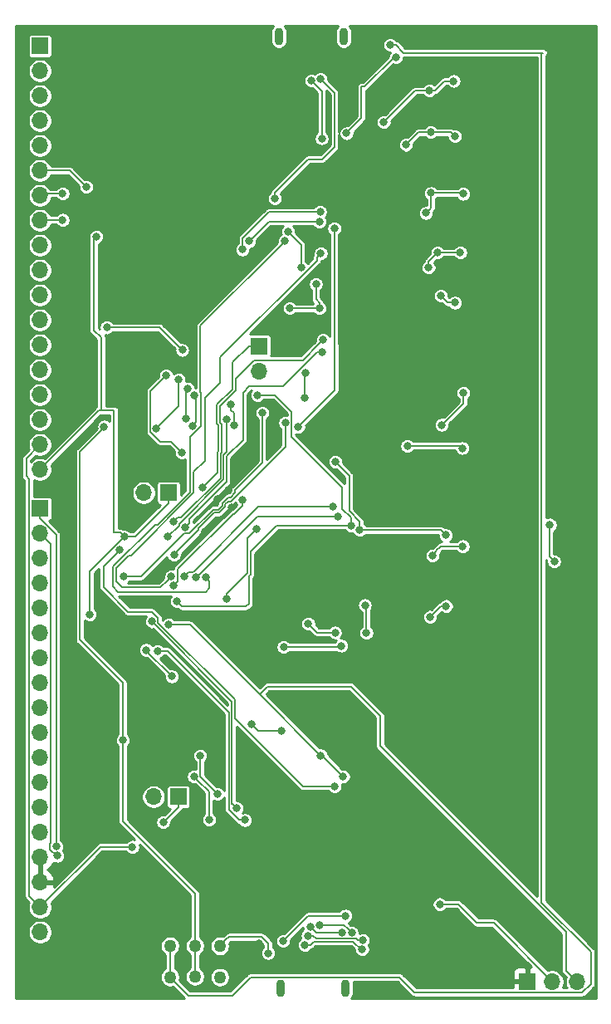
<source format=gbr>
G04 #@! TF.GenerationSoftware,KiCad,Pcbnew,(5.1.5-0-10_14)*
G04 #@! TF.CreationDate,2021-02-17T12:19:45-08:00*
G04 #@! TF.ProjectId,striVe_pcb,73747269-5665-45f7-9063-622e6b696361,rev?*
G04 #@! TF.SameCoordinates,Original*
G04 #@! TF.FileFunction,Copper,L2,Bot*
G04 #@! TF.FilePolarity,Positive*
%FSLAX46Y46*%
G04 Gerber Fmt 4.6, Leading zero omitted, Abs format (unit mm)*
G04 Created by KiCad (PCBNEW (5.1.5-0-10_14)) date 2021-02-17 12:19:45*
%MOMM*%
%LPD*%
G04 APERTURE LIST*
%ADD10C,1.270000*%
%ADD11O,0.900000X1.800000*%
%ADD12O,1.700000X1.700000*%
%ADD13R,1.700000X1.700000*%
%ADD14C,0.800000*%
%ADD15C,0.203200*%
%ADD16C,0.152400*%
%ADD17C,0.254000*%
G04 APERTURE END LIST*
D10*
X151700000Y-139324000D03*
X151700000Y-136202340D03*
X149160000Y-139397660D03*
X154240000Y-139397660D03*
X149160000Y-136202340D03*
X154240000Y-136202340D03*
D11*
X167041755Y-140534488D03*
X160441755Y-140534488D03*
X160253865Y-43464967D03*
X166853865Y-43464967D03*
D12*
X190665100Y-139827000D03*
X188125100Y-139827000D03*
D13*
X185585100Y-139827000D03*
D12*
X135890000Y-87630000D03*
X135890000Y-85090000D03*
X135890000Y-82550000D03*
X135890000Y-80010000D03*
X135890000Y-77470000D03*
X135890000Y-74930000D03*
X135890000Y-72390000D03*
X135890000Y-69850000D03*
X135890000Y-67310000D03*
X135890000Y-64770000D03*
X135890000Y-62230000D03*
X135890000Y-59690000D03*
X135890000Y-57150000D03*
X135890000Y-54610000D03*
X135890000Y-52070000D03*
X135890000Y-49530000D03*
X135890000Y-46990000D03*
D13*
X135890000Y-44450000D03*
D12*
X147460000Y-121000000D03*
D13*
X150000000Y-121000000D03*
D12*
X135900210Y-134788463D03*
X135900210Y-132248463D03*
X135900210Y-129708463D03*
X135900210Y-127168463D03*
X135900210Y-124628463D03*
X135900210Y-122088463D03*
X135900210Y-119548463D03*
X135900210Y-117008463D03*
X135900210Y-114468463D03*
X135900210Y-111928463D03*
X135900210Y-109388463D03*
X135900210Y-106848463D03*
X135900210Y-104308463D03*
X135900210Y-101768463D03*
X135900210Y-99228463D03*
X135900210Y-96688463D03*
X135900210Y-94148463D03*
D13*
X135900210Y-91608463D03*
D12*
X146460000Y-90000000D03*
D13*
X149000000Y-90000000D03*
D12*
X158242000Y-77571600D03*
D13*
X158242000Y-75031600D03*
D14*
X162331400Y-102641400D03*
X155575000Y-104597200D03*
X166293800Y-114122200D03*
X167000000Y-110900000D03*
X162026600Y-112217200D03*
X145796000Y-119608600D03*
X145846800Y-122021600D03*
X142900000Y-128100000D03*
X154203400Y-132181600D03*
X170103800Y-130352800D03*
X159766000Y-47625000D03*
X151028400Y-43332400D03*
X170637200Y-76581000D03*
X157840249Y-65579880D03*
X165989000Y-61899800D03*
X170800000Y-62400000D03*
X168645580Y-98312980D03*
X178841400Y-100330000D03*
X144957800Y-93599000D03*
X184400000Y-86000000D03*
X184200000Y-79900000D03*
X184400000Y-74200000D03*
X184200000Y-68200000D03*
X154178000Y-69951600D03*
X147320000Y-58216800D03*
X148751690Y-62220710D03*
X148361400Y-67894200D03*
X170916600Y-43027600D03*
X167309800Y-73812400D03*
X158191200Y-135940800D03*
X148666200Y-134569200D03*
X152704800Y-93929200D03*
X155076385Y-89708951D03*
X183845200Y-136779000D03*
X146532600Y-56032400D03*
X144805400Y-90728800D03*
X147066000Y-98831400D03*
X158813500Y-80848200D03*
X157677340Y-84689460D03*
X153700000Y-104500000D03*
X155400000Y-91500000D03*
X154012863Y-90636943D03*
X161000000Y-133200000D03*
X144475000Y-94475000D03*
X141650000Y-63875000D03*
X164375000Y-71200000D03*
X164025000Y-68725000D03*
X161350000Y-71175000D03*
X162900000Y-80300000D03*
X162948978Y-77744015D03*
X152475000Y-89425000D03*
X156550000Y-90700000D03*
X149525000Y-99475000D03*
X164525000Y-116775000D03*
X166800000Y-118925000D03*
X149022528Y-103452472D03*
X140969220Y-102398690D03*
X144325000Y-115225000D03*
X142425000Y-83250000D03*
X157475000Y-113575000D03*
X160500000Y-114275000D03*
X148450000Y-123600000D03*
X145300000Y-126100000D03*
X165975000Y-104250000D03*
X163250000Y-103350000D03*
X169175000Y-104275000D03*
X169026750Y-101448250D03*
X160725000Y-105725000D03*
X154933846Y-100848054D03*
X157993763Y-93678763D03*
X166629010Y-105600000D03*
X167150000Y-53350000D03*
X172200000Y-45600000D03*
X175600000Y-49000000D03*
X178075000Y-48025000D03*
X170950000Y-52225000D03*
X175725000Y-53250000D03*
X178200000Y-53650000D03*
X173225000Y-54525000D03*
X175775000Y-59450000D03*
X179025000Y-59525000D03*
X175243167Y-61475850D03*
X178750000Y-65500000D03*
X176438232Y-65500000D03*
X175522969Y-67050000D03*
X178200000Y-70619220D03*
X176762287Y-69897806D03*
X151409073Y-83195871D03*
X140600923Y-58832727D03*
X151630985Y-80079225D03*
X176850000Y-83075000D03*
X179075000Y-79800000D03*
X150809977Y-82455485D03*
X150962613Y-79374498D03*
X138200000Y-59500000D03*
X173350000Y-85225000D03*
X178950000Y-85450000D03*
X138200000Y-62175000D03*
X150031995Y-78468005D03*
X147767529Y-83457738D03*
X148750000Y-78050000D03*
X150350000Y-85900000D03*
X187900000Y-93250000D03*
X188325000Y-97000000D03*
X175900000Y-96400000D03*
X179000000Y-95450000D03*
X175675000Y-102650000D03*
X177300000Y-101550000D03*
X160675000Y-135700000D03*
X167050000Y-133125000D03*
X142700000Y-73150000D03*
X166000000Y-86825000D03*
X168500000Y-93800000D03*
X177275000Y-94325000D03*
X150402471Y-75447529D03*
X168750000Y-136550000D03*
X162900000Y-136100000D03*
X163178947Y-135146390D03*
X168825873Y-135600615D03*
X166715336Y-134841579D03*
X163442708Y-134231230D03*
X164400000Y-134044156D03*
X167667749Y-134841579D03*
X159825000Y-60000000D03*
X164500000Y-47825000D03*
X164625000Y-53875000D03*
X163559626Y-47975943D03*
X149850000Y-101075000D03*
X167600000Y-93350000D03*
X158070799Y-80041501D03*
X144416844Y-98547146D03*
X158559500Y-81851500D03*
X161187053Y-63371390D03*
X162518005Y-67043005D03*
X149550000Y-96325000D03*
X160897005Y-82863382D03*
X165900000Y-63050000D03*
X162227950Y-83272050D03*
X164375000Y-62350000D03*
X157209017Y-64354010D03*
X155371800Y-81000600D03*
X155689300Y-83083400D03*
X164450000Y-61375000D03*
X156535742Y-65198337D03*
X164525000Y-65600000D03*
X149291989Y-98543447D03*
X152778435Y-98647468D03*
X160878866Y-64352607D03*
X166248000Y-92402000D03*
X151809011Y-98652470D03*
X165748000Y-91398000D03*
X150600000Y-98500000D03*
X148950000Y-94475000D03*
X154899424Y-82551251D03*
X164750000Y-74425000D03*
X149496102Y-92953104D03*
X164700000Y-75625000D03*
X150706067Y-93493933D03*
X137671194Y-127015356D03*
X137547803Y-126070971D03*
X153125000Y-123325000D03*
X149325000Y-108725000D03*
X146709236Y-106031829D03*
X151582775Y-118917225D03*
X156800000Y-123375000D03*
X147875000Y-106125000D03*
X147300000Y-103125000D03*
X155910280Y-122161975D03*
X165925000Y-119950000D03*
X144037455Y-95837455D03*
X152228112Y-116793777D03*
X153991872Y-120719570D03*
X171600000Y-44350000D03*
X159150000Y-136925000D03*
X176655990Y-131944010D03*
D15*
X162331400Y-102641400D02*
X160375600Y-104597200D01*
X160375600Y-104597200D02*
X155575000Y-104597200D01*
X165989000Y-61899800D02*
X169545000Y-61899800D01*
X157677340Y-87107996D02*
X155476384Y-89308952D01*
X157677340Y-84544577D02*
X157677340Y-84689460D01*
X155476384Y-89308952D02*
X155076385Y-89708951D01*
X157677340Y-84689460D02*
X157677340Y-87107996D01*
X155477800Y-104500000D02*
X155575000Y-104597200D01*
X153700000Y-104500000D02*
X155477800Y-104500000D01*
X170299800Y-61899800D02*
X170800000Y-62400000D01*
X169545000Y-61899800D02*
X170299800Y-61899800D01*
X153370799Y-93529201D02*
X155400000Y-91500000D01*
X153104799Y-93529201D02*
X153370799Y-93529201D01*
X152704800Y-93929200D02*
X153104799Y-93529201D01*
X155076385Y-89708951D02*
X154148393Y-90636943D01*
X154148393Y-90636943D02*
X154012863Y-90636943D01*
X145578200Y-94475000D02*
X144475000Y-94475000D01*
X149000000Y-90000000D02*
X149000000Y-91053200D01*
X149000000Y-91053200D02*
X145578200Y-94475000D01*
X141895000Y-81625000D02*
X135890000Y-87630000D01*
X143450000Y-94050000D02*
X143450000Y-81625000D01*
X143475001Y-94075001D02*
X143450000Y-94050000D01*
X144475000Y-94475000D02*
X144075001Y-94075001D01*
X144075001Y-94075001D02*
X143475001Y-94075001D01*
X142125000Y-81625000D02*
X142125000Y-74625000D01*
X143450000Y-81625000D02*
X142125000Y-81625000D01*
X142125000Y-81625000D02*
X141895000Y-81625000D01*
X142125000Y-74625000D02*
X142125000Y-74175000D01*
X142125000Y-74175000D02*
X141375000Y-73425000D01*
X141375000Y-64150000D02*
X141650000Y-63875000D01*
X141375000Y-73425000D02*
X141375000Y-64150000D01*
X164375000Y-70634315D02*
X164025000Y-70284315D01*
X164375000Y-71200000D02*
X164375000Y-70634315D01*
X164025000Y-70284315D02*
X164025000Y-68725000D01*
X164375000Y-71200000D02*
X161375000Y-71200000D01*
X161375000Y-71200000D02*
X161350000Y-71175000D01*
X162900000Y-80300000D02*
X162900000Y-77792993D01*
X162900000Y-77792993D02*
X162948978Y-77744015D01*
X164650000Y-116775000D02*
X164525000Y-116775000D01*
X166800000Y-118925000D02*
X164650000Y-116775000D01*
X149588213Y-103452472D02*
X149022528Y-103452472D01*
X151202472Y-103452472D02*
X149588213Y-103452472D01*
X189561099Y-138722999D02*
X189561099Y-134798699D01*
X190665100Y-139827000D02*
X189561099Y-138722999D01*
X189561099Y-134798699D02*
X170586400Y-115824000D01*
X170586400Y-115824000D02*
X170586400Y-112737900D01*
X170586400Y-112737900D02*
X167601900Y-109753400D01*
X159080200Y-109753400D02*
X158291800Y-110541800D01*
X167601900Y-109753400D02*
X159080200Y-109753400D01*
X164525000Y-116775000D02*
X158291800Y-110541800D01*
X158291800Y-110541800D02*
X151202472Y-103452472D01*
X154087178Y-83136323D02*
X153940612Y-82989757D01*
X153940612Y-82989757D02*
X153940612Y-81034470D01*
X152475000Y-89425000D02*
X153974756Y-87925244D01*
X153940612Y-81034470D02*
X155525000Y-79450082D01*
X155525000Y-79450082D02*
X155525000Y-76695400D01*
X157188800Y-75031600D02*
X158242000Y-75031600D01*
X155525000Y-76695400D02*
X157188800Y-75031600D01*
X154087178Y-85772944D02*
X154087178Y-83136323D01*
X153974756Y-87925244D02*
X153974756Y-85885366D01*
X153974756Y-85885366D02*
X154087178Y-85772944D01*
X144475000Y-94475000D02*
X140969220Y-97980780D01*
X140969220Y-101833005D02*
X140969220Y-102398690D01*
X140969220Y-97980780D02*
X140969220Y-101833005D01*
X155713922Y-92154002D02*
X155595998Y-92154002D01*
X149945999Y-99054001D02*
X149924999Y-99075001D01*
X155595998Y-92154002D02*
X149945999Y-97804001D01*
X149945999Y-97804001D02*
X149945999Y-99054001D01*
X149924999Y-99075001D02*
X149525000Y-99475000D01*
X156550000Y-91317924D02*
X155713922Y-92154002D01*
X156550000Y-90700000D02*
X156550000Y-91317924D01*
X151700000Y-138425975D02*
X151700000Y-136202340D01*
X151700000Y-139324000D02*
X151700000Y-138425975D01*
X144325000Y-115225000D02*
X144325000Y-109350000D01*
X144325000Y-109350000D02*
X139975000Y-105000000D01*
X139975000Y-105000000D02*
X139975000Y-85850000D01*
X139975000Y-85850000D02*
X142425000Y-83400000D01*
X142425000Y-83400000D02*
X142425000Y-83250000D01*
X144325000Y-123482076D02*
X144325000Y-115790685D01*
X144325000Y-115790685D02*
X144325000Y-115225000D01*
X151700000Y-136202340D02*
X151700000Y-130857076D01*
X151700000Y-130857076D02*
X144325000Y-123482076D01*
X157475000Y-113575000D02*
X158175000Y-114275000D01*
X158175000Y-114275000D02*
X160500000Y-114275000D01*
X150000000Y-122050000D02*
X150000000Y-121000000D01*
X148450000Y-123600000D02*
X150000000Y-122050000D01*
X134785999Y-131134252D02*
X135050211Y-131398464D01*
X135050211Y-131398464D02*
X135900210Y-132248463D01*
X134785999Y-88589317D02*
X134785999Y-131134252D01*
X134481188Y-86498812D02*
X134481188Y-88284506D01*
X135890000Y-85090000D02*
X134481188Y-86498812D01*
X134481188Y-88284506D02*
X134785999Y-88589317D01*
X142048673Y-126100000D02*
X135900210Y-132248463D01*
X145300000Y-126100000D02*
X142048673Y-126100000D01*
X165975000Y-104250000D02*
X164150000Y-104250000D01*
X164150000Y-104250000D02*
X163250000Y-103350000D01*
X169175000Y-104275000D02*
X169175000Y-101596500D01*
X169175000Y-101596500D02*
X169026750Y-101448250D01*
X154933846Y-100282369D02*
X157025000Y-98191215D01*
X154933846Y-100848054D02*
X154933846Y-100282369D01*
X157025000Y-98191215D02*
X157025000Y-94647526D01*
X157025000Y-94647526D02*
X157993763Y-93678763D01*
X166504010Y-105725000D02*
X166629010Y-105600000D01*
X160725000Y-105725000D02*
X166504010Y-105725000D01*
D16*
X168675000Y-51825000D02*
X168675000Y-48587075D01*
X167150000Y-53350000D02*
X168675000Y-51825000D01*
X168675000Y-48587075D02*
X169012925Y-48587075D01*
X169012925Y-48587075D02*
X172000000Y-45600000D01*
X172000000Y-45600000D02*
X172200000Y-45600000D01*
X176165685Y-49000000D02*
X177140685Y-48025000D01*
X175600000Y-49000000D02*
X176165685Y-49000000D01*
X177140685Y-48025000D02*
X178075000Y-48025000D01*
X174175000Y-49000000D02*
X175600000Y-49000000D01*
X170950000Y-52225000D02*
X174175000Y-49000000D01*
X175725000Y-53250000D02*
X177800000Y-53250000D01*
X177800000Y-53250000D02*
X178200000Y-53650000D01*
X174500000Y-53250000D02*
X175725000Y-53250000D01*
X173225000Y-54525000D02*
X174500000Y-53250000D01*
X175775000Y-59450000D02*
X178950000Y-59450000D01*
X178950000Y-59450000D02*
X179025000Y-59525000D01*
X175775000Y-59450000D02*
X175775000Y-60944017D01*
X175775000Y-60944017D02*
X175643166Y-61075851D01*
X175643166Y-61075851D02*
X175243167Y-61475850D01*
X178750000Y-65500000D02*
X176438232Y-65500000D01*
X175522969Y-66415263D02*
X175522969Y-66484315D01*
X175522969Y-66484315D02*
X175522969Y-67050000D01*
X176438232Y-65500000D02*
X175522969Y-66415263D01*
X178200000Y-70619220D02*
X177483701Y-70619220D01*
X177162286Y-70297805D02*
X176762287Y-69897806D01*
X177483701Y-70619220D02*
X177162286Y-70297805D01*
X138918196Y-57150000D02*
X140200924Y-58432728D01*
X140200924Y-58432728D02*
X140600923Y-58832727D01*
X135890000Y-57150000D02*
X138918196Y-57150000D01*
X151809072Y-82795872D02*
X151809072Y-80257312D01*
X151809072Y-80257312D02*
X151630985Y-80079225D01*
X151409073Y-83195871D02*
X151809072Y-82795872D01*
X177249999Y-82675001D02*
X177299999Y-82675001D01*
X176850000Y-83075000D02*
X177249999Y-82675001D01*
X177299999Y-82675001D02*
X179075000Y-80900000D01*
X179075000Y-80900000D02*
X179075000Y-79800000D01*
X150809977Y-79527134D02*
X150962613Y-79374498D01*
X150809977Y-82455485D02*
X150809977Y-79527134D01*
X136080000Y-59500000D02*
X135890000Y-59690000D01*
X138200000Y-59500000D02*
X136080000Y-59500000D01*
X173350000Y-85225000D02*
X178725000Y-85225000D01*
X178725000Y-85225000D02*
X178950000Y-85450000D01*
X135945000Y-62175000D02*
X135890000Y-62230000D01*
X138200000Y-62175000D02*
X135945000Y-62175000D01*
X150031995Y-78468005D02*
X150031995Y-81193272D01*
X150031995Y-81193272D02*
X148167528Y-83057739D01*
X148167528Y-83057739D02*
X147767529Y-83457738D01*
X148350001Y-78449999D02*
X148750000Y-78050000D01*
X147138927Y-83759468D02*
X147138927Y-79661073D01*
X148179459Y-84800000D02*
X147138927Y-83759468D01*
X147138927Y-79661073D02*
X148350001Y-78449999D01*
X148179459Y-84800000D02*
X149250000Y-84800000D01*
X149250000Y-84800000D02*
X150350000Y-85900000D01*
X187900000Y-93815685D02*
X187825000Y-93890685D01*
X187900000Y-93250000D02*
X187900000Y-93815685D01*
X187825000Y-93890685D02*
X187825000Y-96500000D01*
X187825000Y-96500000D02*
X188325000Y-97000000D01*
X176299999Y-96000001D02*
X176299999Y-95900001D01*
X175900000Y-96400000D02*
X176299999Y-96000001D01*
X176299999Y-95900001D02*
X176750000Y-95450000D01*
X176750000Y-95450000D02*
X179000000Y-95450000D01*
X175675000Y-102650000D02*
X176775000Y-101550000D01*
X176775000Y-101550000D02*
X177300000Y-101550000D01*
X160675000Y-135700000D02*
X163250000Y-133125000D01*
X163250000Y-133125000D02*
X167050000Y-133125000D01*
X166000000Y-86825000D02*
X167425000Y-88250000D01*
X167425000Y-88250000D02*
X167425000Y-91825000D01*
X167425000Y-91825000D02*
X168500000Y-92900000D01*
X168500000Y-92900000D02*
X168500000Y-93800000D01*
X168500000Y-93800000D02*
X176750000Y-93800000D01*
X176750000Y-93800000D02*
X177275000Y-94325000D01*
X148104942Y-73150000D02*
X150002472Y-75047530D01*
X150002472Y-75047530D02*
X150402471Y-75447529D01*
X142700000Y-73150000D02*
X148104942Y-73150000D01*
X167824999Y-135774999D02*
X168600000Y-136550000D01*
X168600000Y-136550000D02*
X168750000Y-136550000D01*
X163790686Y-135774999D02*
X163925001Y-135774999D01*
X163465685Y-136100000D02*
X163790686Y-135774999D01*
X162900000Y-136100000D02*
X163465685Y-136100000D01*
X163925001Y-135774999D02*
X167824999Y-135774999D01*
X168129762Y-135470189D02*
X168260188Y-135600615D01*
X168260188Y-135600615D02*
X168825873Y-135600615D01*
X163178947Y-135146390D02*
X163744632Y-135146390D01*
X164068431Y-135470189D02*
X168129762Y-135470189D01*
X163744632Y-135146390D02*
X164068431Y-135470189D01*
X164053057Y-134841579D02*
X163842707Y-134631229D01*
X166715336Y-134841579D02*
X164053057Y-134841579D01*
X163842707Y-134631229D02*
X163442708Y-134231230D01*
X166870326Y-134044156D02*
X167267750Y-134441580D01*
X167267750Y-134441580D02*
X167667749Y-134841579D01*
X164400000Y-134044156D02*
X166870326Y-134044156D01*
X159825000Y-59434315D02*
X163259315Y-56000000D01*
X159825000Y-60000000D02*
X159825000Y-59434315D01*
X163259315Y-56000000D02*
X164650000Y-56000000D01*
X164650000Y-56000000D02*
X165925000Y-54725000D01*
X165925000Y-54725000D02*
X165925000Y-49225000D01*
X165925000Y-49225000D02*
X164525000Y-47825000D01*
X164525000Y-47825000D02*
X164500000Y-47825000D01*
X163959625Y-48375942D02*
X163559626Y-47975943D01*
X164625000Y-53875000D02*
X164625000Y-49041317D01*
X164625000Y-49041317D02*
X163959625Y-48375942D01*
X149850000Y-101075000D02*
X150381881Y-101606881D01*
X157355211Y-98327992D02*
X157355211Y-96019789D01*
X150381881Y-101606881D02*
X156872828Y-101606881D01*
X160025000Y-93350000D02*
X167034315Y-93350000D01*
X167034315Y-93350000D02*
X167600000Y-93350000D01*
X157355211Y-96019789D02*
X160025000Y-93350000D01*
X157199700Y-98483503D02*
X157355211Y-98327992D01*
X157199700Y-101280009D02*
X157199700Y-98483503D01*
X156872828Y-101606881D02*
X157199700Y-101280009D01*
X158070799Y-80041501D02*
X157769295Y-80041501D01*
X167600000Y-92550000D02*
X166700000Y-91650000D01*
X166700000Y-91650000D02*
X166700000Y-89450000D01*
X166700000Y-89450000D02*
X161525606Y-84275606D01*
X161525606Y-84275606D02*
X161525606Y-81750606D01*
X158636484Y-80041501D02*
X158070799Y-80041501D01*
X161525606Y-81750606D02*
X159816501Y-80041501D01*
X167600000Y-93350000D02*
X167600000Y-92550000D01*
X159816501Y-80041501D02*
X158636484Y-80041501D01*
X155342981Y-90443349D02*
X155787977Y-89998353D01*
X144416844Y-98547146D02*
X146177854Y-98547146D01*
X155787977Y-89687411D02*
X158559500Y-86915888D01*
X154466587Y-91072014D02*
X155095252Y-90443349D01*
X150577465Y-94147535D02*
X151107797Y-94147535D01*
X151107797Y-94147535D02*
X153529545Y-91725787D01*
X154060543Y-91725787D02*
X154466587Y-91319743D01*
X158559500Y-82417185D02*
X158559500Y-81851500D01*
X146177854Y-98547146D02*
X150577465Y-94147535D01*
X153529545Y-91725787D02*
X154060543Y-91725787D01*
X155787977Y-89998353D02*
X155787977Y-89687411D01*
X155095252Y-90443349D02*
X155342981Y-90443349D01*
X154466587Y-91319743D02*
X154466587Y-91072014D01*
X158559500Y-86915888D02*
X158559500Y-82417185D01*
X161187053Y-63371390D02*
X162518005Y-64702342D01*
X162518005Y-66477320D02*
X162518005Y-67043005D01*
X162518005Y-64702342D02*
X162518005Y-66477320D01*
X152076199Y-93798801D02*
X149949999Y-95925001D01*
X154771398Y-91198270D02*
X154771398Y-91445999D01*
X154771398Y-91445999D02*
X154186799Y-92030598D01*
X153673072Y-92030598D02*
X152076199Y-93627471D01*
X154186799Y-92030598D02*
X153673072Y-92030598D01*
X160897005Y-85320392D02*
X155345999Y-90871398D01*
X152076199Y-93627471D02*
X152076199Y-93798801D01*
X149949999Y-95925001D02*
X149550000Y-96325000D01*
X155098270Y-90871398D02*
X154771398Y-91198270D01*
X155345999Y-90871398D02*
X155098270Y-90871398D01*
X160897005Y-82863382D02*
X160897005Y-85320392D01*
X165900000Y-74911156D02*
X165900000Y-63615685D01*
X165937965Y-79562035D02*
X165937965Y-74949121D01*
X165900000Y-63615685D02*
X165900000Y-63050000D01*
X165937965Y-74949121D02*
X165900000Y-74911156D01*
X162175000Y-83325000D02*
X162227950Y-83272050D01*
X162227950Y-83272050D02*
X165937965Y-79562035D01*
X164375000Y-62350000D02*
X159213027Y-62350000D01*
X157609016Y-63954011D02*
X157209017Y-64354010D01*
X159213027Y-62350000D02*
X157609016Y-63954011D01*
X155371800Y-81566285D02*
X155689300Y-81883785D01*
X155371800Y-81000600D02*
X155371800Y-81566285D01*
X155689300Y-81883785D02*
X155689300Y-83083400D01*
X159259266Y-61375000D02*
X156535742Y-64098524D01*
X164450000Y-61375000D02*
X159259266Y-61375000D01*
X156535742Y-64098524D02*
X156535742Y-64632652D01*
X156535742Y-64632652D02*
X156535742Y-65198337D01*
X164525000Y-65600000D02*
X164125001Y-65999999D01*
X152694789Y-86763223D02*
X151571399Y-87886613D01*
X154250000Y-78758012D02*
X152694789Y-80313223D01*
X144950000Y-96375000D02*
X143650000Y-97675000D01*
X151571399Y-89978601D02*
X145175000Y-96375000D01*
X143650000Y-99025000D02*
X144275000Y-99650000D01*
X145175000Y-96375000D02*
X144950000Y-96375000D01*
X148891990Y-98943446D02*
X149291989Y-98543447D01*
X154250000Y-76200000D02*
X154250000Y-78758012D01*
X148185436Y-99650000D02*
X148891990Y-98943446D01*
X164125001Y-66324999D02*
X154250000Y-76200000D01*
X144275000Y-99650000D02*
X148185436Y-99650000D01*
X143650000Y-97675000D02*
X143650000Y-99025000D01*
X164125001Y-65999999D02*
X164125001Y-66324999D01*
X151571399Y-87886613D02*
X151571399Y-89978601D01*
X152694789Y-80313223D02*
X152694789Y-86763223D01*
X152259586Y-83234347D02*
X152259586Y-79777496D01*
X143345189Y-99576256D02*
X143345189Y-97529811D01*
X147625000Y-93250000D02*
X147868934Y-93250000D01*
X151170189Y-84323744D02*
X152259586Y-83234347D01*
X143345189Y-97529811D02*
X147625000Y-93250000D01*
X152259586Y-79777496D02*
X152245189Y-79763099D01*
X152245189Y-79763099D02*
X152245189Y-72986284D01*
X151170189Y-89948745D02*
X151170189Y-84323744D01*
X147868934Y-93250000D02*
X151170189Y-89948745D01*
X153178434Y-99746566D02*
X152820865Y-100104135D01*
X152778435Y-98647468D02*
X153178434Y-99047467D01*
X143868933Y-100100000D02*
X143345189Y-99576256D01*
X152820865Y-100104135D02*
X149223803Y-100104135D01*
X149219668Y-100100000D02*
X143868933Y-100100000D01*
X153178434Y-99047467D02*
X153178434Y-99746566D01*
X160478867Y-64752606D02*
X160878866Y-64352607D01*
X149223803Y-100104135D02*
X149219668Y-100100000D01*
X152245189Y-72986284D02*
X160478867Y-64752606D01*
X166248000Y-92402000D02*
X158059481Y-92402000D01*
X158059481Y-92402000D02*
X152209010Y-98252471D01*
X152209010Y-98252471D02*
X151809011Y-98652470D01*
X165748000Y-91398000D02*
X158165004Y-91398000D01*
X151463003Y-98100001D02*
X151581502Y-97981502D01*
X150999999Y-98100001D02*
X151463003Y-98100001D01*
X150600000Y-98500000D02*
X150999999Y-98100001D01*
X158165004Y-91398000D02*
X151581502Y-97981502D01*
X150077465Y-93347535D02*
X150077465Y-93192203D01*
X154899424Y-85858753D02*
X154899424Y-83116936D01*
X148950000Y-94475000D02*
X150077465Y-93347535D01*
X154609778Y-88659890D02*
X154609778Y-86148399D01*
X154609778Y-86148399D02*
X154899424Y-85858753D01*
X154899424Y-83116936D02*
X154899424Y-82551251D01*
X150077465Y-93192203D02*
X154609778Y-88659890D01*
X157724271Y-76492999D02*
X162682001Y-76492999D01*
X155855211Y-78362059D02*
X157724271Y-76492999D01*
X150277225Y-92553105D02*
X154304967Y-88525363D01*
X154304967Y-86022143D02*
X154417389Y-85909721D01*
X154304967Y-88525363D02*
X154304967Y-86022143D01*
X164350001Y-74824999D02*
X164750000Y-74425000D01*
X162682001Y-76492999D02*
X164350001Y-74824999D01*
X154417389Y-85909721D02*
X154417389Y-82999546D01*
X154270823Y-82852980D02*
X154270823Y-81171247D01*
X149896101Y-92553105D02*
X150277225Y-92553105D01*
X155855211Y-79586859D02*
X155855211Y-78362059D01*
X149496102Y-92953104D02*
X149896101Y-92553105D01*
X154270823Y-81171247D02*
X155855211Y-79586859D01*
X154417389Y-82999546D02*
X154270823Y-82852980D01*
X156575000Y-79776202D02*
X156575000Y-84614244D01*
X156575000Y-84614244D02*
X154914589Y-86274655D01*
X154914589Y-88834745D02*
X151106066Y-92643268D01*
X151106066Y-93093934D02*
X150706067Y-93493933D01*
X151106066Y-92643268D02*
X151106066Y-93093934D01*
X160658714Y-79100601D02*
X157250601Y-79100601D01*
X157250601Y-79100601D02*
X156575000Y-79776202D01*
X164134315Y-75625000D02*
X160658714Y-79100601D01*
X164700000Y-75625000D02*
X164134315Y-75625000D01*
X154914589Y-86274655D02*
X154914589Y-88834745D01*
X137008524Y-95256777D02*
X137008524Y-125679918D01*
X135900210Y-94148463D02*
X137008524Y-95256777D01*
X137008524Y-125679918D02*
X136919201Y-125769241D01*
X136919201Y-125769241D02*
X136919201Y-126372701D01*
X137561856Y-127015356D02*
X137671194Y-127015356D01*
X136919201Y-126372701D02*
X137561856Y-127015356D01*
X137547803Y-94258456D02*
X137547803Y-125505286D01*
X137547803Y-125505286D02*
X137547803Y-126070971D01*
X135900210Y-92610863D02*
X137547803Y-94258456D01*
X135900210Y-91608463D02*
X135900210Y-92610863D01*
X153125000Y-123325000D02*
X153125000Y-120459451D01*
X149325000Y-108725000D02*
X146709236Y-106109236D01*
X146709236Y-106109236D02*
X146709236Y-106031829D01*
X151982774Y-119317225D02*
X153125000Y-120459451D01*
X151582775Y-118917225D02*
X151982774Y-119317225D01*
X156234315Y-123375000D02*
X155159315Y-122300000D01*
X156800000Y-123375000D02*
X156234315Y-123375000D01*
X155159315Y-122300000D02*
X155159315Y-112409315D01*
X148875000Y-106125000D02*
X147875000Y-106125000D01*
X155159315Y-112409315D02*
X148875000Y-106125000D01*
X155510281Y-121761976D02*
X155910280Y-122161975D01*
X147300000Y-103125000D02*
X155464126Y-111289126D01*
X155464126Y-121715821D02*
X155510281Y-121761976D01*
X155464126Y-111289126D02*
X155464126Y-121715821D01*
X144871398Y-102146398D02*
X142350000Y-99625000D01*
X147928602Y-103247535D02*
X147928602Y-102748270D01*
X165925000Y-119950000D02*
X162675000Y-119950000D01*
X142350000Y-99625000D02*
X142350000Y-97524910D01*
X162675000Y-119950000D02*
X155768937Y-113043937D01*
X142350000Y-97524910D02*
X143637456Y-96237454D01*
X143637456Y-96237454D02*
X144037455Y-95837455D01*
X147326730Y-102146398D02*
X144871398Y-102146398D01*
X147928602Y-102748270D02*
X147326730Y-102146398D01*
X155768937Y-113043937D02*
X155768937Y-111087870D01*
X155768937Y-111087870D02*
X147928602Y-103247535D01*
X153591873Y-120319571D02*
X153991872Y-120719570D01*
X152228112Y-116793777D02*
X152228112Y-118955810D01*
X152228112Y-118955810D02*
X153591873Y-120319571D01*
D15*
X149160000Y-138499635D02*
X149160000Y-136202340D01*
X149160000Y-139397660D02*
X149160000Y-138499635D01*
X172965685Y-45150000D02*
X187175000Y-45150000D01*
X187175000Y-45150000D02*
X187050000Y-45275000D01*
X187050000Y-45275000D02*
X187050000Y-131784691D01*
X172165685Y-44350000D02*
X172965685Y-45150000D01*
X187050000Y-131784691D02*
X192049400Y-136784091D01*
X192049400Y-136784091D02*
X192049400Y-140076622D01*
X192049400Y-140076622D02*
X191195021Y-140931001D01*
X155475000Y-141275000D02*
X151037340Y-141275000D01*
X171600000Y-44350000D02*
X172165685Y-44350000D01*
X151037340Y-141275000D02*
X149160000Y-139397660D01*
X157369522Y-139380478D02*
X155475000Y-141275000D01*
X172527478Y-139380478D02*
X157369522Y-139380478D01*
X174078001Y-140931001D02*
X172527478Y-139380478D01*
X191195021Y-140931001D02*
X174078001Y-140931001D01*
X155155541Y-135286799D02*
X154874999Y-135567341D01*
X154874999Y-135567341D02*
X154240000Y-136202340D01*
X158505121Y-135286799D02*
X155155541Y-135286799D01*
X159150000Y-135931678D02*
X158505121Y-135286799D01*
X159150000Y-136925000D02*
X159150000Y-135931678D01*
X188125100Y-139827000D02*
X182143400Y-133845300D01*
X182143400Y-133845300D02*
X180445300Y-133845300D01*
X178544010Y-131944010D02*
X176655990Y-131944010D01*
X180445300Y-133845300D02*
X178544010Y-131944010D01*
D17*
G36*
X159686655Y-42405449D02*
G01*
X159663418Y-42424519D01*
X159559572Y-42551055D01*
X159482408Y-42695419D01*
X159434891Y-42852063D01*
X159422865Y-42974152D01*
X159422865Y-43955781D01*
X159434890Y-44077870D01*
X159482407Y-44234514D01*
X159559571Y-44378878D01*
X159663417Y-44505415D01*
X159789953Y-44609261D01*
X159934317Y-44686425D01*
X160090961Y-44733942D01*
X160253865Y-44749987D01*
X160416768Y-44733942D01*
X160573412Y-44686425D01*
X160717776Y-44609261D01*
X160844313Y-44505415D01*
X160948159Y-44378879D01*
X161025323Y-44234515D01*
X161072840Y-44077871D01*
X161084865Y-43955782D01*
X161084865Y-42974152D01*
X161072840Y-42852063D01*
X161025323Y-42695419D01*
X160948159Y-42551055D01*
X160844313Y-42424519D01*
X160821307Y-42405638D01*
X166285315Y-42406549D01*
X166263418Y-42424519D01*
X166159572Y-42551055D01*
X166082408Y-42695419D01*
X166034891Y-42852063D01*
X166022865Y-42974152D01*
X166022865Y-43955781D01*
X166034890Y-44077870D01*
X166082407Y-44234514D01*
X166159571Y-44378878D01*
X166263417Y-44505415D01*
X166389953Y-44609261D01*
X166534317Y-44686425D01*
X166690961Y-44733942D01*
X166853865Y-44749987D01*
X167016768Y-44733942D01*
X167173412Y-44686425D01*
X167317776Y-44609261D01*
X167444313Y-44505415D01*
X167548159Y-44378879D01*
X167625323Y-44234515D01*
X167672840Y-44077871D01*
X167684865Y-43955782D01*
X167684865Y-42974152D01*
X167672840Y-42852063D01*
X167625323Y-42695419D01*
X167548159Y-42551055D01*
X167444313Y-42424519D01*
X167422647Y-42406738D01*
X192559000Y-42410928D01*
X192559001Y-141548857D01*
X167660417Y-141540557D01*
X167736049Y-141448400D01*
X167813213Y-141304036D01*
X167860730Y-141147392D01*
X167872755Y-141025303D01*
X167872755Y-140043673D01*
X167860730Y-139921584D01*
X167842983Y-139863078D01*
X172327579Y-139863078D01*
X173719989Y-141255489D01*
X173735100Y-141273902D01*
X173808586Y-141334210D01*
X173874806Y-141369606D01*
X173892424Y-141379023D01*
X173983394Y-141406618D01*
X174078001Y-141415936D01*
X174101708Y-141413601D01*
X191171316Y-141413601D01*
X191195021Y-141415936D01*
X191218726Y-141413601D01*
X191218728Y-141413601D01*
X191289627Y-141406618D01*
X191380598Y-141379023D01*
X191464436Y-141334210D01*
X191537922Y-141273902D01*
X191553038Y-141255483D01*
X192373882Y-140434639D01*
X192392301Y-140419523D01*
X192452609Y-140346037D01*
X192497422Y-140262199D01*
X192525017Y-140171228D01*
X192532000Y-140100329D01*
X192532000Y-140100320D01*
X192534334Y-140076623D01*
X192532000Y-140052926D01*
X192532000Y-136807795D01*
X192534335Y-136784090D01*
X192532000Y-136760384D01*
X192525017Y-136689485D01*
X192497422Y-136598514D01*
X192452609Y-136514676D01*
X192392301Y-136441190D01*
X192373882Y-136426074D01*
X187532600Y-131584792D01*
X187532600Y-96854177D01*
X187553540Y-96875117D01*
X187544000Y-96923078D01*
X187544000Y-97076922D01*
X187574013Y-97227809D01*
X187632887Y-97369942D01*
X187718358Y-97497859D01*
X187827141Y-97606642D01*
X187955058Y-97692113D01*
X188097191Y-97750987D01*
X188248078Y-97781000D01*
X188401922Y-97781000D01*
X188552809Y-97750987D01*
X188694942Y-97692113D01*
X188822859Y-97606642D01*
X188931642Y-97497859D01*
X189017113Y-97369942D01*
X189075987Y-97227809D01*
X189106000Y-97076922D01*
X189106000Y-96923078D01*
X189075987Y-96772191D01*
X189017113Y-96630058D01*
X188931642Y-96502141D01*
X188822859Y-96393358D01*
X188694942Y-96307887D01*
X188552809Y-96249013D01*
X188401922Y-96219000D01*
X188282200Y-96219000D01*
X188282200Y-94070522D01*
X188324441Y-93991494D01*
X188350585Y-93905312D01*
X188352386Y-93887026D01*
X188397859Y-93856642D01*
X188506642Y-93747859D01*
X188592113Y-93619942D01*
X188650987Y-93477809D01*
X188681000Y-93326922D01*
X188681000Y-93173078D01*
X188650987Y-93022191D01*
X188592113Y-92880058D01*
X188506642Y-92752141D01*
X188397859Y-92643358D01*
X188269942Y-92557887D01*
X188127809Y-92499013D01*
X187976922Y-92469000D01*
X187823078Y-92469000D01*
X187672191Y-92499013D01*
X187532600Y-92556834D01*
X187532600Y-45474990D01*
X187578209Y-45419415D01*
X187623022Y-45335577D01*
X187645696Y-45260830D01*
X187650617Y-45244607D01*
X187659935Y-45150000D01*
X187650617Y-45055394D01*
X187623022Y-44964424D01*
X187623022Y-44964423D01*
X187578209Y-44880585D01*
X187517901Y-44807099D01*
X187444415Y-44746791D01*
X187360577Y-44701978D01*
X187269606Y-44674383D01*
X187198707Y-44667400D01*
X187175000Y-44665065D01*
X187151292Y-44667400D01*
X173165585Y-44667400D01*
X172523702Y-44025518D01*
X172508586Y-44007099D01*
X172435100Y-43946791D01*
X172351262Y-43901978D01*
X172260291Y-43874383D01*
X172218771Y-43870294D01*
X172206642Y-43852141D01*
X172097859Y-43743358D01*
X171969942Y-43657887D01*
X171827809Y-43599013D01*
X171676922Y-43569000D01*
X171523078Y-43569000D01*
X171372191Y-43599013D01*
X171230058Y-43657887D01*
X171102141Y-43743358D01*
X170993358Y-43852141D01*
X170907887Y-43980058D01*
X170849013Y-44122191D01*
X170819000Y-44273078D01*
X170819000Y-44426922D01*
X170849013Y-44577809D01*
X170907887Y-44719942D01*
X170993358Y-44847859D01*
X171102141Y-44956642D01*
X171230058Y-45042113D01*
X171372191Y-45100987D01*
X171523078Y-45131000D01*
X171574075Y-45131000D01*
X171507887Y-45230058D01*
X171449013Y-45372191D01*
X171419000Y-45523078D01*
X171419000Y-45534422D01*
X168823548Y-48129875D01*
X168697460Y-48129875D01*
X168675000Y-48127663D01*
X168652540Y-48129875D01*
X168585373Y-48136490D01*
X168499191Y-48162634D01*
X168419764Y-48205088D01*
X168350147Y-48262222D01*
X168293013Y-48331839D01*
X168250559Y-48411266D01*
X168224415Y-48497448D01*
X168215588Y-48587075D01*
X168217801Y-48609545D01*
X168217800Y-51635621D01*
X167274883Y-52578540D01*
X167226922Y-52569000D01*
X167073078Y-52569000D01*
X166922191Y-52599013D01*
X166780058Y-52657887D01*
X166652141Y-52743358D01*
X166543358Y-52852141D01*
X166457887Y-52980058D01*
X166399013Y-53122191D01*
X166382200Y-53206716D01*
X166382200Y-49247450D01*
X166384411Y-49225000D01*
X166382200Y-49202550D01*
X166382200Y-49202540D01*
X166375585Y-49135373D01*
X166349441Y-49049191D01*
X166306987Y-48969764D01*
X166249853Y-48900147D01*
X166232408Y-48885830D01*
X165275608Y-47929031D01*
X165281000Y-47901922D01*
X165281000Y-47748078D01*
X165250987Y-47597191D01*
X165192113Y-47455058D01*
X165106642Y-47327141D01*
X164997859Y-47218358D01*
X164869942Y-47132887D01*
X164727809Y-47074013D01*
X164576922Y-47044000D01*
X164423078Y-47044000D01*
X164272191Y-47074013D01*
X164130058Y-47132887D01*
X164002141Y-47218358D01*
X163933825Y-47286674D01*
X163929568Y-47283830D01*
X163787435Y-47224956D01*
X163636548Y-47194943D01*
X163482704Y-47194943D01*
X163331817Y-47224956D01*
X163189684Y-47283830D01*
X163061767Y-47369301D01*
X162952984Y-47478084D01*
X162867513Y-47606001D01*
X162808639Y-47748134D01*
X162778626Y-47899021D01*
X162778626Y-48052865D01*
X162808639Y-48203752D01*
X162867513Y-48345885D01*
X162952984Y-48473802D01*
X163061767Y-48582585D01*
X163189684Y-48668056D01*
X163331817Y-48726930D01*
X163482704Y-48756943D01*
X163636548Y-48756943D01*
X163684509Y-48747403D01*
X164167801Y-49230696D01*
X164167800Y-53241191D01*
X164127141Y-53268358D01*
X164018358Y-53377141D01*
X163932887Y-53505058D01*
X163874013Y-53647191D01*
X163844000Y-53798078D01*
X163844000Y-53951922D01*
X163874013Y-54102809D01*
X163932887Y-54244942D01*
X164018358Y-54372859D01*
X164127141Y-54481642D01*
X164255058Y-54567113D01*
X164397191Y-54625987D01*
X164548078Y-54656000D01*
X164701922Y-54656000D01*
X164852809Y-54625987D01*
X164994942Y-54567113D01*
X165122859Y-54481642D01*
X165231642Y-54372859D01*
X165317113Y-54244942D01*
X165375987Y-54102809D01*
X165406000Y-53951922D01*
X165406000Y-53798078D01*
X165375987Y-53647191D01*
X165317113Y-53505058D01*
X165231642Y-53377141D01*
X165122859Y-53268358D01*
X165082200Y-53241191D01*
X165082200Y-49063766D01*
X165084411Y-49041316D01*
X165083283Y-49029860D01*
X165467801Y-49414379D01*
X165467800Y-54535622D01*
X164460623Y-55542800D01*
X163281765Y-55542800D01*
X163259315Y-55540589D01*
X163236865Y-55542800D01*
X163236855Y-55542800D01*
X163169688Y-55549415D01*
X163083506Y-55575559D01*
X163004079Y-55618013D01*
X162934462Y-55675147D01*
X162920145Y-55692592D01*
X159517593Y-59095145D01*
X159500148Y-59109462D01*
X159485831Y-59126907D01*
X159485830Y-59126908D01*
X159443013Y-59179080D01*
X159430405Y-59202669D01*
X159400560Y-59258506D01*
X159378590Y-59330931D01*
X159374416Y-59344689D01*
X159372615Y-59362973D01*
X159327141Y-59393358D01*
X159218358Y-59502141D01*
X159132887Y-59630058D01*
X159074013Y-59772191D01*
X159044000Y-59923078D01*
X159044000Y-60076922D01*
X159074013Y-60227809D01*
X159132887Y-60369942D01*
X159218358Y-60497859D01*
X159327141Y-60606642D01*
X159455058Y-60692113D01*
X159597191Y-60750987D01*
X159748078Y-60781000D01*
X159901922Y-60781000D01*
X160052809Y-60750987D01*
X160194942Y-60692113D01*
X160322859Y-60606642D01*
X160431642Y-60497859D01*
X160517113Y-60369942D01*
X160575987Y-60227809D01*
X160606000Y-60076922D01*
X160606000Y-59923078D01*
X160575987Y-59772191D01*
X160517113Y-59630058D01*
X160431642Y-59502141D01*
X160417697Y-59488196D01*
X163448693Y-56457200D01*
X164627550Y-56457200D01*
X164650000Y-56459411D01*
X164672450Y-56457200D01*
X164672460Y-56457200D01*
X164739627Y-56450585D01*
X164825809Y-56424441D01*
X164905236Y-56381987D01*
X164974853Y-56324853D01*
X164989174Y-56307403D01*
X166232409Y-55064169D01*
X166249853Y-55049853D01*
X166303561Y-54984411D01*
X166306987Y-54980237D01*
X166329678Y-54937783D01*
X166349441Y-54900809D01*
X166375585Y-54814627D01*
X166382200Y-54747460D01*
X166382200Y-54747451D01*
X166384411Y-54725001D01*
X166382200Y-54702551D01*
X166382200Y-54448078D01*
X172444000Y-54448078D01*
X172444000Y-54601922D01*
X172474013Y-54752809D01*
X172532887Y-54894942D01*
X172618358Y-55022859D01*
X172727141Y-55131642D01*
X172855058Y-55217113D01*
X172997191Y-55275987D01*
X173148078Y-55306000D01*
X173301922Y-55306000D01*
X173452809Y-55275987D01*
X173594942Y-55217113D01*
X173722859Y-55131642D01*
X173831642Y-55022859D01*
X173917113Y-54894942D01*
X173975987Y-54752809D01*
X174006000Y-54601922D01*
X174006000Y-54448078D01*
X173996460Y-54400117D01*
X174689378Y-53707200D01*
X175091191Y-53707200D01*
X175118358Y-53747859D01*
X175227141Y-53856642D01*
X175355058Y-53942113D01*
X175497191Y-54000987D01*
X175648078Y-54031000D01*
X175801922Y-54031000D01*
X175952809Y-54000987D01*
X176094942Y-53942113D01*
X176222859Y-53856642D01*
X176331642Y-53747859D01*
X176358809Y-53707200D01*
X177419000Y-53707200D01*
X177419000Y-53726922D01*
X177449013Y-53877809D01*
X177507887Y-54019942D01*
X177593358Y-54147859D01*
X177702141Y-54256642D01*
X177830058Y-54342113D01*
X177972191Y-54400987D01*
X178123078Y-54431000D01*
X178276922Y-54431000D01*
X178427809Y-54400987D01*
X178569942Y-54342113D01*
X178697859Y-54256642D01*
X178806642Y-54147859D01*
X178892113Y-54019942D01*
X178950987Y-53877809D01*
X178981000Y-53726922D01*
X178981000Y-53573078D01*
X178950987Y-53422191D01*
X178892113Y-53280058D01*
X178806642Y-53152141D01*
X178697859Y-53043358D01*
X178569942Y-52957887D01*
X178427809Y-52899013D01*
X178276922Y-52869000D01*
X178123078Y-52869000D01*
X178069439Y-52879669D01*
X178055236Y-52868013D01*
X177975809Y-52825559D01*
X177889627Y-52799415D01*
X177822460Y-52792800D01*
X177822450Y-52792800D01*
X177800000Y-52790589D01*
X177777550Y-52792800D01*
X176358809Y-52792800D01*
X176331642Y-52752141D01*
X176222859Y-52643358D01*
X176094942Y-52557887D01*
X175952809Y-52499013D01*
X175801922Y-52469000D01*
X175648078Y-52469000D01*
X175497191Y-52499013D01*
X175355058Y-52557887D01*
X175227141Y-52643358D01*
X175118358Y-52752141D01*
X175091191Y-52792800D01*
X174522449Y-52792800D01*
X174499999Y-52790589D01*
X174477549Y-52792800D01*
X174477540Y-52792800D01*
X174410373Y-52799415D01*
X174324191Y-52825559D01*
X174287217Y-52845322D01*
X174244763Y-52868013D01*
X174230087Y-52880058D01*
X174175147Y-52925147D01*
X174160830Y-52942592D01*
X173349883Y-53753540D01*
X173301922Y-53744000D01*
X173148078Y-53744000D01*
X172997191Y-53774013D01*
X172855058Y-53832887D01*
X172727141Y-53918358D01*
X172618358Y-54027141D01*
X172532887Y-54155058D01*
X172474013Y-54297191D01*
X172444000Y-54448078D01*
X166382200Y-54448078D01*
X166382200Y-53493284D01*
X166399013Y-53577809D01*
X166457887Y-53719942D01*
X166543358Y-53847859D01*
X166652141Y-53956642D01*
X166780058Y-54042113D01*
X166922191Y-54100987D01*
X167073078Y-54131000D01*
X167226922Y-54131000D01*
X167377809Y-54100987D01*
X167519942Y-54042113D01*
X167647859Y-53956642D01*
X167756642Y-53847859D01*
X167842113Y-53719942D01*
X167900987Y-53577809D01*
X167931000Y-53426922D01*
X167931000Y-53273078D01*
X167921460Y-53225117D01*
X168982415Y-52164164D01*
X168999853Y-52149853D01*
X169001309Y-52148078D01*
X170169000Y-52148078D01*
X170169000Y-52301922D01*
X170199013Y-52452809D01*
X170257887Y-52594942D01*
X170343358Y-52722859D01*
X170452141Y-52831642D01*
X170580058Y-52917113D01*
X170722191Y-52975987D01*
X170873078Y-53006000D01*
X171026922Y-53006000D01*
X171177809Y-52975987D01*
X171319942Y-52917113D01*
X171447859Y-52831642D01*
X171556642Y-52722859D01*
X171642113Y-52594942D01*
X171700987Y-52452809D01*
X171731000Y-52301922D01*
X171731000Y-52148078D01*
X171721460Y-52100117D01*
X174364379Y-49457200D01*
X174966191Y-49457200D01*
X174993358Y-49497859D01*
X175102141Y-49606642D01*
X175230058Y-49692113D01*
X175372191Y-49750987D01*
X175523078Y-49781000D01*
X175676922Y-49781000D01*
X175827809Y-49750987D01*
X175969942Y-49692113D01*
X176097859Y-49606642D01*
X176206642Y-49497859D01*
X176237026Y-49452386D01*
X176255312Y-49450585D01*
X176341494Y-49424441D01*
X176420921Y-49381987D01*
X176490538Y-49324853D01*
X176504859Y-49307403D01*
X177330063Y-48482200D01*
X177441191Y-48482200D01*
X177468358Y-48522859D01*
X177577141Y-48631642D01*
X177705058Y-48717113D01*
X177847191Y-48775987D01*
X177998078Y-48806000D01*
X178151922Y-48806000D01*
X178302809Y-48775987D01*
X178444942Y-48717113D01*
X178572859Y-48631642D01*
X178681642Y-48522859D01*
X178767113Y-48394942D01*
X178825987Y-48252809D01*
X178856000Y-48101922D01*
X178856000Y-47948078D01*
X178825987Y-47797191D01*
X178767113Y-47655058D01*
X178681642Y-47527141D01*
X178572859Y-47418358D01*
X178444942Y-47332887D01*
X178302809Y-47274013D01*
X178151922Y-47244000D01*
X177998078Y-47244000D01*
X177847191Y-47274013D01*
X177705058Y-47332887D01*
X177577141Y-47418358D01*
X177468358Y-47527141D01*
X177441191Y-47567800D01*
X177163134Y-47567800D01*
X177140684Y-47565589D01*
X177118234Y-47567800D01*
X177118225Y-47567800D01*
X177051058Y-47574415D01*
X176964876Y-47600559D01*
X176954695Y-47606001D01*
X176885448Y-47643013D01*
X176870772Y-47655058D01*
X176815832Y-47700147D01*
X176801515Y-47717592D01*
X176111804Y-48407303D01*
X176097859Y-48393358D01*
X175969942Y-48307887D01*
X175827809Y-48249013D01*
X175676922Y-48219000D01*
X175523078Y-48219000D01*
X175372191Y-48249013D01*
X175230058Y-48307887D01*
X175102141Y-48393358D01*
X174993358Y-48502141D01*
X174966191Y-48542800D01*
X174197450Y-48542800D01*
X174175000Y-48540589D01*
X174152550Y-48542800D01*
X174152540Y-48542800D01*
X174085373Y-48549415D01*
X174019249Y-48569474D01*
X173999190Y-48575559D01*
X173919764Y-48618013D01*
X173867592Y-48660829D01*
X173867586Y-48660835D01*
X173850147Y-48675147D01*
X173835835Y-48692586D01*
X171074883Y-51453540D01*
X171026922Y-51444000D01*
X170873078Y-51444000D01*
X170722191Y-51474013D01*
X170580058Y-51532887D01*
X170452141Y-51618358D01*
X170343358Y-51727141D01*
X170257887Y-51855058D01*
X170199013Y-51997191D01*
X170169000Y-52148078D01*
X169001309Y-52148078D01*
X169014165Y-52132414D01*
X169014171Y-52132408D01*
X169056987Y-52080236D01*
X169099441Y-52000810D01*
X169115231Y-51948757D01*
X169125585Y-51914627D01*
X169132200Y-51847460D01*
X169132200Y-51847450D01*
X169134411Y-51825000D01*
X169132200Y-51802550D01*
X169132200Y-49028666D01*
X169188734Y-49011516D01*
X169268161Y-48969062D01*
X169337778Y-48911928D01*
X169352099Y-48894478D01*
X171918027Y-46328551D01*
X171972191Y-46350987D01*
X172123078Y-46381000D01*
X172276922Y-46381000D01*
X172427809Y-46350987D01*
X172569942Y-46292113D01*
X172697859Y-46206642D01*
X172806642Y-46097859D01*
X172892113Y-45969942D01*
X172950987Y-45827809D01*
X172981000Y-45676922D01*
X172981000Y-45633427D01*
X172989392Y-45632600D01*
X186567400Y-45632600D01*
X186567401Y-131122501D01*
X171069000Y-115624101D01*
X171069000Y-112761596D01*
X171071334Y-112737899D01*
X171069000Y-112714202D01*
X171069000Y-112714193D01*
X171062017Y-112643294D01*
X171034422Y-112552323D01*
X170989609Y-112468485D01*
X170929301Y-112394999D01*
X170910882Y-112379883D01*
X167959917Y-109428918D01*
X167944801Y-109410499D01*
X167871315Y-109350191D01*
X167787477Y-109305378D01*
X167696506Y-109277783D01*
X167625607Y-109270800D01*
X167625605Y-109270800D01*
X167601900Y-109268465D01*
X167578195Y-109270800D01*
X159103907Y-109270800D01*
X159080200Y-109268465D01*
X158985593Y-109277783D01*
X158894623Y-109305378D01*
X158810785Y-109350191D01*
X158737299Y-109410499D01*
X158722187Y-109428913D01*
X158291800Y-109859300D01*
X154080578Y-105648078D01*
X159944000Y-105648078D01*
X159944000Y-105801922D01*
X159974013Y-105952809D01*
X160032887Y-106094942D01*
X160118358Y-106222859D01*
X160227141Y-106331642D01*
X160355058Y-106417113D01*
X160497191Y-106475987D01*
X160648078Y-106506000D01*
X160801922Y-106506000D01*
X160952809Y-106475987D01*
X161094942Y-106417113D01*
X161222859Y-106331642D01*
X161331642Y-106222859D01*
X161341838Y-106207600D01*
X166132585Y-106207600D01*
X166259068Y-106292113D01*
X166401201Y-106350987D01*
X166552088Y-106381000D01*
X166705932Y-106381000D01*
X166856819Y-106350987D01*
X166998952Y-106292113D01*
X167126869Y-106206642D01*
X167235652Y-106097859D01*
X167321123Y-105969942D01*
X167379997Y-105827809D01*
X167410010Y-105676922D01*
X167410010Y-105523078D01*
X167379997Y-105372191D01*
X167321123Y-105230058D01*
X167235652Y-105102141D01*
X167126869Y-104993358D01*
X166998952Y-104907887D01*
X166856819Y-104849013D01*
X166705932Y-104819000D01*
X166552088Y-104819000D01*
X166500175Y-104829326D01*
X166581642Y-104747859D01*
X166667113Y-104619942D01*
X166725987Y-104477809D01*
X166756000Y-104326922D01*
X166756000Y-104173078D01*
X166725987Y-104022191D01*
X166667113Y-103880058D01*
X166581642Y-103752141D01*
X166472859Y-103643358D01*
X166344942Y-103557887D01*
X166202809Y-103499013D01*
X166051922Y-103469000D01*
X165898078Y-103469000D01*
X165747191Y-103499013D01*
X165605058Y-103557887D01*
X165477141Y-103643358D01*
X165368358Y-103752141D01*
X165358162Y-103767400D01*
X164349899Y-103767400D01*
X164027420Y-103444921D01*
X164031000Y-103426922D01*
X164031000Y-103273078D01*
X164000987Y-103122191D01*
X163942113Y-102980058D01*
X163856642Y-102852141D01*
X163747859Y-102743358D01*
X163619942Y-102657887D01*
X163477809Y-102599013D01*
X163326922Y-102569000D01*
X163173078Y-102569000D01*
X163022191Y-102599013D01*
X162880058Y-102657887D01*
X162752141Y-102743358D01*
X162643358Y-102852141D01*
X162557887Y-102980058D01*
X162499013Y-103122191D01*
X162469000Y-103273078D01*
X162469000Y-103426922D01*
X162499013Y-103577809D01*
X162557887Y-103719942D01*
X162643358Y-103847859D01*
X162752141Y-103956642D01*
X162880058Y-104042113D01*
X163022191Y-104100987D01*
X163173078Y-104131000D01*
X163326922Y-104131000D01*
X163344921Y-104127420D01*
X163791983Y-104574482D01*
X163807099Y-104592901D01*
X163880585Y-104653209D01*
X163964423Y-104698022D01*
X164055394Y-104725617D01*
X164126293Y-104732600D01*
X164126294Y-104732600D01*
X164149999Y-104734935D01*
X164173704Y-104732600D01*
X165358162Y-104732600D01*
X165368358Y-104747859D01*
X165477141Y-104856642D01*
X165605058Y-104942113D01*
X165747191Y-105000987D01*
X165898078Y-105031000D01*
X166051922Y-105031000D01*
X166103835Y-105020674D01*
X166022368Y-105102141D01*
X165936897Y-105230058D01*
X165931785Y-105242400D01*
X161341838Y-105242400D01*
X161331642Y-105227141D01*
X161222859Y-105118358D01*
X161094942Y-105032887D01*
X160952809Y-104974013D01*
X160801922Y-104944000D01*
X160648078Y-104944000D01*
X160497191Y-104974013D01*
X160355058Y-105032887D01*
X160227141Y-105118358D01*
X160118358Y-105227141D01*
X160032887Y-105355058D01*
X159974013Y-105497191D01*
X159944000Y-105648078D01*
X154080578Y-105648078D01*
X151560489Y-103127990D01*
X151545373Y-103109571D01*
X151471887Y-103049263D01*
X151388049Y-103004450D01*
X151297078Y-102976855D01*
X151226179Y-102969872D01*
X151226177Y-102969872D01*
X151202472Y-102967537D01*
X151178767Y-102969872D01*
X149639366Y-102969872D01*
X149629170Y-102954613D01*
X149520387Y-102845830D01*
X149392470Y-102760359D01*
X149250337Y-102701485D01*
X149099450Y-102671472D01*
X148945606Y-102671472D01*
X148794719Y-102701485D01*
X148652586Y-102760359D01*
X148524669Y-102845830D01*
X148415886Y-102954613D01*
X148385802Y-102999637D01*
X148385802Y-102770722D01*
X148388013Y-102748270D01*
X148385802Y-102725818D01*
X148385802Y-102725810D01*
X148379187Y-102658643D01*
X148369436Y-102626499D01*
X148353043Y-102572460D01*
X148310589Y-102493034D01*
X148267773Y-102440862D01*
X148267767Y-102440856D01*
X148253455Y-102423417D01*
X148236015Y-102409104D01*
X147665904Y-101838995D01*
X147651583Y-101821545D01*
X147581966Y-101764411D01*
X147502539Y-101721957D01*
X147416357Y-101695813D01*
X147349190Y-101689198D01*
X147349180Y-101689198D01*
X147326730Y-101686987D01*
X147304280Y-101689198D01*
X145060776Y-101689198D01*
X143928777Y-100557200D01*
X149159357Y-100557200D01*
X149201343Y-100561335D01*
X149201353Y-100561335D01*
X149223803Y-100563546D01*
X149246253Y-100561335D01*
X149259164Y-100561335D01*
X149243358Y-100577141D01*
X149157887Y-100705058D01*
X149099013Y-100847191D01*
X149069000Y-100998078D01*
X149069000Y-101151922D01*
X149099013Y-101302809D01*
X149157887Y-101444942D01*
X149243358Y-101572859D01*
X149352141Y-101681642D01*
X149480058Y-101767113D01*
X149622191Y-101825987D01*
X149773078Y-101856000D01*
X149926922Y-101856000D01*
X149974882Y-101846460D01*
X150042711Y-101914289D01*
X150057028Y-101931734D01*
X150074473Y-101946051D01*
X150126644Y-101988868D01*
X150148566Y-102000585D01*
X150206072Y-102031322D01*
X150292254Y-102057466D01*
X150359421Y-102064081D01*
X150359430Y-102064081D01*
X150381880Y-102066292D01*
X150404330Y-102064081D01*
X156850378Y-102064081D01*
X156872828Y-102066292D01*
X156895278Y-102064081D01*
X156895288Y-102064081D01*
X156962455Y-102057466D01*
X157048637Y-102031322D01*
X157128064Y-101988868D01*
X157197681Y-101931734D01*
X157212002Y-101914284D01*
X157507109Y-101619178D01*
X157524553Y-101604862D01*
X157581687Y-101535245D01*
X157624141Y-101455818D01*
X157649771Y-101371328D01*
X168245750Y-101371328D01*
X168245750Y-101525172D01*
X168275763Y-101676059D01*
X168334637Y-101818192D01*
X168420108Y-101946109D01*
X168528891Y-102054892D01*
X168656808Y-102140363D01*
X168692401Y-102155106D01*
X168692400Y-103658162D01*
X168677141Y-103668358D01*
X168568358Y-103777141D01*
X168482887Y-103905058D01*
X168424013Y-104047191D01*
X168394000Y-104198078D01*
X168394000Y-104351922D01*
X168424013Y-104502809D01*
X168482887Y-104644942D01*
X168568358Y-104772859D01*
X168677141Y-104881642D01*
X168805058Y-104967113D01*
X168947191Y-105025987D01*
X169098078Y-105056000D01*
X169251922Y-105056000D01*
X169402809Y-105025987D01*
X169544942Y-104967113D01*
X169672859Y-104881642D01*
X169781642Y-104772859D01*
X169867113Y-104644942D01*
X169925987Y-104502809D01*
X169956000Y-104351922D01*
X169956000Y-104198078D01*
X169925987Y-104047191D01*
X169867113Y-103905058D01*
X169781642Y-103777141D01*
X169672859Y-103668358D01*
X169657600Y-103658162D01*
X169657600Y-102573078D01*
X174894000Y-102573078D01*
X174894000Y-102726922D01*
X174924013Y-102877809D01*
X174982887Y-103019942D01*
X175068358Y-103147859D01*
X175177141Y-103256642D01*
X175305058Y-103342113D01*
X175447191Y-103400987D01*
X175598078Y-103431000D01*
X175751922Y-103431000D01*
X175902809Y-103400987D01*
X176044942Y-103342113D01*
X176172859Y-103256642D01*
X176281642Y-103147859D01*
X176367113Y-103019942D01*
X176425987Y-102877809D01*
X176456000Y-102726922D01*
X176456000Y-102573078D01*
X176446460Y-102525117D01*
X176809811Y-102161767D01*
X176930058Y-102242113D01*
X177072191Y-102300987D01*
X177223078Y-102331000D01*
X177376922Y-102331000D01*
X177527809Y-102300987D01*
X177669942Y-102242113D01*
X177797859Y-102156642D01*
X177906642Y-102047859D01*
X177992113Y-101919942D01*
X178050987Y-101777809D01*
X178081000Y-101626922D01*
X178081000Y-101473078D01*
X178050987Y-101322191D01*
X177992113Y-101180058D01*
X177906642Y-101052141D01*
X177797859Y-100943358D01*
X177669942Y-100857887D01*
X177527809Y-100799013D01*
X177376922Y-100769000D01*
X177223078Y-100769000D01*
X177072191Y-100799013D01*
X176930058Y-100857887D01*
X176802141Y-100943358D01*
X176693358Y-101052141D01*
X176655770Y-101108395D01*
X176599191Y-101125559D01*
X176519764Y-101168013D01*
X176450147Y-101225147D01*
X176435830Y-101242592D01*
X175799883Y-101878540D01*
X175751922Y-101869000D01*
X175598078Y-101869000D01*
X175447191Y-101899013D01*
X175305058Y-101957887D01*
X175177141Y-102043358D01*
X175068358Y-102152141D01*
X174982887Y-102280058D01*
X174924013Y-102422191D01*
X174894000Y-102573078D01*
X169657600Y-102573078D01*
X169657600Y-101909879D01*
X169718863Y-101818192D01*
X169777737Y-101676059D01*
X169807750Y-101525172D01*
X169807750Y-101371328D01*
X169777737Y-101220441D01*
X169718863Y-101078308D01*
X169633392Y-100950391D01*
X169524609Y-100841608D01*
X169396692Y-100756137D01*
X169254559Y-100697263D01*
X169103672Y-100667250D01*
X168949828Y-100667250D01*
X168798941Y-100697263D01*
X168656808Y-100756137D01*
X168528891Y-100841608D01*
X168420108Y-100950391D01*
X168334637Y-101078308D01*
X168275763Y-101220441D01*
X168245750Y-101371328D01*
X157649771Y-101371328D01*
X157650285Y-101369636D01*
X157656900Y-101302469D01*
X157656900Y-101302459D01*
X157659111Y-101280009D01*
X157656900Y-101257559D01*
X157656900Y-98672881D01*
X157662620Y-98667161D01*
X157680064Y-98652845D01*
X157737198Y-98583228D01*
X157779652Y-98503801D01*
X157805796Y-98417619D01*
X157812411Y-98350452D01*
X157812411Y-98350442D01*
X157814622Y-98327992D01*
X157812411Y-98305542D01*
X157812411Y-96209166D01*
X160214378Y-93807200D01*
X166966191Y-93807200D01*
X166993358Y-93847859D01*
X167102141Y-93956642D01*
X167230058Y-94042113D01*
X167372191Y-94100987D01*
X167523078Y-94131000D01*
X167676922Y-94131000D01*
X167783015Y-94109897D01*
X167807887Y-94169942D01*
X167893358Y-94297859D01*
X168002141Y-94406642D01*
X168130058Y-94492113D01*
X168272191Y-94550987D01*
X168423078Y-94581000D01*
X168576922Y-94581000D01*
X168727809Y-94550987D01*
X168869942Y-94492113D01*
X168997859Y-94406642D01*
X169106642Y-94297859D01*
X169133809Y-94257200D01*
X176494000Y-94257200D01*
X176494000Y-94401922D01*
X176524013Y-94552809D01*
X176582887Y-94694942D01*
X176668358Y-94822859D01*
X176777141Y-94931642D01*
X176868671Y-94992800D01*
X176772452Y-94992800D01*
X176750000Y-94990589D01*
X176727548Y-94992800D01*
X176727540Y-94992800D01*
X176660373Y-94999415D01*
X176574190Y-95025559D01*
X176494764Y-95068013D01*
X176442592Y-95110829D01*
X176442586Y-95110835D01*
X176425147Y-95125147D01*
X176410834Y-95142587D01*
X175992594Y-95560828D01*
X175975146Y-95575148D01*
X175939157Y-95619000D01*
X175823078Y-95619000D01*
X175672191Y-95649013D01*
X175530058Y-95707887D01*
X175402141Y-95793358D01*
X175293358Y-95902141D01*
X175207887Y-96030058D01*
X175149013Y-96172191D01*
X175119000Y-96323078D01*
X175119000Y-96476922D01*
X175149013Y-96627809D01*
X175207887Y-96769942D01*
X175293358Y-96897859D01*
X175402141Y-97006642D01*
X175530058Y-97092113D01*
X175672191Y-97150987D01*
X175823078Y-97181000D01*
X175976922Y-97181000D01*
X176127809Y-97150987D01*
X176269942Y-97092113D01*
X176397859Y-97006642D01*
X176506642Y-96897859D01*
X176592113Y-96769942D01*
X176650987Y-96627809D01*
X176681000Y-96476922D01*
X176681000Y-96323078D01*
X176670331Y-96269439D01*
X176681986Y-96255237D01*
X176685313Y-96249013D01*
X176724440Y-96175810D01*
X176747812Y-96098766D01*
X176939378Y-95907200D01*
X178366191Y-95907200D01*
X178393358Y-95947859D01*
X178502141Y-96056642D01*
X178630058Y-96142113D01*
X178772191Y-96200987D01*
X178923078Y-96231000D01*
X179076922Y-96231000D01*
X179227809Y-96200987D01*
X179369942Y-96142113D01*
X179497859Y-96056642D01*
X179606642Y-95947859D01*
X179692113Y-95819942D01*
X179750987Y-95677809D01*
X179781000Y-95526922D01*
X179781000Y-95373078D01*
X179750987Y-95222191D01*
X179692113Y-95080058D01*
X179606642Y-94952141D01*
X179497859Y-94843358D01*
X179369942Y-94757887D01*
X179227809Y-94699013D01*
X179076922Y-94669000D01*
X178923078Y-94669000D01*
X178772191Y-94699013D01*
X178630058Y-94757887D01*
X178502141Y-94843358D01*
X178393358Y-94952141D01*
X178366191Y-94992800D01*
X177681329Y-94992800D01*
X177772859Y-94931642D01*
X177881642Y-94822859D01*
X177967113Y-94694942D01*
X178025987Y-94552809D01*
X178056000Y-94401922D01*
X178056000Y-94248078D01*
X178025987Y-94097191D01*
X177967113Y-93955058D01*
X177881642Y-93827141D01*
X177772859Y-93718358D01*
X177644942Y-93632887D01*
X177502809Y-93574013D01*
X177351922Y-93544000D01*
X177198078Y-93544000D01*
X177150117Y-93553540D01*
X177089174Y-93492597D01*
X177074853Y-93475147D01*
X177005236Y-93418013D01*
X176925809Y-93375559D01*
X176839627Y-93349415D01*
X176772460Y-93342800D01*
X176772450Y-93342800D01*
X176750000Y-93340589D01*
X176727550Y-93342800D01*
X169133809Y-93342800D01*
X169106642Y-93302141D01*
X168997859Y-93193358D01*
X168957200Y-93166191D01*
X168957200Y-92922452D01*
X168959411Y-92900000D01*
X168957200Y-92877548D01*
X168957200Y-92877540D01*
X168950585Y-92810373D01*
X168932920Y-92752141D01*
X168924441Y-92724190D01*
X168881987Y-92644764D01*
X168839171Y-92592592D01*
X168839165Y-92592586D01*
X168824853Y-92575147D01*
X168807415Y-92560836D01*
X167882200Y-91635623D01*
X167882200Y-88272449D01*
X167884411Y-88249999D01*
X167882200Y-88227549D01*
X167882200Y-88227540D01*
X167875585Y-88160373D01*
X167849441Y-88074191D01*
X167806988Y-87994765D01*
X167806987Y-87994763D01*
X167764170Y-87942592D01*
X167749853Y-87925147D01*
X167732409Y-87910831D01*
X166771460Y-86949883D01*
X166781000Y-86901922D01*
X166781000Y-86748078D01*
X166750987Y-86597191D01*
X166692113Y-86455058D01*
X166606642Y-86327141D01*
X166497859Y-86218358D01*
X166369942Y-86132887D01*
X166227809Y-86074013D01*
X166076922Y-86044000D01*
X165923078Y-86044000D01*
X165772191Y-86074013D01*
X165630058Y-86132887D01*
X165502141Y-86218358D01*
X165393358Y-86327141D01*
X165307887Y-86455058D01*
X165249013Y-86597191D01*
X165219000Y-86748078D01*
X165219000Y-86901922D01*
X165249013Y-87052809D01*
X165307887Y-87194942D01*
X165393358Y-87322859D01*
X165502141Y-87431642D01*
X165630058Y-87517113D01*
X165772191Y-87575987D01*
X165923078Y-87606000D01*
X166076922Y-87606000D01*
X166124883Y-87596460D01*
X166967800Y-88439378D01*
X166967800Y-89071222D01*
X163044656Y-85148078D01*
X172569000Y-85148078D01*
X172569000Y-85301922D01*
X172599013Y-85452809D01*
X172657887Y-85594942D01*
X172743358Y-85722859D01*
X172852141Y-85831642D01*
X172980058Y-85917113D01*
X173122191Y-85975987D01*
X173273078Y-86006000D01*
X173426922Y-86006000D01*
X173577809Y-85975987D01*
X173719942Y-85917113D01*
X173847859Y-85831642D01*
X173956642Y-85722859D01*
X173983809Y-85682200D01*
X178200832Y-85682200D01*
X178257887Y-85819942D01*
X178343358Y-85947859D01*
X178452141Y-86056642D01*
X178580058Y-86142113D01*
X178722191Y-86200987D01*
X178873078Y-86231000D01*
X179026922Y-86231000D01*
X179177809Y-86200987D01*
X179319942Y-86142113D01*
X179447859Y-86056642D01*
X179556642Y-85947859D01*
X179642113Y-85819942D01*
X179700987Y-85677809D01*
X179731000Y-85526922D01*
X179731000Y-85373078D01*
X179700987Y-85222191D01*
X179642113Y-85080058D01*
X179556642Y-84952141D01*
X179447859Y-84843358D01*
X179319942Y-84757887D01*
X179177809Y-84699013D01*
X179026922Y-84669000D01*
X178873078Y-84669000D01*
X178722191Y-84699013D01*
X178580058Y-84757887D01*
X178565222Y-84767800D01*
X173983809Y-84767800D01*
X173956642Y-84727141D01*
X173847859Y-84618358D01*
X173719942Y-84532887D01*
X173577809Y-84474013D01*
X173426922Y-84444000D01*
X173273078Y-84444000D01*
X173122191Y-84474013D01*
X172980058Y-84532887D01*
X172852141Y-84618358D01*
X172743358Y-84727141D01*
X172657887Y-84855058D01*
X172599013Y-84997191D01*
X172569000Y-85148078D01*
X163044656Y-85148078D01*
X161982806Y-84086229D01*
X161982806Y-84015857D01*
X162000141Y-84023037D01*
X162151028Y-84053050D01*
X162304872Y-84053050D01*
X162455759Y-84023037D01*
X162597892Y-83964163D01*
X162725809Y-83878692D01*
X162834592Y-83769909D01*
X162920063Y-83641992D01*
X162978937Y-83499859D01*
X163008950Y-83348972D01*
X163008950Y-83195128D01*
X162999410Y-83147167D01*
X163148499Y-82998078D01*
X176069000Y-82998078D01*
X176069000Y-83151922D01*
X176099013Y-83302809D01*
X176157887Y-83444942D01*
X176243358Y-83572859D01*
X176352141Y-83681642D01*
X176480058Y-83767113D01*
X176622191Y-83825987D01*
X176773078Y-83856000D01*
X176926922Y-83856000D01*
X177077809Y-83825987D01*
X177219942Y-83767113D01*
X177347859Y-83681642D01*
X177456642Y-83572859D01*
X177542113Y-83444942D01*
X177600987Y-83302809D01*
X177631000Y-83151922D01*
X177631000Y-82998078D01*
X177630085Y-82993478D01*
X177639173Y-82982404D01*
X179382409Y-81239169D01*
X179399853Y-81224853D01*
X179439144Y-81176978D01*
X179456987Y-81155237D01*
X179486031Y-81100898D01*
X179499441Y-81075809D01*
X179525585Y-80989627D01*
X179532200Y-80922460D01*
X179532200Y-80922451D01*
X179534411Y-80900001D01*
X179532200Y-80877551D01*
X179532200Y-80433809D01*
X179572859Y-80406642D01*
X179681642Y-80297859D01*
X179767113Y-80169942D01*
X179825987Y-80027809D01*
X179856000Y-79876922D01*
X179856000Y-79723078D01*
X179825987Y-79572191D01*
X179767113Y-79430058D01*
X179681642Y-79302141D01*
X179572859Y-79193358D01*
X179444942Y-79107887D01*
X179302809Y-79049013D01*
X179151922Y-79019000D01*
X178998078Y-79019000D01*
X178847191Y-79049013D01*
X178705058Y-79107887D01*
X178577141Y-79193358D01*
X178468358Y-79302141D01*
X178382887Y-79430058D01*
X178324013Y-79572191D01*
X178294000Y-79723078D01*
X178294000Y-79876922D01*
X178324013Y-80027809D01*
X178382887Y-80169942D01*
X178468358Y-80297859D01*
X178577141Y-80406642D01*
X178617800Y-80433810D01*
X178617800Y-80710622D01*
X177079462Y-82248961D01*
X177074190Y-82250560D01*
X176994763Y-82293014D01*
X176980561Y-82304669D01*
X176926922Y-82294000D01*
X176773078Y-82294000D01*
X176622191Y-82324013D01*
X176480058Y-82382887D01*
X176352141Y-82468358D01*
X176243358Y-82577141D01*
X176157887Y-82705058D01*
X176099013Y-82847191D01*
X176069000Y-82998078D01*
X163148499Y-82998078D01*
X166245380Y-79901199D01*
X166262818Y-79886888D01*
X166277130Y-79869449D01*
X166277136Y-79869443D01*
X166319952Y-79817271D01*
X166362406Y-79737845D01*
X166388550Y-79651662D01*
X166390126Y-79635658D01*
X166395165Y-79584495D01*
X166395165Y-79584487D01*
X166397376Y-79562035D01*
X166395165Y-79539583D01*
X166395165Y-74971571D01*
X166397376Y-74949121D01*
X166395165Y-74926671D01*
X166395165Y-74926661D01*
X166388550Y-74859494D01*
X166362406Y-74773312D01*
X166357200Y-74763572D01*
X166357200Y-69820884D01*
X175981287Y-69820884D01*
X175981287Y-69974728D01*
X176011300Y-70125615D01*
X176070174Y-70267748D01*
X176155645Y-70395665D01*
X176264428Y-70504448D01*
X176392345Y-70589919D01*
X176534478Y-70648793D01*
X176685365Y-70678806D01*
X176839209Y-70678806D01*
X176887170Y-70669266D01*
X177144531Y-70926628D01*
X177158848Y-70944073D01*
X177176293Y-70958390D01*
X177228464Y-71001207D01*
X177270918Y-71023898D01*
X177307892Y-71043661D01*
X177394074Y-71069805D01*
X177461241Y-71076420D01*
X177461250Y-71076420D01*
X177483700Y-71078631D01*
X177506150Y-71076420D01*
X177566191Y-71076420D01*
X177593358Y-71117079D01*
X177702141Y-71225862D01*
X177830058Y-71311333D01*
X177972191Y-71370207D01*
X178123078Y-71400220D01*
X178276922Y-71400220D01*
X178427809Y-71370207D01*
X178569942Y-71311333D01*
X178697859Y-71225862D01*
X178806642Y-71117079D01*
X178892113Y-70989162D01*
X178950987Y-70847029D01*
X178981000Y-70696142D01*
X178981000Y-70542298D01*
X178950987Y-70391411D01*
X178892113Y-70249278D01*
X178806642Y-70121361D01*
X178697859Y-70012578D01*
X178569942Y-69927107D01*
X178427809Y-69868233D01*
X178276922Y-69838220D01*
X178123078Y-69838220D01*
X177972191Y-69868233D01*
X177830058Y-69927107D01*
X177702141Y-70012578D01*
X177612889Y-70101830D01*
X177533747Y-70022689D01*
X177543287Y-69974728D01*
X177543287Y-69820884D01*
X177513274Y-69669997D01*
X177454400Y-69527864D01*
X177368929Y-69399947D01*
X177260146Y-69291164D01*
X177132229Y-69205693D01*
X176990096Y-69146819D01*
X176839209Y-69116806D01*
X176685365Y-69116806D01*
X176534478Y-69146819D01*
X176392345Y-69205693D01*
X176264428Y-69291164D01*
X176155645Y-69399947D01*
X176070174Y-69527864D01*
X176011300Y-69669997D01*
X175981287Y-69820884D01*
X166357200Y-69820884D01*
X166357200Y-66973078D01*
X174741969Y-66973078D01*
X174741969Y-67126922D01*
X174771982Y-67277809D01*
X174830856Y-67419942D01*
X174916327Y-67547859D01*
X175025110Y-67656642D01*
X175153027Y-67742113D01*
X175295160Y-67800987D01*
X175446047Y-67831000D01*
X175599891Y-67831000D01*
X175750778Y-67800987D01*
X175892911Y-67742113D01*
X176020828Y-67656642D01*
X176129611Y-67547859D01*
X176215082Y-67419942D01*
X176273956Y-67277809D01*
X176303969Y-67126922D01*
X176303969Y-66973078D01*
X176273956Y-66822191D01*
X176215082Y-66680058D01*
X176129611Y-66552141D01*
X176081140Y-66503670D01*
X176313349Y-66271460D01*
X176361310Y-66281000D01*
X176515154Y-66281000D01*
X176666041Y-66250987D01*
X176808174Y-66192113D01*
X176936091Y-66106642D01*
X177044874Y-65997859D01*
X177072041Y-65957200D01*
X178116191Y-65957200D01*
X178143358Y-65997859D01*
X178252141Y-66106642D01*
X178380058Y-66192113D01*
X178522191Y-66250987D01*
X178673078Y-66281000D01*
X178826922Y-66281000D01*
X178977809Y-66250987D01*
X179119942Y-66192113D01*
X179247859Y-66106642D01*
X179356642Y-65997859D01*
X179442113Y-65869942D01*
X179500987Y-65727809D01*
X179531000Y-65576922D01*
X179531000Y-65423078D01*
X179500987Y-65272191D01*
X179442113Y-65130058D01*
X179356642Y-65002141D01*
X179247859Y-64893358D01*
X179119942Y-64807887D01*
X178977809Y-64749013D01*
X178826922Y-64719000D01*
X178673078Y-64719000D01*
X178522191Y-64749013D01*
X178380058Y-64807887D01*
X178252141Y-64893358D01*
X178143358Y-65002141D01*
X178116191Y-65042800D01*
X177072041Y-65042800D01*
X177044874Y-65002141D01*
X176936091Y-64893358D01*
X176808174Y-64807887D01*
X176666041Y-64749013D01*
X176515154Y-64719000D01*
X176361310Y-64719000D01*
X176210423Y-64749013D01*
X176068290Y-64807887D01*
X175940373Y-64893358D01*
X175831590Y-65002141D01*
X175746119Y-65130058D01*
X175687245Y-65272191D01*
X175657232Y-65423078D01*
X175657232Y-65576922D01*
X175666772Y-65624883D01*
X175215566Y-66076089D01*
X175198116Y-66090410D01*
X175140982Y-66160028D01*
X175098528Y-66239455D01*
X175072384Y-66325637D01*
X175065769Y-66392804D01*
X175065769Y-66392813D01*
X175063558Y-66415263D01*
X175063780Y-66417519D01*
X175025110Y-66443358D01*
X174916327Y-66552141D01*
X174830856Y-66680058D01*
X174771982Y-66822191D01*
X174741969Y-66973078D01*
X166357200Y-66973078D01*
X166357200Y-63683809D01*
X166397859Y-63656642D01*
X166506642Y-63547859D01*
X166592113Y-63419942D01*
X166650987Y-63277809D01*
X166681000Y-63126922D01*
X166681000Y-62973078D01*
X166650987Y-62822191D01*
X166592113Y-62680058D01*
X166506642Y-62552141D01*
X166397859Y-62443358D01*
X166269942Y-62357887D01*
X166127809Y-62299013D01*
X165976922Y-62269000D01*
X165823078Y-62269000D01*
X165672191Y-62299013D01*
X165530058Y-62357887D01*
X165402141Y-62443358D01*
X165293358Y-62552141D01*
X165207887Y-62680058D01*
X165149013Y-62822191D01*
X165119000Y-62973078D01*
X165119000Y-63126922D01*
X165149013Y-63277809D01*
X165207887Y-63419942D01*
X165293358Y-63547859D01*
X165402141Y-63656642D01*
X165442801Y-63683810D01*
X165442800Y-74056717D01*
X165442113Y-74055058D01*
X165356642Y-73927141D01*
X165247859Y-73818358D01*
X165119942Y-73732887D01*
X164977809Y-73674013D01*
X164826922Y-73644000D01*
X164673078Y-73644000D01*
X164522191Y-73674013D01*
X164380058Y-73732887D01*
X164252141Y-73818358D01*
X164143358Y-73927141D01*
X164057887Y-74055058D01*
X163999013Y-74197191D01*
X163969000Y-74348078D01*
X163969000Y-74501922D01*
X163978540Y-74549882D01*
X162492624Y-76035799D01*
X159441590Y-76035799D01*
X159445701Y-76028108D01*
X159467487Y-75956289D01*
X159474843Y-75881600D01*
X159474843Y-74181600D01*
X159467487Y-74106911D01*
X159445701Y-74035092D01*
X159410322Y-73968904D01*
X159362711Y-73910889D01*
X159304696Y-73863278D01*
X159238508Y-73827899D01*
X159166689Y-73806113D01*
X159092000Y-73798757D01*
X157392000Y-73798757D01*
X157317311Y-73806113D01*
X157278774Y-73817803D01*
X159998499Y-71098078D01*
X160569000Y-71098078D01*
X160569000Y-71251922D01*
X160599013Y-71402809D01*
X160657887Y-71544942D01*
X160743358Y-71672859D01*
X160852141Y-71781642D01*
X160980058Y-71867113D01*
X161122191Y-71925987D01*
X161273078Y-71956000D01*
X161426922Y-71956000D01*
X161577809Y-71925987D01*
X161719942Y-71867113D01*
X161847859Y-71781642D01*
X161946901Y-71682600D01*
X163758162Y-71682600D01*
X163768358Y-71697859D01*
X163877141Y-71806642D01*
X164005058Y-71892113D01*
X164147191Y-71950987D01*
X164298078Y-71981000D01*
X164451922Y-71981000D01*
X164602809Y-71950987D01*
X164744942Y-71892113D01*
X164872859Y-71806642D01*
X164981642Y-71697859D01*
X165067113Y-71569942D01*
X165125987Y-71427809D01*
X165156000Y-71276922D01*
X165156000Y-71123078D01*
X165125987Y-70972191D01*
X165067113Y-70830058D01*
X164981642Y-70702141D01*
X164872859Y-70593358D01*
X164854706Y-70581229D01*
X164850617Y-70539708D01*
X164823022Y-70448738D01*
X164794653Y-70395665D01*
X164778209Y-70364900D01*
X164717901Y-70291414D01*
X164699487Y-70276302D01*
X164507600Y-70084416D01*
X164507600Y-69341838D01*
X164522859Y-69331642D01*
X164631642Y-69222859D01*
X164717113Y-69094942D01*
X164775987Y-68952809D01*
X164806000Y-68801922D01*
X164806000Y-68648078D01*
X164775987Y-68497191D01*
X164717113Y-68355058D01*
X164631642Y-68227141D01*
X164522859Y-68118358D01*
X164394942Y-68032887D01*
X164252809Y-67974013D01*
X164101922Y-67944000D01*
X163948078Y-67944000D01*
X163797191Y-67974013D01*
X163655058Y-68032887D01*
X163527141Y-68118358D01*
X163418358Y-68227141D01*
X163332887Y-68355058D01*
X163274013Y-68497191D01*
X163244000Y-68648078D01*
X163244000Y-68801922D01*
X163274013Y-68952809D01*
X163332887Y-69094942D01*
X163418358Y-69222859D01*
X163527141Y-69331642D01*
X163542401Y-69341838D01*
X163542400Y-70260610D01*
X163540065Y-70284315D01*
X163542400Y-70308020D01*
X163542400Y-70308021D01*
X163549383Y-70378920D01*
X163576978Y-70469891D01*
X163621791Y-70553730D01*
X163682099Y-70627216D01*
X163700517Y-70642331D01*
X163765141Y-70706955D01*
X163758162Y-70717400D01*
X161983542Y-70717400D01*
X161956642Y-70677141D01*
X161847859Y-70568358D01*
X161719942Y-70482887D01*
X161577809Y-70424013D01*
X161426922Y-70394000D01*
X161273078Y-70394000D01*
X161122191Y-70424013D01*
X160980058Y-70482887D01*
X160852141Y-70568358D01*
X160743358Y-70677141D01*
X160657887Y-70805058D01*
X160599013Y-70947191D01*
X160569000Y-71098078D01*
X159998499Y-71098078D01*
X164432409Y-66664169D01*
X164449854Y-66649852D01*
X164464171Y-66632407D01*
X164506988Y-66580236D01*
X164536360Y-66525283D01*
X164549442Y-66500808D01*
X164575586Y-66414626D01*
X164578898Y-66381000D01*
X164601922Y-66381000D01*
X164752809Y-66350987D01*
X164894942Y-66292113D01*
X165022859Y-66206642D01*
X165131642Y-66097859D01*
X165217113Y-65969942D01*
X165275987Y-65827809D01*
X165306000Y-65676922D01*
X165306000Y-65523078D01*
X165275987Y-65372191D01*
X165217113Y-65230058D01*
X165131642Y-65102141D01*
X165022859Y-64993358D01*
X164894942Y-64907887D01*
X164752809Y-64849013D01*
X164601922Y-64819000D01*
X164448078Y-64819000D01*
X164297191Y-64849013D01*
X164155058Y-64907887D01*
X164027141Y-64993358D01*
X163918358Y-65102141D01*
X163832887Y-65230058D01*
X163774013Y-65372191D01*
X163744000Y-65523078D01*
X163744000Y-65676922D01*
X163754670Y-65730562D01*
X163743014Y-65744764D01*
X163700560Y-65824191D01*
X163674416Y-65910373D01*
X163667801Y-65977540D01*
X163667801Y-65977549D01*
X163665590Y-65999999D01*
X163667801Y-66022449D01*
X163667801Y-66135621D01*
X163178171Y-66625251D01*
X163124647Y-66545146D01*
X163015864Y-66436363D01*
X162975205Y-66409196D01*
X162975205Y-64724791D01*
X162977416Y-64702341D01*
X162975205Y-64679891D01*
X162975205Y-64679882D01*
X162968590Y-64612715D01*
X162942446Y-64526533D01*
X162905197Y-64456844D01*
X162899992Y-64447105D01*
X162857175Y-64394934D01*
X162842858Y-64377489D01*
X162825414Y-64363173D01*
X161958513Y-63496273D01*
X161968053Y-63448312D01*
X161968053Y-63294468D01*
X161938040Y-63143581D01*
X161879166Y-63001448D01*
X161793695Y-62873531D01*
X161727364Y-62807200D01*
X163741191Y-62807200D01*
X163768358Y-62847859D01*
X163877141Y-62956642D01*
X164005058Y-63042113D01*
X164147191Y-63100987D01*
X164298078Y-63131000D01*
X164451922Y-63131000D01*
X164602809Y-63100987D01*
X164744942Y-63042113D01*
X164872859Y-62956642D01*
X164981642Y-62847859D01*
X165067113Y-62719942D01*
X165125987Y-62577809D01*
X165156000Y-62426922D01*
X165156000Y-62273078D01*
X165125987Y-62122191D01*
X165067113Y-61980058D01*
X165019981Y-61909520D01*
X165056642Y-61872859D01*
X165142113Y-61744942D01*
X165200987Y-61602809D01*
X165231000Y-61451922D01*
X165231000Y-61398928D01*
X174462167Y-61398928D01*
X174462167Y-61552772D01*
X174492180Y-61703659D01*
X174551054Y-61845792D01*
X174636525Y-61973709D01*
X174745308Y-62082492D01*
X174873225Y-62167963D01*
X175015358Y-62226837D01*
X175166245Y-62256850D01*
X175320089Y-62256850D01*
X175470976Y-62226837D01*
X175613109Y-62167963D01*
X175741026Y-62082492D01*
X175849809Y-61973709D01*
X175935280Y-61845792D01*
X175994154Y-61703659D01*
X176024167Y-61552772D01*
X176024167Y-61398928D01*
X176014627Y-61350967D01*
X176082403Y-61283191D01*
X176099853Y-61268870D01*
X176156987Y-61199253D01*
X176199441Y-61119826D01*
X176225585Y-61033644D01*
X176232200Y-60966477D01*
X176232200Y-60966468D01*
X176234411Y-60944018D01*
X176232200Y-60921568D01*
X176232200Y-60083809D01*
X176272859Y-60056642D01*
X176381642Y-59947859D01*
X176408809Y-59907200D01*
X178341077Y-59907200D01*
X178418358Y-60022859D01*
X178527141Y-60131642D01*
X178655058Y-60217113D01*
X178797191Y-60275987D01*
X178948078Y-60306000D01*
X179101922Y-60306000D01*
X179252809Y-60275987D01*
X179394942Y-60217113D01*
X179522859Y-60131642D01*
X179631642Y-60022859D01*
X179717113Y-59894942D01*
X179775987Y-59752809D01*
X179806000Y-59601922D01*
X179806000Y-59448078D01*
X179775987Y-59297191D01*
X179717113Y-59155058D01*
X179631642Y-59027141D01*
X179522859Y-58918358D01*
X179394942Y-58832887D01*
X179252809Y-58774013D01*
X179101922Y-58744000D01*
X178948078Y-58744000D01*
X178797191Y-58774013D01*
X178655058Y-58832887D01*
X178527141Y-58918358D01*
X178452699Y-58992800D01*
X176408809Y-58992800D01*
X176381642Y-58952141D01*
X176272859Y-58843358D01*
X176144942Y-58757887D01*
X176002809Y-58699013D01*
X175851922Y-58669000D01*
X175698078Y-58669000D01*
X175547191Y-58699013D01*
X175405058Y-58757887D01*
X175277141Y-58843358D01*
X175168358Y-58952141D01*
X175082887Y-59080058D01*
X175024013Y-59222191D01*
X174994000Y-59373078D01*
X174994000Y-59526922D01*
X175024013Y-59677809D01*
X175082887Y-59819942D01*
X175168358Y-59947859D01*
X175277141Y-60056642D01*
X175317800Y-60083810D01*
X175317801Y-60694850D01*
X175166245Y-60694850D01*
X175015358Y-60724863D01*
X174873225Y-60783737D01*
X174745308Y-60869208D01*
X174636525Y-60977991D01*
X174551054Y-61105908D01*
X174492180Y-61248041D01*
X174462167Y-61398928D01*
X165231000Y-61398928D01*
X165231000Y-61298078D01*
X165200987Y-61147191D01*
X165142113Y-61005058D01*
X165056642Y-60877141D01*
X164947859Y-60768358D01*
X164819942Y-60682887D01*
X164677809Y-60624013D01*
X164526922Y-60594000D01*
X164373078Y-60594000D01*
X164222191Y-60624013D01*
X164080058Y-60682887D01*
X163952141Y-60768358D01*
X163843358Y-60877141D01*
X163816191Y-60917800D01*
X159281718Y-60917800D01*
X159259266Y-60915589D01*
X159236814Y-60917800D01*
X159236806Y-60917800D01*
X159169639Y-60924415D01*
X159083456Y-60950559D01*
X159004030Y-60993013D01*
X158951858Y-61035829D01*
X158951852Y-61035835D01*
X158934413Y-61050147D01*
X158920101Y-61067586D01*
X156228339Y-63759350D01*
X156210889Y-63773671D01*
X156153755Y-63843289D01*
X156111301Y-63922716D01*
X156085157Y-64008898D01*
X156078542Y-64076065D01*
X156078542Y-64076074D01*
X156076331Y-64098524D01*
X156078542Y-64120974D01*
X156078543Y-64564527D01*
X156037883Y-64591695D01*
X155929100Y-64700478D01*
X155843629Y-64828395D01*
X155784755Y-64970528D01*
X155754742Y-65121415D01*
X155754742Y-65275259D01*
X155784755Y-65426146D01*
X155843629Y-65568279D01*
X155929100Y-65696196D01*
X156037883Y-65804979D01*
X156165800Y-65890450D01*
X156307933Y-65949324D01*
X156458820Y-65979337D01*
X156612664Y-65979337D01*
X156763551Y-65949324D01*
X156905684Y-65890450D01*
X157033601Y-65804979D01*
X157142384Y-65696196D01*
X157227855Y-65568279D01*
X157286729Y-65426146D01*
X157316742Y-65275259D01*
X157316742Y-65128883D01*
X157436826Y-65104997D01*
X157578959Y-65046123D01*
X157706876Y-64960652D01*
X157815659Y-64851869D01*
X157901130Y-64723952D01*
X157960004Y-64581819D01*
X157990017Y-64430932D01*
X157990017Y-64277088D01*
X157980477Y-64229127D01*
X159402405Y-62807200D01*
X160646742Y-62807200D01*
X160580411Y-62873531D01*
X160494940Y-63001448D01*
X160436066Y-63143581D01*
X160406053Y-63294468D01*
X160406053Y-63448312D01*
X160436066Y-63599199D01*
X160471745Y-63685336D01*
X160381007Y-63745965D01*
X160272224Y-63854748D01*
X160186753Y-63982665D01*
X160127879Y-64124798D01*
X160097866Y-64275685D01*
X160097866Y-64429529D01*
X160107406Y-64477489D01*
X151937782Y-72647114D01*
X151920337Y-72661431D01*
X151906020Y-72678876D01*
X151906019Y-72678877D01*
X151863202Y-72731049D01*
X151843445Y-72768013D01*
X151820749Y-72810475D01*
X151795180Y-72894764D01*
X151794605Y-72896658D01*
X151785778Y-72986284D01*
X151787990Y-73008744D01*
X151787989Y-79314154D01*
X151743613Y-79305327D01*
X151743613Y-79297576D01*
X151713600Y-79146689D01*
X151654726Y-79004556D01*
X151569255Y-78876639D01*
X151460472Y-78767856D01*
X151332555Y-78682385D01*
X151190422Y-78623511D01*
X151039535Y-78593498D01*
X150885691Y-78593498D01*
X150799941Y-78610555D01*
X150812995Y-78544927D01*
X150812995Y-78391083D01*
X150782982Y-78240196D01*
X150724108Y-78098063D01*
X150638637Y-77970146D01*
X150529854Y-77861363D01*
X150401937Y-77775892D01*
X150259804Y-77717018D01*
X150108917Y-77687005D01*
X149955073Y-77687005D01*
X149804186Y-77717018D01*
X149662053Y-77775892D01*
X149534136Y-77861363D01*
X149512986Y-77882513D01*
X149500987Y-77822191D01*
X149442113Y-77680058D01*
X149356642Y-77552141D01*
X149247859Y-77443358D01*
X149119942Y-77357887D01*
X148977809Y-77299013D01*
X148826922Y-77269000D01*
X148673078Y-77269000D01*
X148522191Y-77299013D01*
X148380058Y-77357887D01*
X148252141Y-77443358D01*
X148143358Y-77552141D01*
X148057887Y-77680058D01*
X147999013Y-77822191D01*
X147969000Y-77973078D01*
X147969000Y-78126922D01*
X147978540Y-78174882D01*
X146831520Y-79321903D01*
X146814075Y-79336220D01*
X146799758Y-79353665D01*
X146799757Y-79353666D01*
X146756940Y-79405838D01*
X146732577Y-79451420D01*
X146714487Y-79485264D01*
X146688343Y-79571446D01*
X146686425Y-79590917D01*
X146679516Y-79661073D01*
X146681728Y-79683533D01*
X146681727Y-83737018D01*
X146679516Y-83759468D01*
X146681727Y-83781918D01*
X146681727Y-83781927D01*
X146688342Y-83849094D01*
X146714486Y-83935276D01*
X146756940Y-84014703D01*
X146814074Y-84084321D01*
X146831524Y-84098642D01*
X147840288Y-85107407D01*
X147854606Y-85124853D01*
X147872051Y-85139170D01*
X147924222Y-85181987D01*
X147948129Y-85194765D01*
X148003650Y-85224441D01*
X148089832Y-85250585D01*
X148156999Y-85257200D01*
X148157008Y-85257200D01*
X148179458Y-85259411D01*
X148201908Y-85257200D01*
X149060623Y-85257200D01*
X149578540Y-85775117D01*
X149569000Y-85823078D01*
X149569000Y-85976922D01*
X149599013Y-86127809D01*
X149657887Y-86269942D01*
X149743358Y-86397859D01*
X149852141Y-86506642D01*
X149980058Y-86592113D01*
X150122191Y-86650987D01*
X150273078Y-86681000D01*
X150426922Y-86681000D01*
X150577809Y-86650987D01*
X150712990Y-86594993D01*
X150712989Y-89759366D01*
X150232843Y-90239512D01*
X150232843Y-89150000D01*
X150225487Y-89075311D01*
X150203701Y-89003492D01*
X150168322Y-88937304D01*
X150120711Y-88879289D01*
X150062696Y-88831678D01*
X149996508Y-88796299D01*
X149924689Y-88774513D01*
X149850000Y-88767157D01*
X148150000Y-88767157D01*
X148075311Y-88774513D01*
X148003492Y-88796299D01*
X147937304Y-88831678D01*
X147879289Y-88879289D01*
X147831678Y-88937304D01*
X147796299Y-89003492D01*
X147774513Y-89075311D01*
X147767157Y-89150000D01*
X147767157Y-90850000D01*
X147774513Y-90924689D01*
X147796299Y-90996508D01*
X147831678Y-91062696D01*
X147879289Y-91120711D01*
X147937304Y-91168322D01*
X148003492Y-91203701D01*
X148075311Y-91225487D01*
X148138946Y-91231754D01*
X145378301Y-93992400D01*
X145091838Y-93992400D01*
X145081642Y-93977141D01*
X144972859Y-93868358D01*
X144844942Y-93782887D01*
X144702809Y-93724013D01*
X144551922Y-93694000D01*
X144398078Y-93694000D01*
X144376666Y-93698259D01*
X144344416Y-93671792D01*
X144260578Y-93626979D01*
X144169607Y-93599384D01*
X144098708Y-93592401D01*
X144098706Y-93592401D01*
X144075001Y-93590066D01*
X144051296Y-93592401D01*
X143932600Y-93592401D01*
X143932600Y-89878757D01*
X145229000Y-89878757D01*
X145229000Y-90121243D01*
X145276307Y-90359069D01*
X145369102Y-90583097D01*
X145503820Y-90784717D01*
X145675283Y-90956180D01*
X145876903Y-91090898D01*
X146100931Y-91183693D01*
X146338757Y-91231000D01*
X146581243Y-91231000D01*
X146819069Y-91183693D01*
X147043097Y-91090898D01*
X147244717Y-90956180D01*
X147416180Y-90784717D01*
X147550898Y-90583097D01*
X147643693Y-90359069D01*
X147691000Y-90121243D01*
X147691000Y-89878757D01*
X147643693Y-89640931D01*
X147550898Y-89416903D01*
X147416180Y-89215283D01*
X147244717Y-89043820D01*
X147043097Y-88909102D01*
X146819069Y-88816307D01*
X146581243Y-88769000D01*
X146338757Y-88769000D01*
X146100931Y-88816307D01*
X145876903Y-88909102D01*
X145675283Y-89043820D01*
X145503820Y-89215283D01*
X145369102Y-89416903D01*
X145276307Y-89640931D01*
X145229000Y-89878757D01*
X143932600Y-89878757D01*
X143932600Y-81648706D01*
X143934935Y-81625000D01*
X143925617Y-81530394D01*
X143898022Y-81439423D01*
X143853209Y-81355585D01*
X143792901Y-81282099D01*
X143719415Y-81221791D01*
X143635577Y-81176978D01*
X143544606Y-81149383D01*
X143473707Y-81142400D01*
X143450000Y-81140065D01*
X143426293Y-81142400D01*
X142607600Y-81142400D01*
X142607600Y-74198704D01*
X142609935Y-74174999D01*
X142606494Y-74140065D01*
X142600617Y-74080394D01*
X142573022Y-73989423D01*
X142532123Y-73912908D01*
X142623078Y-73931000D01*
X142776922Y-73931000D01*
X142927809Y-73900987D01*
X143069942Y-73842113D01*
X143197859Y-73756642D01*
X143306642Y-73647859D01*
X143333809Y-73607200D01*
X147915565Y-73607200D01*
X149631011Y-75322648D01*
X149621471Y-75370607D01*
X149621471Y-75524451D01*
X149651484Y-75675338D01*
X149710358Y-75817471D01*
X149795829Y-75945388D01*
X149904612Y-76054171D01*
X150032529Y-76139642D01*
X150174662Y-76198516D01*
X150325549Y-76228529D01*
X150479393Y-76228529D01*
X150630280Y-76198516D01*
X150772413Y-76139642D01*
X150900330Y-76054171D01*
X151009113Y-75945388D01*
X151094584Y-75817471D01*
X151153458Y-75675338D01*
X151183471Y-75524451D01*
X151183471Y-75370607D01*
X151153458Y-75219720D01*
X151094584Y-75077587D01*
X151009113Y-74949670D01*
X150900330Y-74840887D01*
X150772413Y-74755416D01*
X150630280Y-74696542D01*
X150479393Y-74666529D01*
X150325549Y-74666529D01*
X150277590Y-74676069D01*
X148444116Y-72842597D01*
X148429795Y-72825147D01*
X148360178Y-72768013D01*
X148280751Y-72725559D01*
X148194569Y-72699415D01*
X148127402Y-72692800D01*
X148127392Y-72692800D01*
X148104942Y-72690589D01*
X148082492Y-72692800D01*
X143333809Y-72692800D01*
X143306642Y-72652141D01*
X143197859Y-72543358D01*
X143069942Y-72457887D01*
X142927809Y-72399013D01*
X142776922Y-72369000D01*
X142623078Y-72369000D01*
X142472191Y-72399013D01*
X142330058Y-72457887D01*
X142202141Y-72543358D01*
X142093358Y-72652141D01*
X142007887Y-72780058D01*
X141949013Y-72922191D01*
X141919000Y-73073078D01*
X141919000Y-73226922D01*
X141933793Y-73301294D01*
X141857600Y-73225101D01*
X141857600Y-64630007D01*
X141877809Y-64625987D01*
X142019942Y-64567113D01*
X142147859Y-64481642D01*
X142256642Y-64372859D01*
X142342113Y-64244942D01*
X142400987Y-64102809D01*
X142431000Y-63951922D01*
X142431000Y-63798078D01*
X142400987Y-63647191D01*
X142342113Y-63505058D01*
X142256642Y-63377141D01*
X142147859Y-63268358D01*
X142019942Y-63182887D01*
X141877809Y-63124013D01*
X141726922Y-63094000D01*
X141573078Y-63094000D01*
X141422191Y-63124013D01*
X141280058Y-63182887D01*
X141152141Y-63268358D01*
X141043358Y-63377141D01*
X140957887Y-63505058D01*
X140899013Y-63647191D01*
X140869000Y-63798078D01*
X140869000Y-63951922D01*
X140896137Y-64088353D01*
X140890065Y-64150000D01*
X140892401Y-64173715D01*
X140892400Y-73401295D01*
X140890065Y-73425000D01*
X140892400Y-73448705D01*
X140892400Y-73448706D01*
X140899383Y-73519605D01*
X140926978Y-73610576D01*
X140971791Y-73694415D01*
X141032099Y-73767901D01*
X141050518Y-73783017D01*
X141642400Y-74374899D01*
X141642400Y-74648706D01*
X141642401Y-74648716D01*
X141642400Y-81212803D01*
X141625585Y-81221791D01*
X141552099Y-81282099D01*
X141536983Y-81300518D01*
X136349567Y-86487934D01*
X136249069Y-86446307D01*
X136011243Y-86399000D01*
X135768757Y-86399000D01*
X135530931Y-86446307D01*
X135306903Y-86539102D01*
X135105283Y-86673820D01*
X134963788Y-86815315D01*
X134963788Y-86698711D01*
X135430434Y-86232066D01*
X135530931Y-86273693D01*
X135768757Y-86321000D01*
X136011243Y-86321000D01*
X136249069Y-86273693D01*
X136473097Y-86180898D01*
X136674717Y-86046180D01*
X136846180Y-85874717D01*
X136980898Y-85673097D01*
X137073693Y-85449069D01*
X137121000Y-85211243D01*
X137121000Y-84968757D01*
X137073693Y-84730931D01*
X136980898Y-84506903D01*
X136846180Y-84305283D01*
X136674717Y-84133820D01*
X136473097Y-83999102D01*
X136249069Y-83906307D01*
X136011243Y-83859000D01*
X135768757Y-83859000D01*
X135530931Y-83906307D01*
X135306903Y-83999102D01*
X135105283Y-84133820D01*
X134933820Y-84305283D01*
X134799102Y-84506903D01*
X134706307Y-84730931D01*
X134659000Y-84968757D01*
X134659000Y-85211243D01*
X134706307Y-85449069D01*
X134747934Y-85549566D01*
X134156706Y-86140795D01*
X134138287Y-86155911D01*
X134077979Y-86229397D01*
X134033166Y-86313236D01*
X134005571Y-86404207D01*
X133998822Y-86472727D01*
X133996253Y-86498812D01*
X133998588Y-86522517D01*
X133998589Y-88260791D01*
X133996253Y-88284506D01*
X134005572Y-88379112D01*
X134033166Y-88470082D01*
X134077980Y-88553921D01*
X134107029Y-88589317D01*
X134138288Y-88627407D01*
X134156701Y-88642518D01*
X134303399Y-88789216D01*
X134303400Y-131110537D01*
X134301064Y-131134252D01*
X134310383Y-131228858D01*
X134337977Y-131319828D01*
X134382791Y-131403667D01*
X134401676Y-131426678D01*
X134443099Y-131477153D01*
X134461513Y-131492265D01*
X134692194Y-131722945D01*
X134692198Y-131722950D01*
X134758144Y-131788896D01*
X134716517Y-131889394D01*
X134669210Y-132127220D01*
X134669210Y-132369706D01*
X134716517Y-132607532D01*
X134809312Y-132831560D01*
X134944030Y-133033180D01*
X135115493Y-133204643D01*
X135317113Y-133339361D01*
X135541141Y-133432156D01*
X135778967Y-133479463D01*
X136021453Y-133479463D01*
X136259279Y-133432156D01*
X136483307Y-133339361D01*
X136684927Y-133204643D01*
X136856390Y-133033180D01*
X136991108Y-132831560D01*
X137083903Y-132607532D01*
X137131210Y-132369706D01*
X137131210Y-132127220D01*
X137083903Y-131889394D01*
X137042276Y-131788896D01*
X142248573Y-126582600D01*
X144683162Y-126582600D01*
X144693358Y-126597859D01*
X144802141Y-126706642D01*
X144930058Y-126792113D01*
X145072191Y-126850987D01*
X145223078Y-126881000D01*
X145376922Y-126881000D01*
X145527809Y-126850987D01*
X145669942Y-126792113D01*
X145797859Y-126706642D01*
X145906642Y-126597859D01*
X145992113Y-126469942D01*
X146050987Y-126327809D01*
X146081000Y-126176922D01*
X146081000Y-126023078D01*
X146055549Y-125895124D01*
X151217401Y-131056977D01*
X151217400Y-135302870D01*
X151052338Y-135413161D01*
X150910821Y-135554678D01*
X150799632Y-135721084D01*
X150723044Y-135905984D01*
X150684000Y-136102273D01*
X150684000Y-136302407D01*
X150723044Y-136498696D01*
X150799632Y-136683596D01*
X150910821Y-136850002D01*
X151052338Y-136991519D01*
X151217401Y-137101810D01*
X151217400Y-138424530D01*
X151052338Y-138534821D01*
X150910821Y-138676338D01*
X150799632Y-138842744D01*
X150723044Y-139027644D01*
X150684000Y-139223933D01*
X150684000Y-139424067D01*
X150723044Y-139620356D01*
X150799632Y-139805256D01*
X150910821Y-139971662D01*
X151052338Y-140113179D01*
X151218744Y-140224368D01*
X151403644Y-140300956D01*
X151599933Y-140340000D01*
X151800067Y-140340000D01*
X151996356Y-140300956D01*
X152181256Y-140224368D01*
X152347662Y-140113179D01*
X152489179Y-139971662D01*
X152600368Y-139805256D01*
X152676956Y-139620356D01*
X152716000Y-139424067D01*
X152716000Y-139297593D01*
X153224000Y-139297593D01*
X153224000Y-139497727D01*
X153263044Y-139694016D01*
X153339632Y-139878916D01*
X153450821Y-140045322D01*
X153592338Y-140186839D01*
X153758744Y-140298028D01*
X153943644Y-140374616D01*
X154139933Y-140413660D01*
X154340067Y-140413660D01*
X154536356Y-140374616D01*
X154721256Y-140298028D01*
X154887662Y-140186839D01*
X155029179Y-140045322D01*
X155140368Y-139878916D01*
X155216956Y-139694016D01*
X155256000Y-139497727D01*
X155256000Y-139297593D01*
X155216956Y-139101304D01*
X155140368Y-138916404D01*
X155029179Y-138749998D01*
X154887662Y-138608481D01*
X154721256Y-138497292D01*
X154536356Y-138420704D01*
X154340067Y-138381660D01*
X154139933Y-138381660D01*
X153943644Y-138420704D01*
X153758744Y-138497292D01*
X153592338Y-138608481D01*
X153450821Y-138749998D01*
X153339632Y-138916404D01*
X153263044Y-139101304D01*
X153224000Y-139297593D01*
X152716000Y-139297593D01*
X152716000Y-139223933D01*
X152676956Y-139027644D01*
X152600368Y-138842744D01*
X152489179Y-138676338D01*
X152347662Y-138534821D01*
X152182600Y-138424530D01*
X152182600Y-137101810D01*
X152347662Y-136991519D01*
X152489179Y-136850002D01*
X152600368Y-136683596D01*
X152676956Y-136498696D01*
X152716000Y-136302407D01*
X152716000Y-136102273D01*
X153224000Y-136102273D01*
X153224000Y-136302407D01*
X153263044Y-136498696D01*
X153339632Y-136683596D01*
X153450821Y-136850002D01*
X153592338Y-136991519D01*
X153758744Y-137102708D01*
X153943644Y-137179296D01*
X154139933Y-137218340D01*
X154340067Y-137218340D01*
X154536356Y-137179296D01*
X154721256Y-137102708D01*
X154887662Y-136991519D01*
X155029179Y-136850002D01*
X155140368Y-136683596D01*
X155216956Y-136498696D01*
X155256000Y-136302407D01*
X155256000Y-136102273D01*
X155217271Y-135907568D01*
X155233011Y-135891828D01*
X155233011Y-135891827D01*
X155355440Y-135769399D01*
X158305222Y-135769399D01*
X158667401Y-136131579D01*
X158667401Y-136308162D01*
X158652141Y-136318358D01*
X158543358Y-136427141D01*
X158457887Y-136555058D01*
X158399013Y-136697191D01*
X158369000Y-136848078D01*
X158369000Y-137001922D01*
X158399013Y-137152809D01*
X158457887Y-137294942D01*
X158543358Y-137422859D01*
X158652141Y-137531642D01*
X158780058Y-137617113D01*
X158922191Y-137675987D01*
X159073078Y-137706000D01*
X159226922Y-137706000D01*
X159377809Y-137675987D01*
X159519942Y-137617113D01*
X159647859Y-137531642D01*
X159756642Y-137422859D01*
X159842113Y-137294942D01*
X159900987Y-137152809D01*
X159931000Y-137001922D01*
X159931000Y-136848078D01*
X159900987Y-136697191D01*
X159842113Y-136555058D01*
X159756642Y-136427141D01*
X159647859Y-136318358D01*
X159632600Y-136308162D01*
X159632600Y-135955385D01*
X159634935Y-135931678D01*
X159625617Y-135837071D01*
X159598022Y-135746101D01*
X159568164Y-135690242D01*
X159553209Y-135662263D01*
X159521051Y-135623078D01*
X159894000Y-135623078D01*
X159894000Y-135776922D01*
X159924013Y-135927809D01*
X159982887Y-136069942D01*
X160068358Y-136197859D01*
X160177141Y-136306642D01*
X160305058Y-136392113D01*
X160447191Y-136450987D01*
X160598078Y-136481000D01*
X160751922Y-136481000D01*
X160902809Y-136450987D01*
X161044942Y-136392113D01*
X161172859Y-136306642D01*
X161281642Y-136197859D01*
X161367113Y-136069942D01*
X161425987Y-135927809D01*
X161456000Y-135776922D01*
X161456000Y-135623078D01*
X161446460Y-135575117D01*
X162670288Y-134351289D01*
X162691721Y-134459039D01*
X162715600Y-134516688D01*
X162681088Y-134539748D01*
X162572305Y-134648531D01*
X162486834Y-134776448D01*
X162427960Y-134918581D01*
X162397947Y-135069468D01*
X162397947Y-135223312D01*
X162427960Y-135374199D01*
X162461021Y-135454016D01*
X162402141Y-135493358D01*
X162293358Y-135602141D01*
X162207887Y-135730058D01*
X162149013Y-135872191D01*
X162119000Y-136023078D01*
X162119000Y-136176922D01*
X162149013Y-136327809D01*
X162207887Y-136469942D01*
X162293358Y-136597859D01*
X162402141Y-136706642D01*
X162530058Y-136792113D01*
X162672191Y-136850987D01*
X162823078Y-136881000D01*
X162976922Y-136881000D01*
X163127809Y-136850987D01*
X163269942Y-136792113D01*
X163397859Y-136706642D01*
X163506642Y-136597859D01*
X163537026Y-136552386D01*
X163555312Y-136550585D01*
X163641494Y-136524441D01*
X163720921Y-136481987D01*
X163790538Y-136424853D01*
X163804859Y-136407403D01*
X163980064Y-136232199D01*
X167635622Y-136232199D01*
X167969000Y-136565578D01*
X167969000Y-136626922D01*
X167999013Y-136777809D01*
X168057887Y-136919942D01*
X168143358Y-137047859D01*
X168252141Y-137156642D01*
X168380058Y-137242113D01*
X168522191Y-137300987D01*
X168673078Y-137331000D01*
X168826922Y-137331000D01*
X168977809Y-137300987D01*
X169119942Y-137242113D01*
X169247859Y-137156642D01*
X169356642Y-137047859D01*
X169442113Y-136919942D01*
X169500987Y-136777809D01*
X169531000Y-136626922D01*
X169531000Y-136473078D01*
X169500987Y-136322191D01*
X169442113Y-136180058D01*
X169405591Y-136125398D01*
X169432515Y-136098474D01*
X169517986Y-135970557D01*
X169576860Y-135828424D01*
X169606873Y-135677537D01*
X169606873Y-135523693D01*
X169576860Y-135372806D01*
X169517986Y-135230673D01*
X169432515Y-135102756D01*
X169323732Y-134993973D01*
X169195815Y-134908502D01*
X169053682Y-134849628D01*
X168902795Y-134819615D01*
X168748951Y-134819615D01*
X168598064Y-134849628D01*
X168455931Y-134908502D01*
X168448749Y-134913301D01*
X168448749Y-134764657D01*
X168418736Y-134613770D01*
X168359862Y-134471637D01*
X168274391Y-134343720D01*
X168165608Y-134234937D01*
X168037691Y-134149466D01*
X167895558Y-134090592D01*
X167744671Y-134060579D01*
X167590827Y-134060579D01*
X167542867Y-134070119D01*
X167327961Y-133855213D01*
X167419942Y-133817113D01*
X167547859Y-133731642D01*
X167656642Y-133622859D01*
X167742113Y-133494942D01*
X167800987Y-133352809D01*
X167831000Y-133201922D01*
X167831000Y-133048078D01*
X167800987Y-132897191D01*
X167742113Y-132755058D01*
X167656642Y-132627141D01*
X167547859Y-132518358D01*
X167419942Y-132432887D01*
X167277809Y-132374013D01*
X167126922Y-132344000D01*
X166973078Y-132344000D01*
X166822191Y-132374013D01*
X166680058Y-132432887D01*
X166552141Y-132518358D01*
X166443358Y-132627141D01*
X166416191Y-132667800D01*
X163272450Y-132667800D01*
X163250000Y-132665589D01*
X163227550Y-132667800D01*
X163227540Y-132667800D01*
X163160373Y-132674415D01*
X163074191Y-132700559D01*
X162994764Y-132743013D01*
X162925147Y-132800147D01*
X162910830Y-132817592D01*
X160799883Y-134928540D01*
X160751922Y-134919000D01*
X160598078Y-134919000D01*
X160447191Y-134949013D01*
X160305058Y-135007887D01*
X160177141Y-135093358D01*
X160068358Y-135202141D01*
X159982887Y-135330058D01*
X159924013Y-135472191D01*
X159894000Y-135623078D01*
X159521051Y-135623078D01*
X159492901Y-135588777D01*
X159474487Y-135573665D01*
X158863138Y-134962317D01*
X158848022Y-134943898D01*
X158774536Y-134883590D01*
X158690698Y-134838777D01*
X158599727Y-134811182D01*
X158528828Y-134804199D01*
X158528826Y-134804199D01*
X158505121Y-134801864D01*
X158481416Y-134804199D01*
X155179245Y-134804199D01*
X155155540Y-134801864D01*
X155131835Y-134804199D01*
X155131834Y-134804199D01*
X155060935Y-134811182D01*
X154969964Y-134838777D01*
X154886126Y-134883590D01*
X154812640Y-134943898D01*
X154797520Y-134962322D01*
X154550513Y-135209329D01*
X154550512Y-135209329D01*
X154534772Y-135225069D01*
X154340067Y-135186340D01*
X154139933Y-135186340D01*
X153943644Y-135225384D01*
X153758744Y-135301972D01*
X153592338Y-135413161D01*
X153450821Y-135554678D01*
X153339632Y-135721084D01*
X153263044Y-135905984D01*
X153224000Y-136102273D01*
X152716000Y-136102273D01*
X152676956Y-135905984D01*
X152600368Y-135721084D01*
X152489179Y-135554678D01*
X152347662Y-135413161D01*
X152182600Y-135302870D01*
X152182600Y-130880780D01*
X152184935Y-130857075D01*
X152182600Y-130833369D01*
X152175617Y-130762470D01*
X152148022Y-130671499D01*
X152103209Y-130587661D01*
X152042901Y-130514175D01*
X152024488Y-130499064D01*
X145048502Y-123523078D01*
X147669000Y-123523078D01*
X147669000Y-123676922D01*
X147699013Y-123827809D01*
X147757887Y-123969942D01*
X147843358Y-124097859D01*
X147952141Y-124206642D01*
X148080058Y-124292113D01*
X148222191Y-124350987D01*
X148373078Y-124381000D01*
X148526922Y-124381000D01*
X148677809Y-124350987D01*
X148819942Y-124292113D01*
X148947859Y-124206642D01*
X149056642Y-124097859D01*
X149142113Y-123969942D01*
X149200987Y-123827809D01*
X149231000Y-123676922D01*
X149231000Y-123523078D01*
X149227420Y-123505079D01*
X150324488Y-122408012D01*
X150342901Y-122392901D01*
X150403209Y-122319415D01*
X150448022Y-122235577D01*
X150448851Y-122232843D01*
X150850000Y-122232843D01*
X150924689Y-122225487D01*
X150996508Y-122203701D01*
X151062696Y-122168322D01*
X151120711Y-122120711D01*
X151168322Y-122062696D01*
X151203701Y-121996508D01*
X151225487Y-121924689D01*
X151232843Y-121850000D01*
X151232843Y-120150000D01*
X151225487Y-120075311D01*
X151203701Y-120003492D01*
X151168322Y-119937304D01*
X151120711Y-119879289D01*
X151062696Y-119831678D01*
X150996508Y-119796299D01*
X150924689Y-119774513D01*
X150850000Y-119767157D01*
X149150000Y-119767157D01*
X149075311Y-119774513D01*
X149003492Y-119796299D01*
X148937304Y-119831678D01*
X148879289Y-119879289D01*
X148831678Y-119937304D01*
X148796299Y-120003492D01*
X148774513Y-120075311D01*
X148767157Y-120150000D01*
X148767157Y-121850000D01*
X148774513Y-121924689D01*
X148796299Y-121996508D01*
X148831678Y-122062696D01*
X148879289Y-122120711D01*
X148937304Y-122168322D01*
X149003492Y-122203701D01*
X149075311Y-122225487D01*
X149136033Y-122231467D01*
X148544921Y-122822580D01*
X148526922Y-122819000D01*
X148373078Y-122819000D01*
X148222191Y-122849013D01*
X148080058Y-122907887D01*
X147952141Y-122993358D01*
X147843358Y-123102141D01*
X147757887Y-123230058D01*
X147699013Y-123372191D01*
X147669000Y-123523078D01*
X145048502Y-123523078D01*
X144807600Y-123282177D01*
X144807600Y-120878757D01*
X146229000Y-120878757D01*
X146229000Y-121121243D01*
X146276307Y-121359069D01*
X146369102Y-121583097D01*
X146503820Y-121784717D01*
X146675283Y-121956180D01*
X146876903Y-122090898D01*
X147100931Y-122183693D01*
X147338757Y-122231000D01*
X147581243Y-122231000D01*
X147819069Y-122183693D01*
X148043097Y-122090898D01*
X148244717Y-121956180D01*
X148416180Y-121784717D01*
X148550898Y-121583097D01*
X148643693Y-121359069D01*
X148691000Y-121121243D01*
X148691000Y-120878757D01*
X148643693Y-120640931D01*
X148550898Y-120416903D01*
X148416180Y-120215283D01*
X148244717Y-120043820D01*
X148043097Y-119909102D01*
X147819069Y-119816307D01*
X147581243Y-119769000D01*
X147338757Y-119769000D01*
X147100931Y-119816307D01*
X146876903Y-119909102D01*
X146675283Y-120043820D01*
X146503820Y-120215283D01*
X146369102Y-120416903D01*
X146276307Y-120640931D01*
X146229000Y-120878757D01*
X144807600Y-120878757D01*
X144807600Y-115841838D01*
X144822859Y-115831642D01*
X144931642Y-115722859D01*
X145017113Y-115594942D01*
X145075987Y-115452809D01*
X145106000Y-115301922D01*
X145106000Y-115148078D01*
X145075987Y-114997191D01*
X145017113Y-114855058D01*
X144931642Y-114727141D01*
X144822859Y-114618358D01*
X144807600Y-114608162D01*
X144807600Y-109373705D01*
X144809935Y-109350000D01*
X144802822Y-109277784D01*
X144800617Y-109255394D01*
X144773022Y-109164423D01*
X144728209Y-109080585D01*
X144667901Y-109007099D01*
X144649488Y-108991988D01*
X140457600Y-104800101D01*
X140457600Y-102991571D01*
X140471361Y-103005332D01*
X140599278Y-103090803D01*
X140741411Y-103149677D01*
X140892298Y-103179690D01*
X141046142Y-103179690D01*
X141197029Y-103149677D01*
X141339162Y-103090803D01*
X141467079Y-103005332D01*
X141575862Y-102896549D01*
X141661333Y-102768632D01*
X141720207Y-102626499D01*
X141750220Y-102475612D01*
X141750220Y-102321768D01*
X141720207Y-102170881D01*
X141661333Y-102028748D01*
X141575862Y-101900831D01*
X141467079Y-101792048D01*
X141451820Y-101781852D01*
X141451820Y-98180679D01*
X141892801Y-97739698D01*
X141892800Y-99602550D01*
X141890589Y-99625000D01*
X141892800Y-99647450D01*
X141892800Y-99647459D01*
X141899415Y-99714626D01*
X141925559Y-99800808D01*
X141968013Y-99880235D01*
X142025147Y-99949853D01*
X142042597Y-99964174D01*
X144532227Y-102453805D01*
X144546545Y-102471251D01*
X144563990Y-102485568D01*
X144616161Y-102528385D01*
X144658615Y-102551076D01*
X144695589Y-102570839D01*
X144781771Y-102596983D01*
X144848938Y-102603598D01*
X144848947Y-102603598D01*
X144871397Y-102605809D01*
X144893847Y-102603598D01*
X146716901Y-102603598D01*
X146693358Y-102627141D01*
X146607887Y-102755058D01*
X146549013Y-102897191D01*
X146519000Y-103048078D01*
X146519000Y-103201922D01*
X146549013Y-103352809D01*
X146607887Y-103494942D01*
X146693358Y-103622859D01*
X146802141Y-103731642D01*
X146930058Y-103817113D01*
X147072191Y-103875987D01*
X147223078Y-103906000D01*
X147376922Y-103906000D01*
X147424883Y-103896460D01*
X155006926Y-111478505D01*
X155006926Y-111610347D01*
X149214174Y-105817597D01*
X149199853Y-105800147D01*
X149130236Y-105743013D01*
X149050809Y-105700559D01*
X148964627Y-105674415D01*
X148897460Y-105667800D01*
X148897450Y-105667800D01*
X148875000Y-105665589D01*
X148852550Y-105667800D01*
X148508809Y-105667800D01*
X148481642Y-105627141D01*
X148372859Y-105518358D01*
X148244942Y-105432887D01*
X148102809Y-105374013D01*
X147951922Y-105344000D01*
X147798078Y-105344000D01*
X147647191Y-105374013D01*
X147505058Y-105432887D01*
X147377141Y-105518358D01*
X147334163Y-105561336D01*
X147315878Y-105533970D01*
X147207095Y-105425187D01*
X147079178Y-105339716D01*
X146937045Y-105280842D01*
X146786158Y-105250829D01*
X146632314Y-105250829D01*
X146481427Y-105280842D01*
X146339294Y-105339716D01*
X146211377Y-105425187D01*
X146102594Y-105533970D01*
X146017123Y-105661887D01*
X145958249Y-105804020D01*
X145928236Y-105954907D01*
X145928236Y-106108751D01*
X145958249Y-106259638D01*
X146017123Y-106401771D01*
X146102594Y-106529688D01*
X146211377Y-106638471D01*
X146339294Y-106723942D01*
X146481427Y-106782816D01*
X146632314Y-106812829D01*
X146766252Y-106812829D01*
X148553540Y-108600118D01*
X148544000Y-108648078D01*
X148544000Y-108801922D01*
X148574013Y-108952809D01*
X148632887Y-109094942D01*
X148718358Y-109222859D01*
X148827141Y-109331642D01*
X148955058Y-109417113D01*
X149097191Y-109475987D01*
X149248078Y-109506000D01*
X149401922Y-109506000D01*
X149552809Y-109475987D01*
X149694942Y-109417113D01*
X149822859Y-109331642D01*
X149931642Y-109222859D01*
X150017113Y-109094942D01*
X150075987Y-108952809D01*
X150106000Y-108801922D01*
X150106000Y-108648078D01*
X150075987Y-108497191D01*
X150017113Y-108355058D01*
X149931642Y-108227141D01*
X149822859Y-108118358D01*
X149694942Y-108032887D01*
X149552809Y-107974013D01*
X149401922Y-107944000D01*
X149248078Y-107944000D01*
X149200118Y-107953540D01*
X148116778Y-106870201D01*
X148244942Y-106817113D01*
X148372859Y-106731642D01*
X148481642Y-106622859D01*
X148508809Y-106582200D01*
X148685623Y-106582200D01*
X154702116Y-112598695D01*
X154702115Y-120393398D01*
X154683985Y-120349628D01*
X154598514Y-120221711D01*
X154489731Y-120112928D01*
X154361814Y-120027457D01*
X154219681Y-119968583D01*
X154068794Y-119938570D01*
X153914950Y-119938570D01*
X153866990Y-119948110D01*
X152685312Y-118766433D01*
X152685312Y-117427586D01*
X152725971Y-117400419D01*
X152834754Y-117291636D01*
X152920225Y-117163719D01*
X152979099Y-117021586D01*
X153009112Y-116870699D01*
X153009112Y-116716855D01*
X152979099Y-116565968D01*
X152920225Y-116423835D01*
X152834754Y-116295918D01*
X152725971Y-116187135D01*
X152598054Y-116101664D01*
X152455921Y-116042790D01*
X152305034Y-116012777D01*
X152151190Y-116012777D01*
X152000303Y-116042790D01*
X151858170Y-116101664D01*
X151730253Y-116187135D01*
X151621470Y-116295918D01*
X151535999Y-116423835D01*
X151477125Y-116565968D01*
X151447112Y-116716855D01*
X151447112Y-116870699D01*
X151477125Y-117021586D01*
X151535999Y-117163719D01*
X151621470Y-117291636D01*
X151730253Y-117400419D01*
X151770912Y-117427587D01*
X151770913Y-118158347D01*
X151659697Y-118136225D01*
X151505853Y-118136225D01*
X151354966Y-118166238D01*
X151212833Y-118225112D01*
X151084916Y-118310583D01*
X150976133Y-118419366D01*
X150890662Y-118547283D01*
X150831788Y-118689416D01*
X150801775Y-118840303D01*
X150801775Y-118994147D01*
X150831788Y-119145034D01*
X150890662Y-119287167D01*
X150976133Y-119415084D01*
X151084916Y-119523867D01*
X151212833Y-119609338D01*
X151354966Y-119668212D01*
X151505853Y-119698225D01*
X151659697Y-119698225D01*
X151707657Y-119688685D01*
X152667801Y-120648831D01*
X152667800Y-122691191D01*
X152627141Y-122718358D01*
X152518358Y-122827141D01*
X152432887Y-122955058D01*
X152374013Y-123097191D01*
X152344000Y-123248078D01*
X152344000Y-123401922D01*
X152374013Y-123552809D01*
X152432887Y-123694942D01*
X152518358Y-123822859D01*
X152627141Y-123931642D01*
X152755058Y-124017113D01*
X152897191Y-124075987D01*
X153048078Y-124106000D01*
X153201922Y-124106000D01*
X153352809Y-124075987D01*
X153494942Y-124017113D01*
X153622859Y-123931642D01*
X153731642Y-123822859D01*
X153817113Y-123694942D01*
X153875987Y-123552809D01*
X153906000Y-123401922D01*
X153906000Y-123248078D01*
X153875987Y-123097191D01*
X153817113Y-122955058D01*
X153731642Y-122827141D01*
X153622859Y-122718358D01*
X153582200Y-122691191D01*
X153582200Y-121385136D01*
X153621930Y-121411683D01*
X153764063Y-121470557D01*
X153914950Y-121500570D01*
X154068794Y-121500570D01*
X154219681Y-121470557D01*
X154361814Y-121411683D01*
X154489731Y-121326212D01*
X154598514Y-121217429D01*
X154683985Y-121089512D01*
X154702115Y-121045742D01*
X154702115Y-122277550D01*
X154699904Y-122300000D01*
X154702115Y-122322450D01*
X154702115Y-122322459D01*
X154708730Y-122389626D01*
X154734874Y-122475808D01*
X154777328Y-122555235D01*
X154834462Y-122624853D01*
X154851912Y-122639174D01*
X155895150Y-123682414D01*
X155909462Y-123699853D01*
X155926901Y-123714165D01*
X155926907Y-123714171D01*
X155979079Y-123756987D01*
X156058505Y-123799441D01*
X156135702Y-123822859D01*
X156144688Y-123825585D01*
X156162974Y-123827386D01*
X156193358Y-123872859D01*
X156302141Y-123981642D01*
X156430058Y-124067113D01*
X156572191Y-124125987D01*
X156723078Y-124156000D01*
X156876922Y-124156000D01*
X157027809Y-124125987D01*
X157169942Y-124067113D01*
X157297859Y-123981642D01*
X157406642Y-123872859D01*
X157492113Y-123744942D01*
X157550987Y-123602809D01*
X157581000Y-123451922D01*
X157581000Y-123298078D01*
X157550987Y-123147191D01*
X157492113Y-123005058D01*
X157406642Y-122877141D01*
X157297859Y-122768358D01*
X157169942Y-122682887D01*
X157027809Y-122624013D01*
X156876922Y-122594000D01*
X156723078Y-122594000D01*
X156572191Y-122624013D01*
X156528866Y-122641959D01*
X156602393Y-122531917D01*
X156661267Y-122389784D01*
X156691280Y-122238897D01*
X156691280Y-122085053D01*
X156661267Y-121934166D01*
X156602393Y-121792033D01*
X156516922Y-121664116D01*
X156408139Y-121555333D01*
X156280222Y-121469862D01*
X156138089Y-121410988D01*
X155987202Y-121380975D01*
X155921326Y-121380975D01*
X155921326Y-113842903D01*
X162335830Y-120257408D01*
X162350147Y-120274853D01*
X162419764Y-120331987D01*
X162499191Y-120374441D01*
X162585373Y-120400585D01*
X162652540Y-120407200D01*
X162652550Y-120407200D01*
X162675000Y-120409411D01*
X162697450Y-120407200D01*
X165291191Y-120407200D01*
X165318358Y-120447859D01*
X165427141Y-120556642D01*
X165555058Y-120642113D01*
X165697191Y-120700987D01*
X165848078Y-120731000D01*
X166001922Y-120731000D01*
X166152809Y-120700987D01*
X166294942Y-120642113D01*
X166422859Y-120556642D01*
X166531642Y-120447859D01*
X166617113Y-120319942D01*
X166675987Y-120177809D01*
X166706000Y-120026922D01*
X166706000Y-119873078D01*
X166675987Y-119722191D01*
X166664450Y-119694338D01*
X166723078Y-119706000D01*
X166876922Y-119706000D01*
X167027809Y-119675987D01*
X167169942Y-119617113D01*
X167297859Y-119531642D01*
X167406642Y-119422859D01*
X167492113Y-119294942D01*
X167550987Y-119152809D01*
X167581000Y-119001922D01*
X167581000Y-118848078D01*
X167550987Y-118697191D01*
X167492113Y-118555058D01*
X167406642Y-118427141D01*
X167297859Y-118318358D01*
X167169942Y-118232887D01*
X167027809Y-118174013D01*
X166876922Y-118144000D01*
X166723078Y-118144000D01*
X166705080Y-118147580D01*
X165306000Y-116748501D01*
X165306000Y-116698078D01*
X165275987Y-116547191D01*
X165217113Y-116405058D01*
X165131642Y-116277141D01*
X165022859Y-116168358D01*
X164894942Y-116082887D01*
X164752809Y-116024013D01*
X164601922Y-115994000D01*
X164448078Y-115994000D01*
X164430080Y-115997580D01*
X158974299Y-110541800D01*
X159280100Y-110236000D01*
X167402001Y-110236000D01*
X170103801Y-112937800D01*
X170103800Y-115800295D01*
X170101465Y-115824000D01*
X170103800Y-115847705D01*
X170103800Y-115847706D01*
X170110783Y-115918605D01*
X170138378Y-116009576D01*
X170183191Y-116093415D01*
X170243499Y-116166901D01*
X170261918Y-116182017D01*
X189078500Y-134998600D01*
X189078499Y-138699294D01*
X189076164Y-138722999D01*
X189078499Y-138746704D01*
X189078499Y-138746705D01*
X189085482Y-138817604D01*
X189113077Y-138908575D01*
X189157890Y-138992414D01*
X189218198Y-139065900D01*
X189236617Y-139081016D01*
X189523034Y-139367433D01*
X189481407Y-139467931D01*
X189434100Y-139705757D01*
X189434100Y-139948243D01*
X189481407Y-140186069D01*
X189574202Y-140410097D01*
X189599796Y-140448401D01*
X189190404Y-140448401D01*
X189215998Y-140410097D01*
X189308793Y-140186069D01*
X189356100Y-139948243D01*
X189356100Y-139705757D01*
X189308793Y-139467931D01*
X189215998Y-139243903D01*
X189081280Y-139042283D01*
X188909817Y-138870820D01*
X188708197Y-138736102D01*
X188484169Y-138643307D01*
X188246343Y-138596000D01*
X188003857Y-138596000D01*
X187766031Y-138643307D01*
X187665533Y-138684934D01*
X182501417Y-133520818D01*
X182486301Y-133502399D01*
X182412815Y-133442091D01*
X182328977Y-133397278D01*
X182238006Y-133369683D01*
X182167107Y-133362700D01*
X182167105Y-133362700D01*
X182143400Y-133360365D01*
X182119695Y-133362700D01*
X180645200Y-133362700D01*
X178902027Y-131619528D01*
X178886911Y-131601109D01*
X178813425Y-131540801D01*
X178729587Y-131495988D01*
X178638616Y-131468393D01*
X178567717Y-131461410D01*
X178567715Y-131461410D01*
X178544010Y-131459075D01*
X178520305Y-131461410D01*
X177272828Y-131461410D01*
X177262632Y-131446151D01*
X177153849Y-131337368D01*
X177025932Y-131251897D01*
X176883799Y-131193023D01*
X176732912Y-131163010D01*
X176579068Y-131163010D01*
X176428181Y-131193023D01*
X176286048Y-131251897D01*
X176158131Y-131337368D01*
X176049348Y-131446151D01*
X175963877Y-131574068D01*
X175905003Y-131716201D01*
X175874990Y-131867088D01*
X175874990Y-132020932D01*
X175905003Y-132171819D01*
X175963877Y-132313952D01*
X176049348Y-132441869D01*
X176158131Y-132550652D01*
X176286048Y-132636123D01*
X176428181Y-132694997D01*
X176579068Y-132725010D01*
X176732912Y-132725010D01*
X176883799Y-132694997D01*
X177025932Y-132636123D01*
X177153849Y-132550652D01*
X177262632Y-132441869D01*
X177272828Y-132426610D01*
X178344111Y-132426610D01*
X180087286Y-134169786D01*
X180102399Y-134188201D01*
X180175885Y-134248509D01*
X180259723Y-134293322D01*
X180350694Y-134320917D01*
X180421593Y-134327900D01*
X180421594Y-134327900D01*
X180445299Y-134330235D01*
X180469004Y-134327900D01*
X181943501Y-134327900D01*
X185957131Y-138341530D01*
X185870850Y-138342000D01*
X185712100Y-138500750D01*
X185712100Y-139700000D01*
X185732100Y-139700000D01*
X185732100Y-139954000D01*
X185712100Y-139954000D01*
X185712100Y-139974000D01*
X185458100Y-139974000D01*
X185458100Y-139954000D01*
X184258850Y-139954000D01*
X184100100Y-140112750D01*
X184098273Y-140448401D01*
X174277901Y-140448401D01*
X172885495Y-139055996D01*
X172870379Y-139037577D01*
X172796893Y-138977269D01*
X172796390Y-138977000D01*
X184097028Y-138977000D01*
X184100100Y-139541250D01*
X184258850Y-139700000D01*
X185458100Y-139700000D01*
X185458100Y-138500750D01*
X185299350Y-138342000D01*
X184735100Y-138338928D01*
X184610618Y-138351188D01*
X184490920Y-138387498D01*
X184380606Y-138446463D01*
X184283915Y-138525815D01*
X184204563Y-138622506D01*
X184145598Y-138732820D01*
X184109288Y-138852518D01*
X184097028Y-138977000D01*
X172796390Y-138977000D01*
X172713055Y-138932456D01*
X172622084Y-138904861D01*
X172551185Y-138897878D01*
X172551183Y-138897878D01*
X172527478Y-138895543D01*
X172503773Y-138897878D01*
X157393229Y-138897878D01*
X157369522Y-138895543D01*
X157274915Y-138904861D01*
X157183945Y-138932456D01*
X157100107Y-138977269D01*
X157026621Y-139037577D01*
X157011510Y-139055990D01*
X155275101Y-140792400D01*
X151237240Y-140792400D01*
X150137271Y-139692432D01*
X150176000Y-139497727D01*
X150176000Y-139297593D01*
X150136956Y-139101304D01*
X150060368Y-138916404D01*
X149949179Y-138749998D01*
X149807662Y-138608481D01*
X149642600Y-138498190D01*
X149642600Y-137101810D01*
X149807662Y-136991519D01*
X149949179Y-136850002D01*
X150060368Y-136683596D01*
X150136956Y-136498696D01*
X150176000Y-136302407D01*
X150176000Y-136102273D01*
X150136956Y-135905984D01*
X150060368Y-135721084D01*
X149949179Y-135554678D01*
X149807662Y-135413161D01*
X149641256Y-135301972D01*
X149456356Y-135225384D01*
X149260067Y-135186340D01*
X149059933Y-135186340D01*
X148863644Y-135225384D01*
X148678744Y-135301972D01*
X148512338Y-135413161D01*
X148370821Y-135554678D01*
X148259632Y-135721084D01*
X148183044Y-135905984D01*
X148144000Y-136102273D01*
X148144000Y-136302407D01*
X148183044Y-136498696D01*
X148259632Y-136683596D01*
X148370821Y-136850002D01*
X148512338Y-136991519D01*
X148677401Y-137101810D01*
X148677400Y-138498190D01*
X148512338Y-138608481D01*
X148370821Y-138749998D01*
X148259632Y-138916404D01*
X148183044Y-139101304D01*
X148144000Y-139297593D01*
X148144000Y-139497727D01*
X148183044Y-139694016D01*
X148259632Y-139878916D01*
X148370821Y-140045322D01*
X148512338Y-140186839D01*
X148678744Y-140298028D01*
X148863644Y-140374616D01*
X149059933Y-140413660D01*
X149260067Y-140413660D01*
X149454772Y-140374931D01*
X150614715Y-141534875D01*
X133421000Y-141529144D01*
X133421000Y-134667220D01*
X134669210Y-134667220D01*
X134669210Y-134909706D01*
X134716517Y-135147532D01*
X134809312Y-135371560D01*
X134944030Y-135573180D01*
X135115493Y-135744643D01*
X135317113Y-135879361D01*
X135541141Y-135972156D01*
X135778967Y-136019463D01*
X136021453Y-136019463D01*
X136259279Y-135972156D01*
X136483307Y-135879361D01*
X136684927Y-135744643D01*
X136856390Y-135573180D01*
X136991108Y-135371560D01*
X137083903Y-135147532D01*
X137131210Y-134909706D01*
X137131210Y-134667220D01*
X137083903Y-134429394D01*
X136991108Y-134205366D01*
X136856390Y-134003746D01*
X136684927Y-133832283D01*
X136483307Y-133697565D01*
X136259279Y-133604770D01*
X136021453Y-133557463D01*
X135778967Y-133557463D01*
X135541141Y-133604770D01*
X135317113Y-133697565D01*
X135115493Y-133832283D01*
X134944030Y-134003746D01*
X134809312Y-134205366D01*
X134716517Y-134429394D01*
X134669210Y-134667220D01*
X133421000Y-134667220D01*
X133421000Y-82428757D01*
X134659000Y-82428757D01*
X134659000Y-82671243D01*
X134706307Y-82909069D01*
X134799102Y-83133097D01*
X134933820Y-83334717D01*
X135105283Y-83506180D01*
X135306903Y-83640898D01*
X135530931Y-83733693D01*
X135768757Y-83781000D01*
X136011243Y-83781000D01*
X136249069Y-83733693D01*
X136473097Y-83640898D01*
X136674717Y-83506180D01*
X136846180Y-83334717D01*
X136980898Y-83133097D01*
X137073693Y-82909069D01*
X137121000Y-82671243D01*
X137121000Y-82428757D01*
X137073693Y-82190931D01*
X136980898Y-81966903D01*
X136846180Y-81765283D01*
X136674717Y-81593820D01*
X136473097Y-81459102D01*
X136249069Y-81366307D01*
X136011243Y-81319000D01*
X135768757Y-81319000D01*
X135530931Y-81366307D01*
X135306903Y-81459102D01*
X135105283Y-81593820D01*
X134933820Y-81765283D01*
X134799102Y-81966903D01*
X134706307Y-82190931D01*
X134659000Y-82428757D01*
X133421000Y-82428757D01*
X133421000Y-79888757D01*
X134659000Y-79888757D01*
X134659000Y-80131243D01*
X134706307Y-80369069D01*
X134799102Y-80593097D01*
X134933820Y-80794717D01*
X135105283Y-80966180D01*
X135306903Y-81100898D01*
X135530931Y-81193693D01*
X135768757Y-81241000D01*
X136011243Y-81241000D01*
X136249069Y-81193693D01*
X136473097Y-81100898D01*
X136674717Y-80966180D01*
X136846180Y-80794717D01*
X136980898Y-80593097D01*
X137073693Y-80369069D01*
X137121000Y-80131243D01*
X137121000Y-79888757D01*
X137073693Y-79650931D01*
X136980898Y-79426903D01*
X136846180Y-79225283D01*
X136674717Y-79053820D01*
X136473097Y-78919102D01*
X136249069Y-78826307D01*
X136011243Y-78779000D01*
X135768757Y-78779000D01*
X135530931Y-78826307D01*
X135306903Y-78919102D01*
X135105283Y-79053820D01*
X134933820Y-79225283D01*
X134799102Y-79426903D01*
X134706307Y-79650931D01*
X134659000Y-79888757D01*
X133421000Y-79888757D01*
X133421000Y-77348757D01*
X134659000Y-77348757D01*
X134659000Y-77591243D01*
X134706307Y-77829069D01*
X134799102Y-78053097D01*
X134933820Y-78254717D01*
X135105283Y-78426180D01*
X135306903Y-78560898D01*
X135530931Y-78653693D01*
X135768757Y-78701000D01*
X136011243Y-78701000D01*
X136249069Y-78653693D01*
X136473097Y-78560898D01*
X136674717Y-78426180D01*
X136846180Y-78254717D01*
X136980898Y-78053097D01*
X137073693Y-77829069D01*
X137121000Y-77591243D01*
X137121000Y-77348757D01*
X137073693Y-77110931D01*
X136980898Y-76886903D01*
X136846180Y-76685283D01*
X136674717Y-76513820D01*
X136473097Y-76379102D01*
X136249069Y-76286307D01*
X136011243Y-76239000D01*
X135768757Y-76239000D01*
X135530931Y-76286307D01*
X135306903Y-76379102D01*
X135105283Y-76513820D01*
X134933820Y-76685283D01*
X134799102Y-76886903D01*
X134706307Y-77110931D01*
X134659000Y-77348757D01*
X133421000Y-77348757D01*
X133421000Y-74808757D01*
X134659000Y-74808757D01*
X134659000Y-75051243D01*
X134706307Y-75289069D01*
X134799102Y-75513097D01*
X134933820Y-75714717D01*
X135105283Y-75886180D01*
X135306903Y-76020898D01*
X135530931Y-76113693D01*
X135768757Y-76161000D01*
X136011243Y-76161000D01*
X136249069Y-76113693D01*
X136473097Y-76020898D01*
X136674717Y-75886180D01*
X136846180Y-75714717D01*
X136980898Y-75513097D01*
X137073693Y-75289069D01*
X137121000Y-75051243D01*
X137121000Y-74808757D01*
X137073693Y-74570931D01*
X136980898Y-74346903D01*
X136846180Y-74145283D01*
X136674717Y-73973820D01*
X136473097Y-73839102D01*
X136249069Y-73746307D01*
X136011243Y-73699000D01*
X135768757Y-73699000D01*
X135530931Y-73746307D01*
X135306903Y-73839102D01*
X135105283Y-73973820D01*
X134933820Y-74145283D01*
X134799102Y-74346903D01*
X134706307Y-74570931D01*
X134659000Y-74808757D01*
X133421000Y-74808757D01*
X133421000Y-72268757D01*
X134659000Y-72268757D01*
X134659000Y-72511243D01*
X134706307Y-72749069D01*
X134799102Y-72973097D01*
X134933820Y-73174717D01*
X135105283Y-73346180D01*
X135306903Y-73480898D01*
X135530931Y-73573693D01*
X135768757Y-73621000D01*
X136011243Y-73621000D01*
X136249069Y-73573693D01*
X136473097Y-73480898D01*
X136674717Y-73346180D01*
X136846180Y-73174717D01*
X136980898Y-72973097D01*
X137073693Y-72749069D01*
X137121000Y-72511243D01*
X137121000Y-72268757D01*
X137073693Y-72030931D01*
X136980898Y-71806903D01*
X136846180Y-71605283D01*
X136674717Y-71433820D01*
X136473097Y-71299102D01*
X136249069Y-71206307D01*
X136011243Y-71159000D01*
X135768757Y-71159000D01*
X135530931Y-71206307D01*
X135306903Y-71299102D01*
X135105283Y-71433820D01*
X134933820Y-71605283D01*
X134799102Y-71806903D01*
X134706307Y-72030931D01*
X134659000Y-72268757D01*
X133421000Y-72268757D01*
X133421000Y-69728757D01*
X134659000Y-69728757D01*
X134659000Y-69971243D01*
X134706307Y-70209069D01*
X134799102Y-70433097D01*
X134933820Y-70634717D01*
X135105283Y-70806180D01*
X135306903Y-70940898D01*
X135530931Y-71033693D01*
X135768757Y-71081000D01*
X136011243Y-71081000D01*
X136249069Y-71033693D01*
X136473097Y-70940898D01*
X136674717Y-70806180D01*
X136846180Y-70634717D01*
X136980898Y-70433097D01*
X137073693Y-70209069D01*
X137121000Y-69971243D01*
X137121000Y-69728757D01*
X137073693Y-69490931D01*
X136980898Y-69266903D01*
X136846180Y-69065283D01*
X136674717Y-68893820D01*
X136473097Y-68759102D01*
X136249069Y-68666307D01*
X136011243Y-68619000D01*
X135768757Y-68619000D01*
X135530931Y-68666307D01*
X135306903Y-68759102D01*
X135105283Y-68893820D01*
X134933820Y-69065283D01*
X134799102Y-69266903D01*
X134706307Y-69490931D01*
X134659000Y-69728757D01*
X133421000Y-69728757D01*
X133421000Y-67188757D01*
X134659000Y-67188757D01*
X134659000Y-67431243D01*
X134706307Y-67669069D01*
X134799102Y-67893097D01*
X134933820Y-68094717D01*
X135105283Y-68266180D01*
X135306903Y-68400898D01*
X135530931Y-68493693D01*
X135768757Y-68541000D01*
X136011243Y-68541000D01*
X136249069Y-68493693D01*
X136473097Y-68400898D01*
X136674717Y-68266180D01*
X136846180Y-68094717D01*
X136980898Y-67893097D01*
X137073693Y-67669069D01*
X137121000Y-67431243D01*
X137121000Y-67188757D01*
X137073693Y-66950931D01*
X136980898Y-66726903D01*
X136846180Y-66525283D01*
X136674717Y-66353820D01*
X136473097Y-66219102D01*
X136249069Y-66126307D01*
X136011243Y-66079000D01*
X135768757Y-66079000D01*
X135530931Y-66126307D01*
X135306903Y-66219102D01*
X135105283Y-66353820D01*
X134933820Y-66525283D01*
X134799102Y-66726903D01*
X134706307Y-66950931D01*
X134659000Y-67188757D01*
X133421000Y-67188757D01*
X133421000Y-64648757D01*
X134659000Y-64648757D01*
X134659000Y-64891243D01*
X134706307Y-65129069D01*
X134799102Y-65353097D01*
X134933820Y-65554717D01*
X135105283Y-65726180D01*
X135306903Y-65860898D01*
X135530931Y-65953693D01*
X135768757Y-66001000D01*
X136011243Y-66001000D01*
X136249069Y-65953693D01*
X136473097Y-65860898D01*
X136674717Y-65726180D01*
X136846180Y-65554717D01*
X136980898Y-65353097D01*
X137073693Y-65129069D01*
X137121000Y-64891243D01*
X137121000Y-64648757D01*
X137073693Y-64410931D01*
X136980898Y-64186903D01*
X136846180Y-63985283D01*
X136674717Y-63813820D01*
X136473097Y-63679102D01*
X136249069Y-63586307D01*
X136011243Y-63539000D01*
X135768757Y-63539000D01*
X135530931Y-63586307D01*
X135306903Y-63679102D01*
X135105283Y-63813820D01*
X134933820Y-63985283D01*
X134799102Y-64186903D01*
X134706307Y-64410931D01*
X134659000Y-64648757D01*
X133421000Y-64648757D01*
X133421000Y-62108757D01*
X134659000Y-62108757D01*
X134659000Y-62351243D01*
X134706307Y-62589069D01*
X134799102Y-62813097D01*
X134933820Y-63014717D01*
X135105283Y-63186180D01*
X135306903Y-63320898D01*
X135530931Y-63413693D01*
X135768757Y-63461000D01*
X136011243Y-63461000D01*
X136249069Y-63413693D01*
X136473097Y-63320898D01*
X136674717Y-63186180D01*
X136846180Y-63014717D01*
X136980898Y-62813097D01*
X137055828Y-62632200D01*
X137566191Y-62632200D01*
X137593358Y-62672859D01*
X137702141Y-62781642D01*
X137830058Y-62867113D01*
X137972191Y-62925987D01*
X138123078Y-62956000D01*
X138276922Y-62956000D01*
X138427809Y-62925987D01*
X138569942Y-62867113D01*
X138697859Y-62781642D01*
X138806642Y-62672859D01*
X138892113Y-62544942D01*
X138950987Y-62402809D01*
X138981000Y-62251922D01*
X138981000Y-62098078D01*
X138950987Y-61947191D01*
X138892113Y-61805058D01*
X138806642Y-61677141D01*
X138697859Y-61568358D01*
X138569942Y-61482887D01*
X138427809Y-61424013D01*
X138276922Y-61394000D01*
X138123078Y-61394000D01*
X137972191Y-61424013D01*
X137830058Y-61482887D01*
X137702141Y-61568358D01*
X137593358Y-61677141D01*
X137566191Y-61717800D01*
X137010264Y-61717800D01*
X136980898Y-61646903D01*
X136846180Y-61445283D01*
X136674717Y-61273820D01*
X136473097Y-61139102D01*
X136249069Y-61046307D01*
X136011243Y-60999000D01*
X135768757Y-60999000D01*
X135530931Y-61046307D01*
X135306903Y-61139102D01*
X135105283Y-61273820D01*
X134933820Y-61445283D01*
X134799102Y-61646903D01*
X134706307Y-61870931D01*
X134659000Y-62108757D01*
X133421000Y-62108757D01*
X133421000Y-59568757D01*
X134659000Y-59568757D01*
X134659000Y-59811243D01*
X134706307Y-60049069D01*
X134799102Y-60273097D01*
X134933820Y-60474717D01*
X135105283Y-60646180D01*
X135306903Y-60780898D01*
X135530931Y-60873693D01*
X135768757Y-60921000D01*
X136011243Y-60921000D01*
X136249069Y-60873693D01*
X136473097Y-60780898D01*
X136674717Y-60646180D01*
X136846180Y-60474717D01*
X136980898Y-60273097D01*
X137073693Y-60049069D01*
X137091967Y-59957200D01*
X137566191Y-59957200D01*
X137593358Y-59997859D01*
X137702141Y-60106642D01*
X137830058Y-60192113D01*
X137972191Y-60250987D01*
X138123078Y-60281000D01*
X138276922Y-60281000D01*
X138427809Y-60250987D01*
X138569942Y-60192113D01*
X138697859Y-60106642D01*
X138806642Y-59997859D01*
X138892113Y-59869942D01*
X138950987Y-59727809D01*
X138981000Y-59576922D01*
X138981000Y-59423078D01*
X138950987Y-59272191D01*
X138892113Y-59130058D01*
X138806642Y-59002141D01*
X138697859Y-58893358D01*
X138569942Y-58807887D01*
X138427809Y-58749013D01*
X138276922Y-58719000D01*
X138123078Y-58719000D01*
X137972191Y-58749013D01*
X137830058Y-58807887D01*
X137702141Y-58893358D01*
X137593358Y-59002141D01*
X137566191Y-59042800D01*
X136938066Y-59042800D01*
X136846180Y-58905283D01*
X136674717Y-58733820D01*
X136473097Y-58599102D01*
X136249069Y-58506307D01*
X136011243Y-58459000D01*
X135768757Y-58459000D01*
X135530931Y-58506307D01*
X135306903Y-58599102D01*
X135105283Y-58733820D01*
X134933820Y-58905283D01*
X134799102Y-59106903D01*
X134706307Y-59330931D01*
X134659000Y-59568757D01*
X133421000Y-59568757D01*
X133421000Y-57028757D01*
X134659000Y-57028757D01*
X134659000Y-57271243D01*
X134706307Y-57509069D01*
X134799102Y-57733097D01*
X134933820Y-57934717D01*
X135105283Y-58106180D01*
X135306903Y-58240898D01*
X135530931Y-58333693D01*
X135768757Y-58381000D01*
X136011243Y-58381000D01*
X136249069Y-58333693D01*
X136473097Y-58240898D01*
X136674717Y-58106180D01*
X136846180Y-57934717D01*
X136980898Y-57733097D01*
X137033046Y-57607200D01*
X138728819Y-57607200D01*
X139829463Y-58707845D01*
X139819923Y-58755805D01*
X139819923Y-58909649D01*
X139849936Y-59060536D01*
X139908810Y-59202669D01*
X139994281Y-59330586D01*
X140103064Y-59439369D01*
X140230981Y-59524840D01*
X140373114Y-59583714D01*
X140524001Y-59613727D01*
X140677845Y-59613727D01*
X140828732Y-59583714D01*
X140970865Y-59524840D01*
X141098782Y-59439369D01*
X141207565Y-59330586D01*
X141293036Y-59202669D01*
X141351910Y-59060536D01*
X141381923Y-58909649D01*
X141381923Y-58755805D01*
X141351910Y-58604918D01*
X141293036Y-58462785D01*
X141207565Y-58334868D01*
X141098782Y-58226085D01*
X140970865Y-58140614D01*
X140828732Y-58081740D01*
X140677845Y-58051727D01*
X140524001Y-58051727D01*
X140476041Y-58061267D01*
X139257370Y-56842597D01*
X139243049Y-56825147D01*
X139173432Y-56768013D01*
X139094005Y-56725559D01*
X139007823Y-56699415D01*
X138940656Y-56692800D01*
X138940646Y-56692800D01*
X138918196Y-56690589D01*
X138895746Y-56692800D01*
X137033046Y-56692800D01*
X136980898Y-56566903D01*
X136846180Y-56365283D01*
X136674717Y-56193820D01*
X136473097Y-56059102D01*
X136249069Y-55966307D01*
X136011243Y-55919000D01*
X135768757Y-55919000D01*
X135530931Y-55966307D01*
X135306903Y-56059102D01*
X135105283Y-56193820D01*
X134933820Y-56365283D01*
X134799102Y-56566903D01*
X134706307Y-56790931D01*
X134659000Y-57028757D01*
X133421000Y-57028757D01*
X133421000Y-54488757D01*
X134659000Y-54488757D01*
X134659000Y-54731243D01*
X134706307Y-54969069D01*
X134799102Y-55193097D01*
X134933820Y-55394717D01*
X135105283Y-55566180D01*
X135306903Y-55700898D01*
X135530931Y-55793693D01*
X135768757Y-55841000D01*
X136011243Y-55841000D01*
X136249069Y-55793693D01*
X136473097Y-55700898D01*
X136674717Y-55566180D01*
X136846180Y-55394717D01*
X136980898Y-55193097D01*
X137073693Y-54969069D01*
X137121000Y-54731243D01*
X137121000Y-54488757D01*
X137073693Y-54250931D01*
X136980898Y-54026903D01*
X136846180Y-53825283D01*
X136674717Y-53653820D01*
X136473097Y-53519102D01*
X136249069Y-53426307D01*
X136011243Y-53379000D01*
X135768757Y-53379000D01*
X135530931Y-53426307D01*
X135306903Y-53519102D01*
X135105283Y-53653820D01*
X134933820Y-53825283D01*
X134799102Y-54026903D01*
X134706307Y-54250931D01*
X134659000Y-54488757D01*
X133421000Y-54488757D01*
X133421000Y-51948757D01*
X134659000Y-51948757D01*
X134659000Y-52191243D01*
X134706307Y-52429069D01*
X134799102Y-52653097D01*
X134933820Y-52854717D01*
X135105283Y-53026180D01*
X135306903Y-53160898D01*
X135530931Y-53253693D01*
X135768757Y-53301000D01*
X136011243Y-53301000D01*
X136249069Y-53253693D01*
X136473097Y-53160898D01*
X136674717Y-53026180D01*
X136846180Y-52854717D01*
X136980898Y-52653097D01*
X137073693Y-52429069D01*
X137121000Y-52191243D01*
X137121000Y-51948757D01*
X137073693Y-51710931D01*
X136980898Y-51486903D01*
X136846180Y-51285283D01*
X136674717Y-51113820D01*
X136473097Y-50979102D01*
X136249069Y-50886307D01*
X136011243Y-50839000D01*
X135768757Y-50839000D01*
X135530931Y-50886307D01*
X135306903Y-50979102D01*
X135105283Y-51113820D01*
X134933820Y-51285283D01*
X134799102Y-51486903D01*
X134706307Y-51710931D01*
X134659000Y-51948757D01*
X133421000Y-51948757D01*
X133421000Y-49408757D01*
X134659000Y-49408757D01*
X134659000Y-49651243D01*
X134706307Y-49889069D01*
X134799102Y-50113097D01*
X134933820Y-50314717D01*
X135105283Y-50486180D01*
X135306903Y-50620898D01*
X135530931Y-50713693D01*
X135768757Y-50761000D01*
X136011243Y-50761000D01*
X136249069Y-50713693D01*
X136473097Y-50620898D01*
X136674717Y-50486180D01*
X136846180Y-50314717D01*
X136980898Y-50113097D01*
X137073693Y-49889069D01*
X137121000Y-49651243D01*
X137121000Y-49408757D01*
X137073693Y-49170931D01*
X136980898Y-48946903D01*
X136846180Y-48745283D01*
X136674717Y-48573820D01*
X136473097Y-48439102D01*
X136249069Y-48346307D01*
X136011243Y-48299000D01*
X135768757Y-48299000D01*
X135530931Y-48346307D01*
X135306903Y-48439102D01*
X135105283Y-48573820D01*
X134933820Y-48745283D01*
X134799102Y-48946903D01*
X134706307Y-49170931D01*
X134659000Y-49408757D01*
X133421000Y-49408757D01*
X133421000Y-46868757D01*
X134659000Y-46868757D01*
X134659000Y-47111243D01*
X134706307Y-47349069D01*
X134799102Y-47573097D01*
X134933820Y-47774717D01*
X135105283Y-47946180D01*
X135306903Y-48080898D01*
X135530931Y-48173693D01*
X135768757Y-48221000D01*
X136011243Y-48221000D01*
X136249069Y-48173693D01*
X136473097Y-48080898D01*
X136674717Y-47946180D01*
X136846180Y-47774717D01*
X136980898Y-47573097D01*
X137073693Y-47349069D01*
X137121000Y-47111243D01*
X137121000Y-46868757D01*
X137073693Y-46630931D01*
X136980898Y-46406903D01*
X136846180Y-46205283D01*
X136674717Y-46033820D01*
X136473097Y-45899102D01*
X136249069Y-45806307D01*
X136011243Y-45759000D01*
X135768757Y-45759000D01*
X135530931Y-45806307D01*
X135306903Y-45899102D01*
X135105283Y-46033820D01*
X134933820Y-46205283D01*
X134799102Y-46406903D01*
X134706307Y-46630931D01*
X134659000Y-46868757D01*
X133421000Y-46868757D01*
X133421000Y-43600000D01*
X134657157Y-43600000D01*
X134657157Y-45300000D01*
X134664513Y-45374689D01*
X134686299Y-45446508D01*
X134721678Y-45512696D01*
X134769289Y-45570711D01*
X134827304Y-45618322D01*
X134893492Y-45653701D01*
X134965311Y-45675487D01*
X135040000Y-45682843D01*
X136740000Y-45682843D01*
X136814689Y-45675487D01*
X136886508Y-45653701D01*
X136952696Y-45618322D01*
X137010711Y-45570711D01*
X137058322Y-45512696D01*
X137093701Y-45446508D01*
X137115487Y-45374689D01*
X137122843Y-45300000D01*
X137122843Y-43600000D01*
X137115487Y-43525311D01*
X137093701Y-43453492D01*
X137058322Y-43387304D01*
X137010711Y-43329289D01*
X136952696Y-43281678D01*
X136886508Y-43246299D01*
X136814689Y-43224513D01*
X136740000Y-43217157D01*
X135040000Y-43217157D01*
X134965311Y-43224513D01*
X134893492Y-43246299D01*
X134827304Y-43281678D01*
X134769289Y-43329289D01*
X134721678Y-43387304D01*
X134686299Y-43453492D01*
X134664513Y-43525311D01*
X134657157Y-43600000D01*
X133421000Y-43600000D01*
X133421000Y-42401071D01*
X159686655Y-42405449D01*
G37*
X159686655Y-42405449D02*
X159663418Y-42424519D01*
X159559572Y-42551055D01*
X159482408Y-42695419D01*
X159434891Y-42852063D01*
X159422865Y-42974152D01*
X159422865Y-43955781D01*
X159434890Y-44077870D01*
X159482407Y-44234514D01*
X159559571Y-44378878D01*
X159663417Y-44505415D01*
X159789953Y-44609261D01*
X159934317Y-44686425D01*
X160090961Y-44733942D01*
X160253865Y-44749987D01*
X160416768Y-44733942D01*
X160573412Y-44686425D01*
X160717776Y-44609261D01*
X160844313Y-44505415D01*
X160948159Y-44378879D01*
X161025323Y-44234515D01*
X161072840Y-44077871D01*
X161084865Y-43955782D01*
X161084865Y-42974152D01*
X161072840Y-42852063D01*
X161025323Y-42695419D01*
X160948159Y-42551055D01*
X160844313Y-42424519D01*
X160821307Y-42405638D01*
X166285315Y-42406549D01*
X166263418Y-42424519D01*
X166159572Y-42551055D01*
X166082408Y-42695419D01*
X166034891Y-42852063D01*
X166022865Y-42974152D01*
X166022865Y-43955781D01*
X166034890Y-44077870D01*
X166082407Y-44234514D01*
X166159571Y-44378878D01*
X166263417Y-44505415D01*
X166389953Y-44609261D01*
X166534317Y-44686425D01*
X166690961Y-44733942D01*
X166853865Y-44749987D01*
X167016768Y-44733942D01*
X167173412Y-44686425D01*
X167317776Y-44609261D01*
X167444313Y-44505415D01*
X167548159Y-44378879D01*
X167625323Y-44234515D01*
X167672840Y-44077871D01*
X167684865Y-43955782D01*
X167684865Y-42974152D01*
X167672840Y-42852063D01*
X167625323Y-42695419D01*
X167548159Y-42551055D01*
X167444313Y-42424519D01*
X167422647Y-42406738D01*
X192559000Y-42410928D01*
X192559001Y-141548857D01*
X167660417Y-141540557D01*
X167736049Y-141448400D01*
X167813213Y-141304036D01*
X167860730Y-141147392D01*
X167872755Y-141025303D01*
X167872755Y-140043673D01*
X167860730Y-139921584D01*
X167842983Y-139863078D01*
X172327579Y-139863078D01*
X173719989Y-141255489D01*
X173735100Y-141273902D01*
X173808586Y-141334210D01*
X173874806Y-141369606D01*
X173892424Y-141379023D01*
X173983394Y-141406618D01*
X174078001Y-141415936D01*
X174101708Y-141413601D01*
X191171316Y-141413601D01*
X191195021Y-141415936D01*
X191218726Y-141413601D01*
X191218728Y-141413601D01*
X191289627Y-141406618D01*
X191380598Y-141379023D01*
X191464436Y-141334210D01*
X191537922Y-141273902D01*
X191553038Y-141255483D01*
X192373882Y-140434639D01*
X192392301Y-140419523D01*
X192452609Y-140346037D01*
X192497422Y-140262199D01*
X192525017Y-140171228D01*
X192532000Y-140100329D01*
X192532000Y-140100320D01*
X192534334Y-140076623D01*
X192532000Y-140052926D01*
X192532000Y-136807795D01*
X192534335Y-136784090D01*
X192532000Y-136760384D01*
X192525017Y-136689485D01*
X192497422Y-136598514D01*
X192452609Y-136514676D01*
X192392301Y-136441190D01*
X192373882Y-136426074D01*
X187532600Y-131584792D01*
X187532600Y-96854177D01*
X187553540Y-96875117D01*
X187544000Y-96923078D01*
X187544000Y-97076922D01*
X187574013Y-97227809D01*
X187632887Y-97369942D01*
X187718358Y-97497859D01*
X187827141Y-97606642D01*
X187955058Y-97692113D01*
X188097191Y-97750987D01*
X188248078Y-97781000D01*
X188401922Y-97781000D01*
X188552809Y-97750987D01*
X188694942Y-97692113D01*
X188822859Y-97606642D01*
X188931642Y-97497859D01*
X189017113Y-97369942D01*
X189075987Y-97227809D01*
X189106000Y-97076922D01*
X189106000Y-96923078D01*
X189075987Y-96772191D01*
X189017113Y-96630058D01*
X188931642Y-96502141D01*
X188822859Y-96393358D01*
X188694942Y-96307887D01*
X188552809Y-96249013D01*
X188401922Y-96219000D01*
X188282200Y-96219000D01*
X188282200Y-94070522D01*
X188324441Y-93991494D01*
X188350585Y-93905312D01*
X188352386Y-93887026D01*
X188397859Y-93856642D01*
X188506642Y-93747859D01*
X188592113Y-93619942D01*
X188650987Y-93477809D01*
X188681000Y-93326922D01*
X188681000Y-93173078D01*
X188650987Y-93022191D01*
X188592113Y-92880058D01*
X188506642Y-92752141D01*
X188397859Y-92643358D01*
X188269942Y-92557887D01*
X188127809Y-92499013D01*
X187976922Y-92469000D01*
X187823078Y-92469000D01*
X187672191Y-92499013D01*
X187532600Y-92556834D01*
X187532600Y-45474990D01*
X187578209Y-45419415D01*
X187623022Y-45335577D01*
X187645696Y-45260830D01*
X187650617Y-45244607D01*
X187659935Y-45150000D01*
X187650617Y-45055394D01*
X187623022Y-44964424D01*
X187623022Y-44964423D01*
X187578209Y-44880585D01*
X187517901Y-44807099D01*
X187444415Y-44746791D01*
X187360577Y-44701978D01*
X187269606Y-44674383D01*
X187198707Y-44667400D01*
X187175000Y-44665065D01*
X187151292Y-44667400D01*
X173165585Y-44667400D01*
X172523702Y-44025518D01*
X172508586Y-44007099D01*
X172435100Y-43946791D01*
X172351262Y-43901978D01*
X172260291Y-43874383D01*
X172218771Y-43870294D01*
X172206642Y-43852141D01*
X172097859Y-43743358D01*
X171969942Y-43657887D01*
X171827809Y-43599013D01*
X171676922Y-43569000D01*
X171523078Y-43569000D01*
X171372191Y-43599013D01*
X171230058Y-43657887D01*
X171102141Y-43743358D01*
X170993358Y-43852141D01*
X170907887Y-43980058D01*
X170849013Y-44122191D01*
X170819000Y-44273078D01*
X170819000Y-44426922D01*
X170849013Y-44577809D01*
X170907887Y-44719942D01*
X170993358Y-44847859D01*
X171102141Y-44956642D01*
X171230058Y-45042113D01*
X171372191Y-45100987D01*
X171523078Y-45131000D01*
X171574075Y-45131000D01*
X171507887Y-45230058D01*
X171449013Y-45372191D01*
X171419000Y-45523078D01*
X171419000Y-45534422D01*
X168823548Y-48129875D01*
X168697460Y-48129875D01*
X168675000Y-48127663D01*
X168652540Y-48129875D01*
X168585373Y-48136490D01*
X168499191Y-48162634D01*
X168419764Y-48205088D01*
X168350147Y-48262222D01*
X168293013Y-48331839D01*
X168250559Y-48411266D01*
X168224415Y-48497448D01*
X168215588Y-48587075D01*
X168217801Y-48609545D01*
X168217800Y-51635621D01*
X167274883Y-52578540D01*
X167226922Y-52569000D01*
X167073078Y-52569000D01*
X166922191Y-52599013D01*
X166780058Y-52657887D01*
X166652141Y-52743358D01*
X166543358Y-52852141D01*
X166457887Y-52980058D01*
X166399013Y-53122191D01*
X166382200Y-53206716D01*
X166382200Y-49247450D01*
X166384411Y-49225000D01*
X166382200Y-49202550D01*
X166382200Y-49202540D01*
X166375585Y-49135373D01*
X166349441Y-49049191D01*
X166306987Y-48969764D01*
X166249853Y-48900147D01*
X166232408Y-48885830D01*
X165275608Y-47929031D01*
X165281000Y-47901922D01*
X165281000Y-47748078D01*
X165250987Y-47597191D01*
X165192113Y-47455058D01*
X165106642Y-47327141D01*
X164997859Y-47218358D01*
X164869942Y-47132887D01*
X164727809Y-47074013D01*
X164576922Y-47044000D01*
X164423078Y-47044000D01*
X164272191Y-47074013D01*
X164130058Y-47132887D01*
X164002141Y-47218358D01*
X163933825Y-47286674D01*
X163929568Y-47283830D01*
X163787435Y-47224956D01*
X163636548Y-47194943D01*
X163482704Y-47194943D01*
X163331817Y-47224956D01*
X163189684Y-47283830D01*
X163061767Y-47369301D01*
X162952984Y-47478084D01*
X162867513Y-47606001D01*
X162808639Y-47748134D01*
X162778626Y-47899021D01*
X162778626Y-48052865D01*
X162808639Y-48203752D01*
X162867513Y-48345885D01*
X162952984Y-48473802D01*
X163061767Y-48582585D01*
X163189684Y-48668056D01*
X163331817Y-48726930D01*
X163482704Y-48756943D01*
X163636548Y-48756943D01*
X163684509Y-48747403D01*
X164167801Y-49230696D01*
X164167800Y-53241191D01*
X164127141Y-53268358D01*
X164018358Y-53377141D01*
X163932887Y-53505058D01*
X163874013Y-53647191D01*
X163844000Y-53798078D01*
X163844000Y-53951922D01*
X163874013Y-54102809D01*
X163932887Y-54244942D01*
X164018358Y-54372859D01*
X164127141Y-54481642D01*
X164255058Y-54567113D01*
X164397191Y-54625987D01*
X164548078Y-54656000D01*
X164701922Y-54656000D01*
X164852809Y-54625987D01*
X164994942Y-54567113D01*
X165122859Y-54481642D01*
X165231642Y-54372859D01*
X165317113Y-54244942D01*
X165375987Y-54102809D01*
X165406000Y-53951922D01*
X165406000Y-53798078D01*
X165375987Y-53647191D01*
X165317113Y-53505058D01*
X165231642Y-53377141D01*
X165122859Y-53268358D01*
X165082200Y-53241191D01*
X165082200Y-49063766D01*
X165084411Y-49041316D01*
X165083283Y-49029860D01*
X165467801Y-49414379D01*
X165467800Y-54535622D01*
X164460623Y-55542800D01*
X163281765Y-55542800D01*
X163259315Y-55540589D01*
X163236865Y-55542800D01*
X163236855Y-55542800D01*
X163169688Y-55549415D01*
X163083506Y-55575559D01*
X163004079Y-55618013D01*
X162934462Y-55675147D01*
X162920145Y-55692592D01*
X159517593Y-59095145D01*
X159500148Y-59109462D01*
X159485831Y-59126907D01*
X159485830Y-59126908D01*
X159443013Y-59179080D01*
X159430405Y-59202669D01*
X159400560Y-59258506D01*
X159378590Y-59330931D01*
X159374416Y-59344689D01*
X159372615Y-59362973D01*
X159327141Y-59393358D01*
X159218358Y-59502141D01*
X159132887Y-59630058D01*
X159074013Y-59772191D01*
X159044000Y-59923078D01*
X159044000Y-60076922D01*
X159074013Y-60227809D01*
X159132887Y-60369942D01*
X159218358Y-60497859D01*
X159327141Y-60606642D01*
X159455058Y-60692113D01*
X159597191Y-60750987D01*
X159748078Y-60781000D01*
X159901922Y-60781000D01*
X160052809Y-60750987D01*
X160194942Y-60692113D01*
X160322859Y-60606642D01*
X160431642Y-60497859D01*
X160517113Y-60369942D01*
X160575987Y-60227809D01*
X160606000Y-60076922D01*
X160606000Y-59923078D01*
X160575987Y-59772191D01*
X160517113Y-59630058D01*
X160431642Y-59502141D01*
X160417697Y-59488196D01*
X163448693Y-56457200D01*
X164627550Y-56457200D01*
X164650000Y-56459411D01*
X164672450Y-56457200D01*
X164672460Y-56457200D01*
X164739627Y-56450585D01*
X164825809Y-56424441D01*
X164905236Y-56381987D01*
X164974853Y-56324853D01*
X164989174Y-56307403D01*
X166232409Y-55064169D01*
X166249853Y-55049853D01*
X166303561Y-54984411D01*
X166306987Y-54980237D01*
X166329678Y-54937783D01*
X166349441Y-54900809D01*
X166375585Y-54814627D01*
X166382200Y-54747460D01*
X166382200Y-54747451D01*
X166384411Y-54725001D01*
X166382200Y-54702551D01*
X166382200Y-54448078D01*
X172444000Y-54448078D01*
X172444000Y-54601922D01*
X172474013Y-54752809D01*
X172532887Y-54894942D01*
X172618358Y-55022859D01*
X172727141Y-55131642D01*
X172855058Y-55217113D01*
X172997191Y-55275987D01*
X173148078Y-55306000D01*
X173301922Y-55306000D01*
X173452809Y-55275987D01*
X173594942Y-55217113D01*
X173722859Y-55131642D01*
X173831642Y-55022859D01*
X173917113Y-54894942D01*
X173975987Y-54752809D01*
X174006000Y-54601922D01*
X174006000Y-54448078D01*
X173996460Y-54400117D01*
X174689378Y-53707200D01*
X175091191Y-53707200D01*
X175118358Y-53747859D01*
X175227141Y-53856642D01*
X175355058Y-53942113D01*
X175497191Y-54000987D01*
X175648078Y-54031000D01*
X175801922Y-54031000D01*
X175952809Y-54000987D01*
X176094942Y-53942113D01*
X176222859Y-53856642D01*
X176331642Y-53747859D01*
X176358809Y-53707200D01*
X177419000Y-53707200D01*
X177419000Y-53726922D01*
X177449013Y-53877809D01*
X177507887Y-54019942D01*
X177593358Y-54147859D01*
X177702141Y-54256642D01*
X177830058Y-54342113D01*
X177972191Y-54400987D01*
X178123078Y-54431000D01*
X178276922Y-54431000D01*
X178427809Y-54400987D01*
X178569942Y-54342113D01*
X178697859Y-54256642D01*
X178806642Y-54147859D01*
X178892113Y-54019942D01*
X178950987Y-53877809D01*
X178981000Y-53726922D01*
X178981000Y-53573078D01*
X178950987Y-53422191D01*
X178892113Y-53280058D01*
X178806642Y-53152141D01*
X178697859Y-53043358D01*
X178569942Y-52957887D01*
X178427809Y-52899013D01*
X178276922Y-52869000D01*
X178123078Y-52869000D01*
X178069439Y-52879669D01*
X178055236Y-52868013D01*
X177975809Y-52825559D01*
X177889627Y-52799415D01*
X177822460Y-52792800D01*
X177822450Y-52792800D01*
X177800000Y-52790589D01*
X177777550Y-52792800D01*
X176358809Y-52792800D01*
X176331642Y-52752141D01*
X176222859Y-52643358D01*
X176094942Y-52557887D01*
X175952809Y-52499013D01*
X175801922Y-52469000D01*
X175648078Y-52469000D01*
X175497191Y-52499013D01*
X175355058Y-52557887D01*
X175227141Y-52643358D01*
X175118358Y-52752141D01*
X175091191Y-52792800D01*
X174522449Y-52792800D01*
X174499999Y-52790589D01*
X174477549Y-52792800D01*
X174477540Y-52792800D01*
X174410373Y-52799415D01*
X174324191Y-52825559D01*
X174287217Y-52845322D01*
X174244763Y-52868013D01*
X174230087Y-52880058D01*
X174175147Y-52925147D01*
X174160830Y-52942592D01*
X173349883Y-53753540D01*
X173301922Y-53744000D01*
X173148078Y-53744000D01*
X172997191Y-53774013D01*
X172855058Y-53832887D01*
X172727141Y-53918358D01*
X172618358Y-54027141D01*
X172532887Y-54155058D01*
X172474013Y-54297191D01*
X172444000Y-54448078D01*
X166382200Y-54448078D01*
X166382200Y-53493284D01*
X166399013Y-53577809D01*
X166457887Y-53719942D01*
X166543358Y-53847859D01*
X166652141Y-53956642D01*
X166780058Y-54042113D01*
X166922191Y-54100987D01*
X167073078Y-54131000D01*
X167226922Y-54131000D01*
X167377809Y-54100987D01*
X167519942Y-54042113D01*
X167647859Y-53956642D01*
X167756642Y-53847859D01*
X167842113Y-53719942D01*
X167900987Y-53577809D01*
X167931000Y-53426922D01*
X167931000Y-53273078D01*
X167921460Y-53225117D01*
X168982415Y-52164164D01*
X168999853Y-52149853D01*
X169001309Y-52148078D01*
X170169000Y-52148078D01*
X170169000Y-52301922D01*
X170199013Y-52452809D01*
X170257887Y-52594942D01*
X170343358Y-52722859D01*
X170452141Y-52831642D01*
X170580058Y-52917113D01*
X170722191Y-52975987D01*
X170873078Y-53006000D01*
X171026922Y-53006000D01*
X171177809Y-52975987D01*
X171319942Y-52917113D01*
X171447859Y-52831642D01*
X171556642Y-52722859D01*
X171642113Y-52594942D01*
X171700987Y-52452809D01*
X171731000Y-52301922D01*
X171731000Y-52148078D01*
X171721460Y-52100117D01*
X174364379Y-49457200D01*
X174966191Y-49457200D01*
X174993358Y-49497859D01*
X175102141Y-49606642D01*
X175230058Y-49692113D01*
X175372191Y-49750987D01*
X175523078Y-49781000D01*
X175676922Y-49781000D01*
X175827809Y-49750987D01*
X175969942Y-49692113D01*
X176097859Y-49606642D01*
X176206642Y-49497859D01*
X176237026Y-49452386D01*
X176255312Y-49450585D01*
X176341494Y-49424441D01*
X176420921Y-49381987D01*
X176490538Y-49324853D01*
X176504859Y-49307403D01*
X177330063Y-48482200D01*
X177441191Y-48482200D01*
X177468358Y-48522859D01*
X177577141Y-48631642D01*
X177705058Y-48717113D01*
X177847191Y-48775987D01*
X177998078Y-48806000D01*
X178151922Y-48806000D01*
X178302809Y-48775987D01*
X178444942Y-48717113D01*
X178572859Y-48631642D01*
X178681642Y-48522859D01*
X178767113Y-48394942D01*
X178825987Y-48252809D01*
X178856000Y-48101922D01*
X178856000Y-47948078D01*
X178825987Y-47797191D01*
X178767113Y-47655058D01*
X178681642Y-47527141D01*
X178572859Y-47418358D01*
X178444942Y-47332887D01*
X178302809Y-47274013D01*
X178151922Y-47244000D01*
X177998078Y-47244000D01*
X177847191Y-47274013D01*
X177705058Y-47332887D01*
X177577141Y-47418358D01*
X177468358Y-47527141D01*
X177441191Y-47567800D01*
X177163134Y-47567800D01*
X177140684Y-47565589D01*
X177118234Y-47567800D01*
X177118225Y-47567800D01*
X177051058Y-47574415D01*
X176964876Y-47600559D01*
X176954695Y-47606001D01*
X176885448Y-47643013D01*
X176870772Y-47655058D01*
X176815832Y-47700147D01*
X176801515Y-47717592D01*
X176111804Y-48407303D01*
X176097859Y-48393358D01*
X175969942Y-48307887D01*
X175827809Y-48249013D01*
X175676922Y-48219000D01*
X175523078Y-48219000D01*
X175372191Y-48249013D01*
X175230058Y-48307887D01*
X175102141Y-48393358D01*
X174993358Y-48502141D01*
X174966191Y-48542800D01*
X174197450Y-48542800D01*
X174175000Y-48540589D01*
X174152550Y-48542800D01*
X174152540Y-48542800D01*
X174085373Y-48549415D01*
X174019249Y-48569474D01*
X173999190Y-48575559D01*
X173919764Y-48618013D01*
X173867592Y-48660829D01*
X173867586Y-48660835D01*
X173850147Y-48675147D01*
X173835835Y-48692586D01*
X171074883Y-51453540D01*
X171026922Y-51444000D01*
X170873078Y-51444000D01*
X170722191Y-51474013D01*
X170580058Y-51532887D01*
X170452141Y-51618358D01*
X170343358Y-51727141D01*
X170257887Y-51855058D01*
X170199013Y-51997191D01*
X170169000Y-52148078D01*
X169001309Y-52148078D01*
X169014165Y-52132414D01*
X169014171Y-52132408D01*
X169056987Y-52080236D01*
X169099441Y-52000810D01*
X169115231Y-51948757D01*
X169125585Y-51914627D01*
X169132200Y-51847460D01*
X169132200Y-51847450D01*
X169134411Y-51825000D01*
X169132200Y-51802550D01*
X169132200Y-49028666D01*
X169188734Y-49011516D01*
X169268161Y-48969062D01*
X169337778Y-48911928D01*
X169352099Y-48894478D01*
X171918027Y-46328551D01*
X171972191Y-46350987D01*
X172123078Y-46381000D01*
X172276922Y-46381000D01*
X172427809Y-46350987D01*
X172569942Y-46292113D01*
X172697859Y-46206642D01*
X172806642Y-46097859D01*
X172892113Y-45969942D01*
X172950987Y-45827809D01*
X172981000Y-45676922D01*
X172981000Y-45633427D01*
X172989392Y-45632600D01*
X186567400Y-45632600D01*
X186567401Y-131122501D01*
X171069000Y-115624101D01*
X171069000Y-112761596D01*
X171071334Y-112737899D01*
X171069000Y-112714202D01*
X171069000Y-112714193D01*
X171062017Y-112643294D01*
X171034422Y-112552323D01*
X170989609Y-112468485D01*
X170929301Y-112394999D01*
X170910882Y-112379883D01*
X167959917Y-109428918D01*
X167944801Y-109410499D01*
X167871315Y-109350191D01*
X167787477Y-109305378D01*
X167696506Y-109277783D01*
X167625607Y-109270800D01*
X167625605Y-109270800D01*
X167601900Y-109268465D01*
X167578195Y-109270800D01*
X159103907Y-109270800D01*
X159080200Y-109268465D01*
X158985593Y-109277783D01*
X158894623Y-109305378D01*
X158810785Y-109350191D01*
X158737299Y-109410499D01*
X158722187Y-109428913D01*
X158291800Y-109859300D01*
X154080578Y-105648078D01*
X159944000Y-105648078D01*
X159944000Y-105801922D01*
X159974013Y-105952809D01*
X160032887Y-106094942D01*
X160118358Y-106222859D01*
X160227141Y-106331642D01*
X160355058Y-106417113D01*
X160497191Y-106475987D01*
X160648078Y-106506000D01*
X160801922Y-106506000D01*
X160952809Y-106475987D01*
X161094942Y-106417113D01*
X161222859Y-106331642D01*
X161331642Y-106222859D01*
X161341838Y-106207600D01*
X166132585Y-106207600D01*
X166259068Y-106292113D01*
X166401201Y-106350987D01*
X166552088Y-106381000D01*
X166705932Y-106381000D01*
X166856819Y-106350987D01*
X166998952Y-106292113D01*
X167126869Y-106206642D01*
X167235652Y-106097859D01*
X167321123Y-105969942D01*
X167379997Y-105827809D01*
X167410010Y-105676922D01*
X167410010Y-105523078D01*
X167379997Y-105372191D01*
X167321123Y-105230058D01*
X167235652Y-105102141D01*
X167126869Y-104993358D01*
X166998952Y-104907887D01*
X166856819Y-104849013D01*
X166705932Y-104819000D01*
X166552088Y-104819000D01*
X166500175Y-104829326D01*
X166581642Y-104747859D01*
X166667113Y-104619942D01*
X166725987Y-104477809D01*
X166756000Y-104326922D01*
X166756000Y-104173078D01*
X166725987Y-104022191D01*
X166667113Y-103880058D01*
X166581642Y-103752141D01*
X166472859Y-103643358D01*
X166344942Y-103557887D01*
X166202809Y-103499013D01*
X166051922Y-103469000D01*
X165898078Y-103469000D01*
X165747191Y-103499013D01*
X165605058Y-103557887D01*
X165477141Y-103643358D01*
X165368358Y-103752141D01*
X165358162Y-103767400D01*
X164349899Y-103767400D01*
X164027420Y-103444921D01*
X164031000Y-103426922D01*
X164031000Y-103273078D01*
X164000987Y-103122191D01*
X163942113Y-102980058D01*
X163856642Y-102852141D01*
X163747859Y-102743358D01*
X163619942Y-102657887D01*
X163477809Y-102599013D01*
X163326922Y-102569000D01*
X163173078Y-102569000D01*
X163022191Y-102599013D01*
X162880058Y-102657887D01*
X162752141Y-102743358D01*
X162643358Y-102852141D01*
X162557887Y-102980058D01*
X162499013Y-103122191D01*
X162469000Y-103273078D01*
X162469000Y-103426922D01*
X162499013Y-103577809D01*
X162557887Y-103719942D01*
X162643358Y-103847859D01*
X162752141Y-103956642D01*
X162880058Y-104042113D01*
X163022191Y-104100987D01*
X163173078Y-104131000D01*
X163326922Y-104131000D01*
X163344921Y-104127420D01*
X163791983Y-104574482D01*
X163807099Y-104592901D01*
X163880585Y-104653209D01*
X163964423Y-104698022D01*
X164055394Y-104725617D01*
X164126293Y-104732600D01*
X164126294Y-104732600D01*
X164149999Y-104734935D01*
X164173704Y-104732600D01*
X165358162Y-104732600D01*
X165368358Y-104747859D01*
X165477141Y-104856642D01*
X165605058Y-104942113D01*
X165747191Y-105000987D01*
X165898078Y-105031000D01*
X166051922Y-105031000D01*
X166103835Y-105020674D01*
X166022368Y-105102141D01*
X165936897Y-105230058D01*
X165931785Y-105242400D01*
X161341838Y-105242400D01*
X161331642Y-105227141D01*
X161222859Y-105118358D01*
X161094942Y-105032887D01*
X160952809Y-104974013D01*
X160801922Y-104944000D01*
X160648078Y-104944000D01*
X160497191Y-104974013D01*
X160355058Y-105032887D01*
X160227141Y-105118358D01*
X160118358Y-105227141D01*
X160032887Y-105355058D01*
X159974013Y-105497191D01*
X159944000Y-105648078D01*
X154080578Y-105648078D01*
X151560489Y-103127990D01*
X151545373Y-103109571D01*
X151471887Y-103049263D01*
X151388049Y-103004450D01*
X151297078Y-102976855D01*
X151226179Y-102969872D01*
X151226177Y-102969872D01*
X151202472Y-102967537D01*
X151178767Y-102969872D01*
X149639366Y-102969872D01*
X149629170Y-102954613D01*
X149520387Y-102845830D01*
X149392470Y-102760359D01*
X149250337Y-102701485D01*
X149099450Y-102671472D01*
X148945606Y-102671472D01*
X148794719Y-102701485D01*
X148652586Y-102760359D01*
X148524669Y-102845830D01*
X148415886Y-102954613D01*
X148385802Y-102999637D01*
X148385802Y-102770722D01*
X148388013Y-102748270D01*
X148385802Y-102725818D01*
X148385802Y-102725810D01*
X148379187Y-102658643D01*
X148369436Y-102626499D01*
X148353043Y-102572460D01*
X148310589Y-102493034D01*
X148267773Y-102440862D01*
X148267767Y-102440856D01*
X148253455Y-102423417D01*
X148236015Y-102409104D01*
X147665904Y-101838995D01*
X147651583Y-101821545D01*
X147581966Y-101764411D01*
X147502539Y-101721957D01*
X147416357Y-101695813D01*
X147349190Y-101689198D01*
X147349180Y-101689198D01*
X147326730Y-101686987D01*
X147304280Y-101689198D01*
X145060776Y-101689198D01*
X143928777Y-100557200D01*
X149159357Y-100557200D01*
X149201343Y-100561335D01*
X149201353Y-100561335D01*
X149223803Y-100563546D01*
X149246253Y-100561335D01*
X149259164Y-100561335D01*
X149243358Y-100577141D01*
X149157887Y-100705058D01*
X149099013Y-100847191D01*
X149069000Y-100998078D01*
X149069000Y-101151922D01*
X149099013Y-101302809D01*
X149157887Y-101444942D01*
X149243358Y-101572859D01*
X149352141Y-101681642D01*
X149480058Y-101767113D01*
X149622191Y-101825987D01*
X149773078Y-101856000D01*
X149926922Y-101856000D01*
X149974882Y-101846460D01*
X150042711Y-101914289D01*
X150057028Y-101931734D01*
X150074473Y-101946051D01*
X150126644Y-101988868D01*
X150148566Y-102000585D01*
X150206072Y-102031322D01*
X150292254Y-102057466D01*
X150359421Y-102064081D01*
X150359430Y-102064081D01*
X150381880Y-102066292D01*
X150404330Y-102064081D01*
X156850378Y-102064081D01*
X156872828Y-102066292D01*
X156895278Y-102064081D01*
X156895288Y-102064081D01*
X156962455Y-102057466D01*
X157048637Y-102031322D01*
X157128064Y-101988868D01*
X157197681Y-101931734D01*
X157212002Y-101914284D01*
X157507109Y-101619178D01*
X157524553Y-101604862D01*
X157581687Y-101535245D01*
X157624141Y-101455818D01*
X157649771Y-101371328D01*
X168245750Y-101371328D01*
X168245750Y-101525172D01*
X168275763Y-101676059D01*
X168334637Y-101818192D01*
X168420108Y-101946109D01*
X168528891Y-102054892D01*
X168656808Y-102140363D01*
X168692401Y-102155106D01*
X168692400Y-103658162D01*
X168677141Y-103668358D01*
X168568358Y-103777141D01*
X168482887Y-103905058D01*
X168424013Y-104047191D01*
X168394000Y-104198078D01*
X168394000Y-104351922D01*
X168424013Y-104502809D01*
X168482887Y-104644942D01*
X168568358Y-104772859D01*
X168677141Y-104881642D01*
X168805058Y-104967113D01*
X168947191Y-105025987D01*
X169098078Y-105056000D01*
X169251922Y-105056000D01*
X169402809Y-105025987D01*
X169544942Y-104967113D01*
X169672859Y-104881642D01*
X169781642Y-104772859D01*
X169867113Y-104644942D01*
X169925987Y-104502809D01*
X169956000Y-104351922D01*
X169956000Y-104198078D01*
X169925987Y-104047191D01*
X169867113Y-103905058D01*
X169781642Y-103777141D01*
X169672859Y-103668358D01*
X169657600Y-103658162D01*
X169657600Y-102573078D01*
X174894000Y-102573078D01*
X174894000Y-102726922D01*
X174924013Y-102877809D01*
X174982887Y-103019942D01*
X175068358Y-103147859D01*
X175177141Y-103256642D01*
X175305058Y-103342113D01*
X175447191Y-103400987D01*
X175598078Y-103431000D01*
X175751922Y-103431000D01*
X175902809Y-103400987D01*
X176044942Y-103342113D01*
X176172859Y-103256642D01*
X176281642Y-103147859D01*
X176367113Y-103019942D01*
X176425987Y-102877809D01*
X176456000Y-102726922D01*
X176456000Y-102573078D01*
X176446460Y-102525117D01*
X176809811Y-102161767D01*
X176930058Y-102242113D01*
X177072191Y-102300987D01*
X177223078Y-102331000D01*
X177376922Y-102331000D01*
X177527809Y-102300987D01*
X177669942Y-102242113D01*
X177797859Y-102156642D01*
X177906642Y-102047859D01*
X177992113Y-101919942D01*
X178050987Y-101777809D01*
X178081000Y-101626922D01*
X178081000Y-101473078D01*
X178050987Y-101322191D01*
X177992113Y-101180058D01*
X177906642Y-101052141D01*
X177797859Y-100943358D01*
X177669942Y-100857887D01*
X177527809Y-100799013D01*
X177376922Y-100769000D01*
X177223078Y-100769000D01*
X177072191Y-100799013D01*
X176930058Y-100857887D01*
X176802141Y-100943358D01*
X176693358Y-101052141D01*
X176655770Y-101108395D01*
X176599191Y-101125559D01*
X176519764Y-101168013D01*
X176450147Y-101225147D01*
X176435830Y-101242592D01*
X175799883Y-101878540D01*
X175751922Y-101869000D01*
X175598078Y-101869000D01*
X175447191Y-101899013D01*
X175305058Y-101957887D01*
X175177141Y-102043358D01*
X175068358Y-102152141D01*
X174982887Y-102280058D01*
X174924013Y-102422191D01*
X174894000Y-102573078D01*
X169657600Y-102573078D01*
X169657600Y-101909879D01*
X169718863Y-101818192D01*
X169777737Y-101676059D01*
X169807750Y-101525172D01*
X169807750Y-101371328D01*
X169777737Y-101220441D01*
X169718863Y-101078308D01*
X169633392Y-100950391D01*
X169524609Y-100841608D01*
X169396692Y-100756137D01*
X169254559Y-100697263D01*
X169103672Y-100667250D01*
X168949828Y-100667250D01*
X168798941Y-100697263D01*
X168656808Y-100756137D01*
X168528891Y-100841608D01*
X168420108Y-100950391D01*
X168334637Y-101078308D01*
X168275763Y-101220441D01*
X168245750Y-101371328D01*
X157649771Y-101371328D01*
X157650285Y-101369636D01*
X157656900Y-101302469D01*
X157656900Y-101302459D01*
X157659111Y-101280009D01*
X157656900Y-101257559D01*
X157656900Y-98672881D01*
X157662620Y-98667161D01*
X157680064Y-98652845D01*
X157737198Y-98583228D01*
X157779652Y-98503801D01*
X157805796Y-98417619D01*
X157812411Y-98350452D01*
X157812411Y-98350442D01*
X157814622Y-98327992D01*
X157812411Y-98305542D01*
X157812411Y-96209166D01*
X160214378Y-93807200D01*
X166966191Y-93807200D01*
X166993358Y-93847859D01*
X167102141Y-93956642D01*
X167230058Y-94042113D01*
X167372191Y-94100987D01*
X167523078Y-94131000D01*
X167676922Y-94131000D01*
X167783015Y-94109897D01*
X167807887Y-94169942D01*
X167893358Y-94297859D01*
X168002141Y-94406642D01*
X168130058Y-94492113D01*
X168272191Y-94550987D01*
X168423078Y-94581000D01*
X168576922Y-94581000D01*
X168727809Y-94550987D01*
X168869942Y-94492113D01*
X168997859Y-94406642D01*
X169106642Y-94297859D01*
X169133809Y-94257200D01*
X176494000Y-94257200D01*
X176494000Y-94401922D01*
X176524013Y-94552809D01*
X176582887Y-94694942D01*
X176668358Y-94822859D01*
X176777141Y-94931642D01*
X176868671Y-94992800D01*
X176772452Y-94992800D01*
X176750000Y-94990589D01*
X176727548Y-94992800D01*
X176727540Y-94992800D01*
X176660373Y-94999415D01*
X176574190Y-95025559D01*
X176494764Y-95068013D01*
X176442592Y-95110829D01*
X176442586Y-95110835D01*
X176425147Y-95125147D01*
X176410834Y-95142587D01*
X175992594Y-95560828D01*
X175975146Y-95575148D01*
X175939157Y-95619000D01*
X175823078Y-95619000D01*
X175672191Y-95649013D01*
X175530058Y-95707887D01*
X175402141Y-95793358D01*
X175293358Y-95902141D01*
X175207887Y-96030058D01*
X175149013Y-96172191D01*
X175119000Y-96323078D01*
X175119000Y-96476922D01*
X175149013Y-96627809D01*
X175207887Y-96769942D01*
X175293358Y-96897859D01*
X175402141Y-97006642D01*
X175530058Y-97092113D01*
X175672191Y-97150987D01*
X175823078Y-97181000D01*
X175976922Y-97181000D01*
X176127809Y-97150987D01*
X176269942Y-97092113D01*
X176397859Y-97006642D01*
X176506642Y-96897859D01*
X176592113Y-96769942D01*
X176650987Y-96627809D01*
X176681000Y-96476922D01*
X176681000Y-96323078D01*
X176670331Y-96269439D01*
X176681986Y-96255237D01*
X176685313Y-96249013D01*
X176724440Y-96175810D01*
X176747812Y-96098766D01*
X176939378Y-95907200D01*
X178366191Y-95907200D01*
X178393358Y-95947859D01*
X178502141Y-96056642D01*
X178630058Y-96142113D01*
X178772191Y-96200987D01*
X178923078Y-96231000D01*
X179076922Y-96231000D01*
X179227809Y-96200987D01*
X179369942Y-96142113D01*
X179497859Y-96056642D01*
X179606642Y-95947859D01*
X179692113Y-95819942D01*
X179750987Y-95677809D01*
X179781000Y-95526922D01*
X179781000Y-95373078D01*
X179750987Y-95222191D01*
X179692113Y-95080058D01*
X179606642Y-94952141D01*
X179497859Y-94843358D01*
X179369942Y-94757887D01*
X179227809Y-94699013D01*
X179076922Y-94669000D01*
X178923078Y-94669000D01*
X178772191Y-94699013D01*
X178630058Y-94757887D01*
X178502141Y-94843358D01*
X178393358Y-94952141D01*
X178366191Y-94992800D01*
X177681329Y-94992800D01*
X177772859Y-94931642D01*
X177881642Y-94822859D01*
X177967113Y-94694942D01*
X178025987Y-94552809D01*
X178056000Y-94401922D01*
X178056000Y-94248078D01*
X178025987Y-94097191D01*
X177967113Y-93955058D01*
X177881642Y-93827141D01*
X177772859Y-93718358D01*
X177644942Y-93632887D01*
X177502809Y-93574013D01*
X177351922Y-93544000D01*
X177198078Y-93544000D01*
X177150117Y-93553540D01*
X177089174Y-93492597D01*
X177074853Y-93475147D01*
X177005236Y-93418013D01*
X176925809Y-93375559D01*
X176839627Y-93349415D01*
X176772460Y-93342800D01*
X176772450Y-93342800D01*
X176750000Y-93340589D01*
X176727550Y-93342800D01*
X169133809Y-93342800D01*
X169106642Y-93302141D01*
X168997859Y-93193358D01*
X168957200Y-93166191D01*
X168957200Y-92922452D01*
X168959411Y-92900000D01*
X168957200Y-92877548D01*
X168957200Y-92877540D01*
X168950585Y-92810373D01*
X168932920Y-92752141D01*
X168924441Y-92724190D01*
X168881987Y-92644764D01*
X168839171Y-92592592D01*
X168839165Y-92592586D01*
X168824853Y-92575147D01*
X168807415Y-92560836D01*
X167882200Y-91635623D01*
X167882200Y-88272449D01*
X167884411Y-88249999D01*
X167882200Y-88227549D01*
X167882200Y-88227540D01*
X167875585Y-88160373D01*
X167849441Y-88074191D01*
X167806988Y-87994765D01*
X167806987Y-87994763D01*
X167764170Y-87942592D01*
X167749853Y-87925147D01*
X167732409Y-87910831D01*
X166771460Y-86949883D01*
X166781000Y-86901922D01*
X166781000Y-86748078D01*
X166750987Y-86597191D01*
X166692113Y-86455058D01*
X166606642Y-86327141D01*
X166497859Y-86218358D01*
X166369942Y-86132887D01*
X166227809Y-86074013D01*
X166076922Y-86044000D01*
X165923078Y-86044000D01*
X165772191Y-86074013D01*
X165630058Y-86132887D01*
X165502141Y-86218358D01*
X165393358Y-86327141D01*
X165307887Y-86455058D01*
X165249013Y-86597191D01*
X165219000Y-86748078D01*
X165219000Y-86901922D01*
X165249013Y-87052809D01*
X165307887Y-87194942D01*
X165393358Y-87322859D01*
X165502141Y-87431642D01*
X165630058Y-87517113D01*
X165772191Y-87575987D01*
X165923078Y-87606000D01*
X166076922Y-87606000D01*
X166124883Y-87596460D01*
X166967800Y-88439378D01*
X166967800Y-89071222D01*
X163044656Y-85148078D01*
X172569000Y-85148078D01*
X172569000Y-85301922D01*
X172599013Y-85452809D01*
X172657887Y-85594942D01*
X172743358Y-85722859D01*
X172852141Y-85831642D01*
X172980058Y-85917113D01*
X173122191Y-85975987D01*
X173273078Y-86006000D01*
X173426922Y-86006000D01*
X173577809Y-85975987D01*
X173719942Y-85917113D01*
X173847859Y-85831642D01*
X173956642Y-85722859D01*
X173983809Y-85682200D01*
X178200832Y-85682200D01*
X178257887Y-85819942D01*
X178343358Y-85947859D01*
X178452141Y-86056642D01*
X178580058Y-86142113D01*
X178722191Y-86200987D01*
X178873078Y-86231000D01*
X179026922Y-86231000D01*
X179177809Y-86200987D01*
X179319942Y-86142113D01*
X179447859Y-86056642D01*
X179556642Y-85947859D01*
X179642113Y-85819942D01*
X179700987Y-85677809D01*
X179731000Y-85526922D01*
X179731000Y-85373078D01*
X179700987Y-85222191D01*
X179642113Y-85080058D01*
X179556642Y-84952141D01*
X179447859Y-84843358D01*
X179319942Y-84757887D01*
X179177809Y-84699013D01*
X179026922Y-84669000D01*
X178873078Y-84669000D01*
X178722191Y-84699013D01*
X178580058Y-84757887D01*
X178565222Y-84767800D01*
X173983809Y-84767800D01*
X173956642Y-84727141D01*
X173847859Y-84618358D01*
X173719942Y-84532887D01*
X173577809Y-84474013D01*
X173426922Y-84444000D01*
X173273078Y-84444000D01*
X173122191Y-84474013D01*
X172980058Y-84532887D01*
X172852141Y-84618358D01*
X172743358Y-84727141D01*
X172657887Y-84855058D01*
X172599013Y-84997191D01*
X172569000Y-85148078D01*
X163044656Y-85148078D01*
X161982806Y-84086229D01*
X161982806Y-84015857D01*
X162000141Y-84023037D01*
X162151028Y-84053050D01*
X162304872Y-84053050D01*
X162455759Y-84023037D01*
X162597892Y-83964163D01*
X162725809Y-83878692D01*
X162834592Y-83769909D01*
X162920063Y-83641992D01*
X162978937Y-83499859D01*
X163008950Y-83348972D01*
X163008950Y-83195128D01*
X162999410Y-83147167D01*
X163148499Y-82998078D01*
X176069000Y-82998078D01*
X176069000Y-83151922D01*
X176099013Y-83302809D01*
X176157887Y-83444942D01*
X176243358Y-83572859D01*
X176352141Y-83681642D01*
X176480058Y-83767113D01*
X176622191Y-83825987D01*
X176773078Y-83856000D01*
X176926922Y-83856000D01*
X177077809Y-83825987D01*
X177219942Y-83767113D01*
X177347859Y-83681642D01*
X177456642Y-83572859D01*
X177542113Y-83444942D01*
X177600987Y-83302809D01*
X177631000Y-83151922D01*
X177631000Y-82998078D01*
X177630085Y-82993478D01*
X177639173Y-82982404D01*
X179382409Y-81239169D01*
X179399853Y-81224853D01*
X179439144Y-81176978D01*
X179456987Y-81155237D01*
X179486031Y-81100898D01*
X179499441Y-81075809D01*
X179525585Y-80989627D01*
X179532200Y-80922460D01*
X179532200Y-80922451D01*
X179534411Y-80900001D01*
X179532200Y-80877551D01*
X179532200Y-80433809D01*
X179572859Y-80406642D01*
X179681642Y-80297859D01*
X179767113Y-80169942D01*
X179825987Y-80027809D01*
X179856000Y-79876922D01*
X179856000Y-79723078D01*
X179825987Y-79572191D01*
X179767113Y-79430058D01*
X179681642Y-79302141D01*
X179572859Y-79193358D01*
X179444942Y-79107887D01*
X179302809Y-79049013D01*
X179151922Y-79019000D01*
X178998078Y-79019000D01*
X178847191Y-79049013D01*
X178705058Y-79107887D01*
X178577141Y-79193358D01*
X178468358Y-79302141D01*
X178382887Y-79430058D01*
X178324013Y-79572191D01*
X178294000Y-79723078D01*
X178294000Y-79876922D01*
X178324013Y-80027809D01*
X178382887Y-80169942D01*
X178468358Y-80297859D01*
X178577141Y-80406642D01*
X178617800Y-80433810D01*
X178617800Y-80710622D01*
X177079462Y-82248961D01*
X177074190Y-82250560D01*
X176994763Y-82293014D01*
X176980561Y-82304669D01*
X176926922Y-82294000D01*
X176773078Y-82294000D01*
X176622191Y-82324013D01*
X176480058Y-82382887D01*
X176352141Y-82468358D01*
X176243358Y-82577141D01*
X176157887Y-82705058D01*
X176099013Y-82847191D01*
X176069000Y-82998078D01*
X163148499Y-82998078D01*
X166245380Y-79901199D01*
X166262818Y-79886888D01*
X166277130Y-79869449D01*
X166277136Y-79869443D01*
X166319952Y-79817271D01*
X166362406Y-79737845D01*
X166388550Y-79651662D01*
X166390126Y-79635658D01*
X166395165Y-79584495D01*
X166395165Y-79584487D01*
X166397376Y-79562035D01*
X166395165Y-79539583D01*
X166395165Y-74971571D01*
X166397376Y-74949121D01*
X166395165Y-74926671D01*
X166395165Y-74926661D01*
X166388550Y-74859494D01*
X166362406Y-74773312D01*
X166357200Y-74763572D01*
X166357200Y-69820884D01*
X175981287Y-69820884D01*
X175981287Y-69974728D01*
X176011300Y-70125615D01*
X176070174Y-70267748D01*
X176155645Y-70395665D01*
X176264428Y-70504448D01*
X176392345Y-70589919D01*
X176534478Y-70648793D01*
X176685365Y-70678806D01*
X176839209Y-70678806D01*
X176887170Y-70669266D01*
X177144531Y-70926628D01*
X177158848Y-70944073D01*
X177176293Y-70958390D01*
X177228464Y-71001207D01*
X177270918Y-71023898D01*
X177307892Y-71043661D01*
X177394074Y-71069805D01*
X177461241Y-71076420D01*
X177461250Y-71076420D01*
X177483700Y-71078631D01*
X177506150Y-71076420D01*
X177566191Y-71076420D01*
X177593358Y-71117079D01*
X177702141Y-71225862D01*
X177830058Y-71311333D01*
X177972191Y-71370207D01*
X178123078Y-71400220D01*
X178276922Y-71400220D01*
X178427809Y-71370207D01*
X178569942Y-71311333D01*
X178697859Y-71225862D01*
X178806642Y-71117079D01*
X178892113Y-70989162D01*
X178950987Y-70847029D01*
X178981000Y-70696142D01*
X178981000Y-70542298D01*
X178950987Y-70391411D01*
X178892113Y-70249278D01*
X178806642Y-70121361D01*
X178697859Y-70012578D01*
X178569942Y-69927107D01*
X178427809Y-69868233D01*
X178276922Y-69838220D01*
X178123078Y-69838220D01*
X177972191Y-69868233D01*
X177830058Y-69927107D01*
X177702141Y-70012578D01*
X177612889Y-70101830D01*
X177533747Y-70022689D01*
X177543287Y-69974728D01*
X177543287Y-69820884D01*
X177513274Y-69669997D01*
X177454400Y-69527864D01*
X177368929Y-69399947D01*
X177260146Y-69291164D01*
X177132229Y-69205693D01*
X176990096Y-69146819D01*
X176839209Y-69116806D01*
X176685365Y-69116806D01*
X176534478Y-69146819D01*
X176392345Y-69205693D01*
X176264428Y-69291164D01*
X176155645Y-69399947D01*
X176070174Y-69527864D01*
X176011300Y-69669997D01*
X175981287Y-69820884D01*
X166357200Y-69820884D01*
X166357200Y-66973078D01*
X174741969Y-66973078D01*
X174741969Y-67126922D01*
X174771982Y-67277809D01*
X174830856Y-67419942D01*
X174916327Y-67547859D01*
X175025110Y-67656642D01*
X175153027Y-67742113D01*
X175295160Y-67800987D01*
X175446047Y-67831000D01*
X175599891Y-67831000D01*
X175750778Y-67800987D01*
X175892911Y-67742113D01*
X176020828Y-67656642D01*
X176129611Y-67547859D01*
X176215082Y-67419942D01*
X176273956Y-67277809D01*
X176303969Y-67126922D01*
X176303969Y-66973078D01*
X176273956Y-66822191D01*
X176215082Y-66680058D01*
X176129611Y-66552141D01*
X176081140Y-66503670D01*
X176313349Y-66271460D01*
X176361310Y-66281000D01*
X176515154Y-66281000D01*
X176666041Y-66250987D01*
X176808174Y-66192113D01*
X176936091Y-66106642D01*
X177044874Y-65997859D01*
X177072041Y-65957200D01*
X178116191Y-65957200D01*
X178143358Y-65997859D01*
X178252141Y-66106642D01*
X178380058Y-66192113D01*
X178522191Y-66250987D01*
X178673078Y-66281000D01*
X178826922Y-66281000D01*
X178977809Y-66250987D01*
X179119942Y-66192113D01*
X179247859Y-66106642D01*
X179356642Y-65997859D01*
X179442113Y-65869942D01*
X179500987Y-65727809D01*
X179531000Y-65576922D01*
X179531000Y-65423078D01*
X179500987Y-65272191D01*
X179442113Y-65130058D01*
X179356642Y-65002141D01*
X179247859Y-64893358D01*
X179119942Y-64807887D01*
X178977809Y-64749013D01*
X178826922Y-64719000D01*
X178673078Y-64719000D01*
X178522191Y-64749013D01*
X178380058Y-64807887D01*
X178252141Y-64893358D01*
X178143358Y-65002141D01*
X178116191Y-65042800D01*
X177072041Y-65042800D01*
X177044874Y-65002141D01*
X176936091Y-64893358D01*
X176808174Y-64807887D01*
X176666041Y-64749013D01*
X176515154Y-64719000D01*
X176361310Y-64719000D01*
X176210423Y-64749013D01*
X176068290Y-64807887D01*
X175940373Y-64893358D01*
X175831590Y-65002141D01*
X175746119Y-65130058D01*
X175687245Y-65272191D01*
X175657232Y-65423078D01*
X175657232Y-65576922D01*
X175666772Y-65624883D01*
X175215566Y-66076089D01*
X175198116Y-66090410D01*
X175140982Y-66160028D01*
X175098528Y-66239455D01*
X175072384Y-66325637D01*
X175065769Y-66392804D01*
X175065769Y-66392813D01*
X175063558Y-66415263D01*
X175063780Y-66417519D01*
X175025110Y-66443358D01*
X174916327Y-66552141D01*
X174830856Y-66680058D01*
X174771982Y-66822191D01*
X174741969Y-66973078D01*
X166357200Y-66973078D01*
X166357200Y-63683809D01*
X166397859Y-63656642D01*
X166506642Y-63547859D01*
X166592113Y-63419942D01*
X166650987Y-63277809D01*
X166681000Y-63126922D01*
X166681000Y-62973078D01*
X166650987Y-62822191D01*
X166592113Y-62680058D01*
X166506642Y-62552141D01*
X166397859Y-62443358D01*
X166269942Y-62357887D01*
X166127809Y-62299013D01*
X165976922Y-62269000D01*
X165823078Y-62269000D01*
X165672191Y-62299013D01*
X165530058Y-62357887D01*
X165402141Y-62443358D01*
X165293358Y-62552141D01*
X165207887Y-62680058D01*
X165149013Y-62822191D01*
X165119000Y-62973078D01*
X165119000Y-63126922D01*
X165149013Y-63277809D01*
X165207887Y-63419942D01*
X165293358Y-63547859D01*
X165402141Y-63656642D01*
X165442801Y-63683810D01*
X165442800Y-74056717D01*
X165442113Y-74055058D01*
X165356642Y-73927141D01*
X165247859Y-73818358D01*
X165119942Y-73732887D01*
X164977809Y-73674013D01*
X164826922Y-73644000D01*
X164673078Y-73644000D01*
X164522191Y-73674013D01*
X164380058Y-73732887D01*
X164252141Y-73818358D01*
X164143358Y-73927141D01*
X164057887Y-74055058D01*
X163999013Y-74197191D01*
X163969000Y-74348078D01*
X163969000Y-74501922D01*
X163978540Y-74549882D01*
X162492624Y-76035799D01*
X159441590Y-76035799D01*
X159445701Y-76028108D01*
X159467487Y-75956289D01*
X159474843Y-75881600D01*
X159474843Y-74181600D01*
X159467487Y-74106911D01*
X159445701Y-74035092D01*
X159410322Y-73968904D01*
X159362711Y-73910889D01*
X159304696Y-73863278D01*
X159238508Y-73827899D01*
X159166689Y-73806113D01*
X159092000Y-73798757D01*
X157392000Y-73798757D01*
X157317311Y-73806113D01*
X157278774Y-73817803D01*
X159998499Y-71098078D01*
X160569000Y-71098078D01*
X160569000Y-71251922D01*
X160599013Y-71402809D01*
X160657887Y-71544942D01*
X160743358Y-71672859D01*
X160852141Y-71781642D01*
X160980058Y-71867113D01*
X161122191Y-71925987D01*
X161273078Y-71956000D01*
X161426922Y-71956000D01*
X161577809Y-71925987D01*
X161719942Y-71867113D01*
X161847859Y-71781642D01*
X161946901Y-71682600D01*
X163758162Y-71682600D01*
X163768358Y-71697859D01*
X163877141Y-71806642D01*
X164005058Y-71892113D01*
X164147191Y-71950987D01*
X164298078Y-71981000D01*
X164451922Y-71981000D01*
X164602809Y-71950987D01*
X164744942Y-71892113D01*
X164872859Y-71806642D01*
X164981642Y-71697859D01*
X165067113Y-71569942D01*
X165125987Y-71427809D01*
X165156000Y-71276922D01*
X165156000Y-71123078D01*
X165125987Y-70972191D01*
X165067113Y-70830058D01*
X164981642Y-70702141D01*
X164872859Y-70593358D01*
X164854706Y-70581229D01*
X164850617Y-70539708D01*
X164823022Y-70448738D01*
X164794653Y-70395665D01*
X164778209Y-70364900D01*
X164717901Y-70291414D01*
X164699487Y-70276302D01*
X164507600Y-70084416D01*
X164507600Y-69341838D01*
X164522859Y-69331642D01*
X164631642Y-69222859D01*
X164717113Y-69094942D01*
X164775987Y-68952809D01*
X164806000Y-68801922D01*
X164806000Y-68648078D01*
X164775987Y-68497191D01*
X164717113Y-68355058D01*
X164631642Y-68227141D01*
X164522859Y-68118358D01*
X164394942Y-68032887D01*
X164252809Y-67974013D01*
X164101922Y-67944000D01*
X163948078Y-67944000D01*
X163797191Y-67974013D01*
X163655058Y-68032887D01*
X163527141Y-68118358D01*
X163418358Y-68227141D01*
X163332887Y-68355058D01*
X163274013Y-68497191D01*
X163244000Y-68648078D01*
X163244000Y-68801922D01*
X163274013Y-68952809D01*
X163332887Y-69094942D01*
X163418358Y-69222859D01*
X163527141Y-69331642D01*
X163542401Y-69341838D01*
X163542400Y-70260610D01*
X163540065Y-70284315D01*
X163542400Y-70308020D01*
X163542400Y-70308021D01*
X163549383Y-70378920D01*
X163576978Y-70469891D01*
X163621791Y-70553730D01*
X163682099Y-70627216D01*
X163700517Y-70642331D01*
X163765141Y-70706955D01*
X163758162Y-70717400D01*
X161983542Y-70717400D01*
X161956642Y-70677141D01*
X161847859Y-70568358D01*
X161719942Y-70482887D01*
X161577809Y-70424013D01*
X161426922Y-70394000D01*
X161273078Y-70394000D01*
X161122191Y-70424013D01*
X160980058Y-70482887D01*
X160852141Y-70568358D01*
X160743358Y-70677141D01*
X160657887Y-70805058D01*
X160599013Y-70947191D01*
X160569000Y-71098078D01*
X159998499Y-71098078D01*
X164432409Y-66664169D01*
X164449854Y-66649852D01*
X164464171Y-66632407D01*
X164506988Y-66580236D01*
X164536360Y-66525283D01*
X164549442Y-66500808D01*
X164575586Y-66414626D01*
X164578898Y-66381000D01*
X164601922Y-66381000D01*
X164752809Y-66350987D01*
X164894942Y-66292113D01*
X165022859Y-66206642D01*
X165131642Y-66097859D01*
X165217113Y-65969942D01*
X165275987Y-65827809D01*
X165306000Y-65676922D01*
X165306000Y-65523078D01*
X165275987Y-65372191D01*
X165217113Y-65230058D01*
X165131642Y-65102141D01*
X165022859Y-64993358D01*
X164894942Y-64907887D01*
X164752809Y-64849013D01*
X164601922Y-64819000D01*
X164448078Y-64819000D01*
X164297191Y-64849013D01*
X164155058Y-64907887D01*
X164027141Y-64993358D01*
X163918358Y-65102141D01*
X163832887Y-65230058D01*
X163774013Y-65372191D01*
X163744000Y-65523078D01*
X163744000Y-65676922D01*
X163754670Y-65730562D01*
X163743014Y-65744764D01*
X163700560Y-65824191D01*
X163674416Y-65910373D01*
X163667801Y-65977540D01*
X163667801Y-65977549D01*
X163665590Y-65999999D01*
X163667801Y-66022449D01*
X163667801Y-66135621D01*
X163178171Y-66625251D01*
X163124647Y-66545146D01*
X163015864Y-66436363D01*
X162975205Y-66409196D01*
X162975205Y-64724791D01*
X162977416Y-64702341D01*
X162975205Y-64679891D01*
X162975205Y-64679882D01*
X162968590Y-64612715D01*
X162942446Y-64526533D01*
X162905197Y-64456844D01*
X162899992Y-64447105D01*
X162857175Y-64394934D01*
X162842858Y-64377489D01*
X162825414Y-64363173D01*
X161958513Y-63496273D01*
X161968053Y-63448312D01*
X161968053Y-63294468D01*
X161938040Y-63143581D01*
X161879166Y-63001448D01*
X161793695Y-62873531D01*
X161727364Y-62807200D01*
X163741191Y-62807200D01*
X163768358Y-62847859D01*
X163877141Y-62956642D01*
X164005058Y-63042113D01*
X164147191Y-63100987D01*
X164298078Y-63131000D01*
X164451922Y-63131000D01*
X164602809Y-63100987D01*
X164744942Y-63042113D01*
X164872859Y-62956642D01*
X164981642Y-62847859D01*
X165067113Y-62719942D01*
X165125987Y-62577809D01*
X165156000Y-62426922D01*
X165156000Y-62273078D01*
X165125987Y-62122191D01*
X165067113Y-61980058D01*
X165019981Y-61909520D01*
X165056642Y-61872859D01*
X165142113Y-61744942D01*
X165200987Y-61602809D01*
X165231000Y-61451922D01*
X165231000Y-61398928D01*
X174462167Y-61398928D01*
X174462167Y-61552772D01*
X174492180Y-61703659D01*
X174551054Y-61845792D01*
X174636525Y-61973709D01*
X174745308Y-62082492D01*
X174873225Y-62167963D01*
X175015358Y-62226837D01*
X175166245Y-62256850D01*
X175320089Y-62256850D01*
X175470976Y-62226837D01*
X175613109Y-62167963D01*
X175741026Y-62082492D01*
X175849809Y-61973709D01*
X175935280Y-61845792D01*
X175994154Y-61703659D01*
X176024167Y-61552772D01*
X176024167Y-61398928D01*
X176014627Y-61350967D01*
X176082403Y-61283191D01*
X176099853Y-61268870D01*
X176156987Y-61199253D01*
X176199441Y-61119826D01*
X176225585Y-61033644D01*
X176232200Y-60966477D01*
X176232200Y-60966468D01*
X176234411Y-60944018D01*
X176232200Y-60921568D01*
X176232200Y-60083809D01*
X176272859Y-60056642D01*
X176381642Y-59947859D01*
X176408809Y-59907200D01*
X178341077Y-59907200D01*
X178418358Y-60022859D01*
X178527141Y-60131642D01*
X178655058Y-60217113D01*
X178797191Y-60275987D01*
X178948078Y-60306000D01*
X179101922Y-60306000D01*
X179252809Y-60275987D01*
X179394942Y-60217113D01*
X179522859Y-60131642D01*
X179631642Y-60022859D01*
X179717113Y-59894942D01*
X179775987Y-59752809D01*
X179806000Y-59601922D01*
X179806000Y-59448078D01*
X179775987Y-59297191D01*
X179717113Y-59155058D01*
X179631642Y-59027141D01*
X179522859Y-58918358D01*
X179394942Y-58832887D01*
X179252809Y-58774013D01*
X179101922Y-58744000D01*
X178948078Y-58744000D01*
X178797191Y-58774013D01*
X178655058Y-58832887D01*
X178527141Y-58918358D01*
X178452699Y-58992800D01*
X176408809Y-58992800D01*
X176381642Y-58952141D01*
X176272859Y-58843358D01*
X176144942Y-58757887D01*
X176002809Y-58699013D01*
X175851922Y-58669000D01*
X175698078Y-58669000D01*
X175547191Y-58699013D01*
X175405058Y-58757887D01*
X175277141Y-58843358D01*
X175168358Y-58952141D01*
X175082887Y-59080058D01*
X175024013Y-59222191D01*
X174994000Y-59373078D01*
X174994000Y-59526922D01*
X175024013Y-59677809D01*
X175082887Y-59819942D01*
X175168358Y-59947859D01*
X175277141Y-60056642D01*
X175317800Y-60083810D01*
X175317801Y-60694850D01*
X175166245Y-60694850D01*
X175015358Y-60724863D01*
X174873225Y-60783737D01*
X174745308Y-60869208D01*
X174636525Y-60977991D01*
X174551054Y-61105908D01*
X174492180Y-61248041D01*
X174462167Y-61398928D01*
X165231000Y-61398928D01*
X165231000Y-61298078D01*
X165200987Y-61147191D01*
X165142113Y-61005058D01*
X165056642Y-60877141D01*
X164947859Y-60768358D01*
X164819942Y-60682887D01*
X164677809Y-60624013D01*
X164526922Y-60594000D01*
X164373078Y-60594000D01*
X164222191Y-60624013D01*
X164080058Y-60682887D01*
X163952141Y-60768358D01*
X163843358Y-60877141D01*
X163816191Y-60917800D01*
X159281718Y-60917800D01*
X159259266Y-60915589D01*
X159236814Y-60917800D01*
X159236806Y-60917800D01*
X159169639Y-60924415D01*
X159083456Y-60950559D01*
X159004030Y-60993013D01*
X158951858Y-61035829D01*
X158951852Y-61035835D01*
X158934413Y-61050147D01*
X158920101Y-61067586D01*
X156228339Y-63759350D01*
X156210889Y-63773671D01*
X156153755Y-63843289D01*
X156111301Y-63922716D01*
X156085157Y-64008898D01*
X156078542Y-64076065D01*
X156078542Y-64076074D01*
X156076331Y-64098524D01*
X156078542Y-64120974D01*
X156078543Y-64564527D01*
X156037883Y-64591695D01*
X155929100Y-64700478D01*
X155843629Y-64828395D01*
X155784755Y-64970528D01*
X155754742Y-65121415D01*
X155754742Y-65275259D01*
X155784755Y-65426146D01*
X155843629Y-65568279D01*
X155929100Y-65696196D01*
X156037883Y-65804979D01*
X156165800Y-65890450D01*
X156307933Y-65949324D01*
X156458820Y-65979337D01*
X156612664Y-65979337D01*
X156763551Y-65949324D01*
X156905684Y-65890450D01*
X157033601Y-65804979D01*
X157142384Y-65696196D01*
X157227855Y-65568279D01*
X157286729Y-65426146D01*
X157316742Y-65275259D01*
X157316742Y-65128883D01*
X157436826Y-65104997D01*
X157578959Y-65046123D01*
X157706876Y-64960652D01*
X157815659Y-64851869D01*
X157901130Y-64723952D01*
X157960004Y-64581819D01*
X157990017Y-64430932D01*
X157990017Y-64277088D01*
X157980477Y-64229127D01*
X159402405Y-62807200D01*
X160646742Y-62807200D01*
X160580411Y-62873531D01*
X160494940Y-63001448D01*
X160436066Y-63143581D01*
X160406053Y-63294468D01*
X160406053Y-63448312D01*
X160436066Y-63599199D01*
X160471745Y-63685336D01*
X160381007Y-63745965D01*
X160272224Y-63854748D01*
X160186753Y-63982665D01*
X160127879Y-64124798D01*
X160097866Y-64275685D01*
X160097866Y-64429529D01*
X160107406Y-64477489D01*
X151937782Y-72647114D01*
X151920337Y-72661431D01*
X151906020Y-72678876D01*
X151906019Y-72678877D01*
X151863202Y-72731049D01*
X151843445Y-72768013D01*
X151820749Y-72810475D01*
X151795180Y-72894764D01*
X151794605Y-72896658D01*
X151785778Y-72986284D01*
X151787990Y-73008744D01*
X151787989Y-79314154D01*
X151743613Y-79305327D01*
X151743613Y-79297576D01*
X151713600Y-79146689D01*
X151654726Y-79004556D01*
X151569255Y-78876639D01*
X151460472Y-78767856D01*
X151332555Y-78682385D01*
X151190422Y-78623511D01*
X151039535Y-78593498D01*
X150885691Y-78593498D01*
X150799941Y-78610555D01*
X150812995Y-78544927D01*
X150812995Y-78391083D01*
X150782982Y-78240196D01*
X150724108Y-78098063D01*
X150638637Y-77970146D01*
X150529854Y-77861363D01*
X150401937Y-77775892D01*
X150259804Y-77717018D01*
X150108917Y-77687005D01*
X149955073Y-77687005D01*
X149804186Y-77717018D01*
X149662053Y-77775892D01*
X149534136Y-77861363D01*
X149512986Y-77882513D01*
X149500987Y-77822191D01*
X149442113Y-77680058D01*
X149356642Y-77552141D01*
X149247859Y-77443358D01*
X149119942Y-77357887D01*
X148977809Y-77299013D01*
X148826922Y-77269000D01*
X148673078Y-77269000D01*
X148522191Y-77299013D01*
X148380058Y-77357887D01*
X148252141Y-77443358D01*
X148143358Y-77552141D01*
X148057887Y-77680058D01*
X147999013Y-77822191D01*
X147969000Y-77973078D01*
X147969000Y-78126922D01*
X147978540Y-78174882D01*
X146831520Y-79321903D01*
X146814075Y-79336220D01*
X146799758Y-79353665D01*
X146799757Y-79353666D01*
X146756940Y-79405838D01*
X146732577Y-79451420D01*
X146714487Y-79485264D01*
X146688343Y-79571446D01*
X146686425Y-79590917D01*
X146679516Y-79661073D01*
X146681728Y-79683533D01*
X146681727Y-83737018D01*
X146679516Y-83759468D01*
X146681727Y-83781918D01*
X146681727Y-83781927D01*
X146688342Y-83849094D01*
X146714486Y-83935276D01*
X146756940Y-84014703D01*
X146814074Y-84084321D01*
X146831524Y-84098642D01*
X147840288Y-85107407D01*
X147854606Y-85124853D01*
X147872051Y-85139170D01*
X147924222Y-85181987D01*
X147948129Y-85194765D01*
X148003650Y-85224441D01*
X148089832Y-85250585D01*
X148156999Y-85257200D01*
X148157008Y-85257200D01*
X148179458Y-85259411D01*
X148201908Y-85257200D01*
X149060623Y-85257200D01*
X149578540Y-85775117D01*
X149569000Y-85823078D01*
X149569000Y-85976922D01*
X149599013Y-86127809D01*
X149657887Y-86269942D01*
X149743358Y-86397859D01*
X149852141Y-86506642D01*
X149980058Y-86592113D01*
X150122191Y-86650987D01*
X150273078Y-86681000D01*
X150426922Y-86681000D01*
X150577809Y-86650987D01*
X150712990Y-86594993D01*
X150712989Y-89759366D01*
X150232843Y-90239512D01*
X150232843Y-89150000D01*
X150225487Y-89075311D01*
X150203701Y-89003492D01*
X150168322Y-88937304D01*
X150120711Y-88879289D01*
X150062696Y-88831678D01*
X149996508Y-88796299D01*
X149924689Y-88774513D01*
X149850000Y-88767157D01*
X148150000Y-88767157D01*
X148075311Y-88774513D01*
X148003492Y-88796299D01*
X147937304Y-88831678D01*
X147879289Y-88879289D01*
X147831678Y-88937304D01*
X147796299Y-89003492D01*
X147774513Y-89075311D01*
X147767157Y-89150000D01*
X147767157Y-90850000D01*
X147774513Y-90924689D01*
X147796299Y-90996508D01*
X147831678Y-91062696D01*
X147879289Y-91120711D01*
X147937304Y-91168322D01*
X148003492Y-91203701D01*
X148075311Y-91225487D01*
X148138946Y-91231754D01*
X145378301Y-93992400D01*
X145091838Y-93992400D01*
X145081642Y-93977141D01*
X144972859Y-93868358D01*
X144844942Y-93782887D01*
X144702809Y-93724013D01*
X144551922Y-93694000D01*
X144398078Y-93694000D01*
X144376666Y-93698259D01*
X144344416Y-93671792D01*
X144260578Y-93626979D01*
X144169607Y-93599384D01*
X144098708Y-93592401D01*
X144098706Y-93592401D01*
X144075001Y-93590066D01*
X144051296Y-93592401D01*
X143932600Y-93592401D01*
X143932600Y-89878757D01*
X145229000Y-89878757D01*
X145229000Y-90121243D01*
X145276307Y-90359069D01*
X145369102Y-90583097D01*
X145503820Y-90784717D01*
X145675283Y-90956180D01*
X145876903Y-91090898D01*
X146100931Y-91183693D01*
X146338757Y-91231000D01*
X146581243Y-91231000D01*
X146819069Y-91183693D01*
X147043097Y-91090898D01*
X147244717Y-90956180D01*
X147416180Y-90784717D01*
X147550898Y-90583097D01*
X147643693Y-90359069D01*
X147691000Y-90121243D01*
X147691000Y-89878757D01*
X147643693Y-89640931D01*
X147550898Y-89416903D01*
X147416180Y-89215283D01*
X147244717Y-89043820D01*
X147043097Y-88909102D01*
X146819069Y-88816307D01*
X146581243Y-88769000D01*
X146338757Y-88769000D01*
X146100931Y-88816307D01*
X145876903Y-88909102D01*
X145675283Y-89043820D01*
X145503820Y-89215283D01*
X145369102Y-89416903D01*
X145276307Y-89640931D01*
X145229000Y-89878757D01*
X143932600Y-89878757D01*
X143932600Y-81648706D01*
X143934935Y-81625000D01*
X143925617Y-81530394D01*
X143898022Y-81439423D01*
X143853209Y-81355585D01*
X143792901Y-81282099D01*
X143719415Y-81221791D01*
X143635577Y-81176978D01*
X143544606Y-81149383D01*
X143473707Y-81142400D01*
X143450000Y-81140065D01*
X143426293Y-81142400D01*
X142607600Y-81142400D01*
X142607600Y-74198704D01*
X142609935Y-74174999D01*
X142606494Y-74140065D01*
X142600617Y-74080394D01*
X142573022Y-73989423D01*
X142532123Y-73912908D01*
X142623078Y-73931000D01*
X142776922Y-73931000D01*
X142927809Y-73900987D01*
X143069942Y-73842113D01*
X143197859Y-73756642D01*
X143306642Y-73647859D01*
X143333809Y-73607200D01*
X147915565Y-73607200D01*
X149631011Y-75322648D01*
X149621471Y-75370607D01*
X149621471Y-75524451D01*
X149651484Y-75675338D01*
X149710358Y-75817471D01*
X149795829Y-75945388D01*
X149904612Y-76054171D01*
X150032529Y-76139642D01*
X150174662Y-76198516D01*
X150325549Y-76228529D01*
X150479393Y-76228529D01*
X150630280Y-76198516D01*
X150772413Y-76139642D01*
X150900330Y-76054171D01*
X151009113Y-75945388D01*
X151094584Y-75817471D01*
X151153458Y-75675338D01*
X151183471Y-75524451D01*
X151183471Y-75370607D01*
X151153458Y-75219720D01*
X151094584Y-75077587D01*
X151009113Y-74949670D01*
X150900330Y-74840887D01*
X150772413Y-74755416D01*
X150630280Y-74696542D01*
X150479393Y-74666529D01*
X150325549Y-74666529D01*
X150277590Y-74676069D01*
X148444116Y-72842597D01*
X148429795Y-72825147D01*
X148360178Y-72768013D01*
X148280751Y-72725559D01*
X148194569Y-72699415D01*
X148127402Y-72692800D01*
X148127392Y-72692800D01*
X148104942Y-72690589D01*
X148082492Y-72692800D01*
X143333809Y-72692800D01*
X143306642Y-72652141D01*
X143197859Y-72543358D01*
X143069942Y-72457887D01*
X142927809Y-72399013D01*
X142776922Y-72369000D01*
X142623078Y-72369000D01*
X142472191Y-72399013D01*
X142330058Y-72457887D01*
X142202141Y-72543358D01*
X142093358Y-72652141D01*
X142007887Y-72780058D01*
X141949013Y-72922191D01*
X141919000Y-73073078D01*
X141919000Y-73226922D01*
X141933793Y-73301294D01*
X141857600Y-73225101D01*
X141857600Y-64630007D01*
X141877809Y-64625987D01*
X142019942Y-64567113D01*
X142147859Y-64481642D01*
X142256642Y-64372859D01*
X142342113Y-64244942D01*
X142400987Y-64102809D01*
X142431000Y-63951922D01*
X142431000Y-63798078D01*
X142400987Y-63647191D01*
X142342113Y-63505058D01*
X142256642Y-63377141D01*
X142147859Y-63268358D01*
X142019942Y-63182887D01*
X141877809Y-63124013D01*
X141726922Y-63094000D01*
X141573078Y-63094000D01*
X141422191Y-63124013D01*
X141280058Y-63182887D01*
X141152141Y-63268358D01*
X141043358Y-63377141D01*
X140957887Y-63505058D01*
X140899013Y-63647191D01*
X140869000Y-63798078D01*
X140869000Y-63951922D01*
X140896137Y-64088353D01*
X140890065Y-64150000D01*
X140892401Y-64173715D01*
X140892400Y-73401295D01*
X140890065Y-73425000D01*
X140892400Y-73448705D01*
X140892400Y-73448706D01*
X140899383Y-73519605D01*
X140926978Y-73610576D01*
X140971791Y-73694415D01*
X141032099Y-73767901D01*
X141050518Y-73783017D01*
X141642400Y-74374899D01*
X141642400Y-74648706D01*
X141642401Y-74648716D01*
X141642400Y-81212803D01*
X141625585Y-81221791D01*
X141552099Y-81282099D01*
X141536983Y-81300518D01*
X136349567Y-86487934D01*
X136249069Y-86446307D01*
X136011243Y-86399000D01*
X135768757Y-86399000D01*
X135530931Y-86446307D01*
X135306903Y-86539102D01*
X135105283Y-86673820D01*
X134963788Y-86815315D01*
X134963788Y-86698711D01*
X135430434Y-86232066D01*
X135530931Y-86273693D01*
X135768757Y-86321000D01*
X136011243Y-86321000D01*
X136249069Y-86273693D01*
X136473097Y-86180898D01*
X136674717Y-86046180D01*
X136846180Y-85874717D01*
X136980898Y-85673097D01*
X137073693Y-85449069D01*
X137121000Y-85211243D01*
X137121000Y-84968757D01*
X137073693Y-84730931D01*
X136980898Y-84506903D01*
X136846180Y-84305283D01*
X136674717Y-84133820D01*
X136473097Y-83999102D01*
X136249069Y-83906307D01*
X136011243Y-83859000D01*
X135768757Y-83859000D01*
X135530931Y-83906307D01*
X135306903Y-83999102D01*
X135105283Y-84133820D01*
X134933820Y-84305283D01*
X134799102Y-84506903D01*
X134706307Y-84730931D01*
X134659000Y-84968757D01*
X134659000Y-85211243D01*
X134706307Y-85449069D01*
X134747934Y-85549566D01*
X134156706Y-86140795D01*
X134138287Y-86155911D01*
X134077979Y-86229397D01*
X134033166Y-86313236D01*
X134005571Y-86404207D01*
X133998822Y-86472727D01*
X133996253Y-86498812D01*
X133998588Y-86522517D01*
X133998589Y-88260791D01*
X133996253Y-88284506D01*
X134005572Y-88379112D01*
X134033166Y-88470082D01*
X134077980Y-88553921D01*
X134107029Y-88589317D01*
X134138288Y-88627407D01*
X134156701Y-88642518D01*
X134303399Y-88789216D01*
X134303400Y-131110537D01*
X134301064Y-131134252D01*
X134310383Y-131228858D01*
X134337977Y-131319828D01*
X134382791Y-131403667D01*
X134401676Y-131426678D01*
X134443099Y-131477153D01*
X134461513Y-131492265D01*
X134692194Y-131722945D01*
X134692198Y-131722950D01*
X134758144Y-131788896D01*
X134716517Y-131889394D01*
X134669210Y-132127220D01*
X134669210Y-132369706D01*
X134716517Y-132607532D01*
X134809312Y-132831560D01*
X134944030Y-133033180D01*
X135115493Y-133204643D01*
X135317113Y-133339361D01*
X135541141Y-133432156D01*
X135778967Y-133479463D01*
X136021453Y-133479463D01*
X136259279Y-133432156D01*
X136483307Y-133339361D01*
X136684927Y-133204643D01*
X136856390Y-133033180D01*
X136991108Y-132831560D01*
X137083903Y-132607532D01*
X137131210Y-132369706D01*
X137131210Y-132127220D01*
X137083903Y-131889394D01*
X137042276Y-131788896D01*
X142248573Y-126582600D01*
X144683162Y-126582600D01*
X144693358Y-126597859D01*
X144802141Y-126706642D01*
X144930058Y-126792113D01*
X145072191Y-126850987D01*
X145223078Y-126881000D01*
X145376922Y-126881000D01*
X145527809Y-126850987D01*
X145669942Y-126792113D01*
X145797859Y-126706642D01*
X145906642Y-126597859D01*
X145992113Y-126469942D01*
X146050987Y-126327809D01*
X146081000Y-126176922D01*
X146081000Y-126023078D01*
X146055549Y-125895124D01*
X151217401Y-131056977D01*
X151217400Y-135302870D01*
X151052338Y-135413161D01*
X150910821Y-135554678D01*
X150799632Y-135721084D01*
X150723044Y-135905984D01*
X150684000Y-136102273D01*
X150684000Y-136302407D01*
X150723044Y-136498696D01*
X150799632Y-136683596D01*
X150910821Y-136850002D01*
X151052338Y-136991519D01*
X151217401Y-137101810D01*
X151217400Y-138424530D01*
X151052338Y-138534821D01*
X150910821Y-138676338D01*
X150799632Y-138842744D01*
X150723044Y-139027644D01*
X150684000Y-139223933D01*
X150684000Y-139424067D01*
X150723044Y-139620356D01*
X150799632Y-139805256D01*
X150910821Y-139971662D01*
X151052338Y-140113179D01*
X151218744Y-140224368D01*
X151403644Y-140300956D01*
X151599933Y-140340000D01*
X151800067Y-140340000D01*
X151996356Y-140300956D01*
X152181256Y-140224368D01*
X152347662Y-140113179D01*
X152489179Y-139971662D01*
X152600368Y-139805256D01*
X152676956Y-139620356D01*
X152716000Y-139424067D01*
X152716000Y-139297593D01*
X153224000Y-139297593D01*
X153224000Y-139497727D01*
X153263044Y-139694016D01*
X153339632Y-139878916D01*
X153450821Y-140045322D01*
X153592338Y-140186839D01*
X153758744Y-140298028D01*
X153943644Y-140374616D01*
X154139933Y-140413660D01*
X154340067Y-140413660D01*
X154536356Y-140374616D01*
X154721256Y-140298028D01*
X154887662Y-140186839D01*
X155029179Y-140045322D01*
X155140368Y-139878916D01*
X155216956Y-139694016D01*
X155256000Y-139497727D01*
X155256000Y-139297593D01*
X155216956Y-139101304D01*
X155140368Y-138916404D01*
X155029179Y-138749998D01*
X154887662Y-138608481D01*
X154721256Y-138497292D01*
X154536356Y-138420704D01*
X154340067Y-138381660D01*
X154139933Y-138381660D01*
X153943644Y-138420704D01*
X153758744Y-138497292D01*
X153592338Y-138608481D01*
X153450821Y-138749998D01*
X153339632Y-138916404D01*
X153263044Y-139101304D01*
X153224000Y-139297593D01*
X152716000Y-139297593D01*
X152716000Y-139223933D01*
X152676956Y-139027644D01*
X152600368Y-138842744D01*
X152489179Y-138676338D01*
X152347662Y-138534821D01*
X152182600Y-138424530D01*
X152182600Y-137101810D01*
X152347662Y-136991519D01*
X152489179Y-136850002D01*
X152600368Y-136683596D01*
X152676956Y-136498696D01*
X152716000Y-136302407D01*
X152716000Y-136102273D01*
X153224000Y-136102273D01*
X153224000Y-136302407D01*
X153263044Y-136498696D01*
X153339632Y-136683596D01*
X153450821Y-136850002D01*
X153592338Y-136991519D01*
X153758744Y-137102708D01*
X153943644Y-137179296D01*
X154139933Y-137218340D01*
X154340067Y-137218340D01*
X154536356Y-137179296D01*
X154721256Y-137102708D01*
X154887662Y-136991519D01*
X155029179Y-136850002D01*
X155140368Y-136683596D01*
X155216956Y-136498696D01*
X155256000Y-136302407D01*
X155256000Y-136102273D01*
X155217271Y-135907568D01*
X155233011Y-135891828D01*
X155233011Y-135891827D01*
X155355440Y-135769399D01*
X158305222Y-135769399D01*
X158667401Y-136131579D01*
X158667401Y-136308162D01*
X158652141Y-136318358D01*
X158543358Y-136427141D01*
X158457887Y-136555058D01*
X158399013Y-136697191D01*
X158369000Y-136848078D01*
X158369000Y-137001922D01*
X158399013Y-137152809D01*
X158457887Y-137294942D01*
X158543358Y-137422859D01*
X158652141Y-137531642D01*
X158780058Y-137617113D01*
X158922191Y-137675987D01*
X159073078Y-137706000D01*
X159226922Y-137706000D01*
X159377809Y-137675987D01*
X159519942Y-137617113D01*
X159647859Y-137531642D01*
X159756642Y-137422859D01*
X159842113Y-137294942D01*
X159900987Y-137152809D01*
X159931000Y-137001922D01*
X159931000Y-136848078D01*
X159900987Y-136697191D01*
X159842113Y-136555058D01*
X159756642Y-136427141D01*
X159647859Y-136318358D01*
X159632600Y-136308162D01*
X159632600Y-135955385D01*
X159634935Y-135931678D01*
X159625617Y-135837071D01*
X159598022Y-135746101D01*
X159568164Y-135690242D01*
X159553209Y-135662263D01*
X159521051Y-135623078D01*
X159894000Y-135623078D01*
X159894000Y-135776922D01*
X159924013Y-135927809D01*
X159982887Y-136069942D01*
X160068358Y-136197859D01*
X160177141Y-136306642D01*
X160305058Y-136392113D01*
X160447191Y-136450987D01*
X160598078Y-136481000D01*
X160751922Y-136481000D01*
X160902809Y-136450987D01*
X161044942Y-136392113D01*
X161172859Y-136306642D01*
X161281642Y-136197859D01*
X161367113Y-136069942D01*
X161425987Y-135927809D01*
X161456000Y-135776922D01*
X161456000Y-135623078D01*
X161446460Y-135575117D01*
X162670288Y-134351289D01*
X162691721Y-134459039D01*
X162715600Y-134516688D01*
X162681088Y-134539748D01*
X162572305Y-134648531D01*
X162486834Y-134776448D01*
X162427960Y-134918581D01*
X162397947Y-135069468D01*
X162397947Y-135223312D01*
X162427960Y-135374199D01*
X162461021Y-135454016D01*
X162402141Y-135493358D01*
X162293358Y-135602141D01*
X162207887Y-135730058D01*
X162149013Y-135872191D01*
X162119000Y-136023078D01*
X162119000Y-136176922D01*
X162149013Y-136327809D01*
X162207887Y-136469942D01*
X162293358Y-136597859D01*
X162402141Y-136706642D01*
X162530058Y-136792113D01*
X162672191Y-136850987D01*
X162823078Y-136881000D01*
X162976922Y-136881000D01*
X163127809Y-136850987D01*
X163269942Y-136792113D01*
X163397859Y-136706642D01*
X163506642Y-136597859D01*
X163537026Y-136552386D01*
X163555312Y-136550585D01*
X163641494Y-136524441D01*
X163720921Y-136481987D01*
X163790538Y-136424853D01*
X163804859Y-136407403D01*
X163980064Y-136232199D01*
X167635622Y-136232199D01*
X167969000Y-136565578D01*
X167969000Y-136626922D01*
X167999013Y-136777809D01*
X168057887Y-136919942D01*
X168143358Y-137047859D01*
X168252141Y-137156642D01*
X168380058Y-137242113D01*
X168522191Y-137300987D01*
X168673078Y-137331000D01*
X168826922Y-137331000D01*
X168977809Y-137300987D01*
X169119942Y-137242113D01*
X169247859Y-137156642D01*
X169356642Y-137047859D01*
X169442113Y-136919942D01*
X169500987Y-136777809D01*
X169531000Y-136626922D01*
X169531000Y-136473078D01*
X169500987Y-136322191D01*
X169442113Y-136180058D01*
X169405591Y-136125398D01*
X169432515Y-136098474D01*
X169517986Y-135970557D01*
X169576860Y-135828424D01*
X169606873Y-135677537D01*
X169606873Y-135523693D01*
X169576860Y-135372806D01*
X169517986Y-135230673D01*
X169432515Y-135102756D01*
X169323732Y-134993973D01*
X169195815Y-134908502D01*
X169053682Y-134849628D01*
X168902795Y-134819615D01*
X168748951Y-134819615D01*
X168598064Y-134849628D01*
X168455931Y-134908502D01*
X168448749Y-134913301D01*
X168448749Y-134764657D01*
X168418736Y-134613770D01*
X168359862Y-134471637D01*
X168274391Y-134343720D01*
X168165608Y-134234937D01*
X168037691Y-134149466D01*
X167895558Y-134090592D01*
X167744671Y-134060579D01*
X167590827Y-134060579D01*
X167542867Y-134070119D01*
X167327961Y-133855213D01*
X167419942Y-133817113D01*
X167547859Y-133731642D01*
X167656642Y-133622859D01*
X167742113Y-133494942D01*
X167800987Y-133352809D01*
X167831000Y-133201922D01*
X167831000Y-133048078D01*
X167800987Y-132897191D01*
X167742113Y-132755058D01*
X167656642Y-132627141D01*
X167547859Y-132518358D01*
X167419942Y-132432887D01*
X167277809Y-132374013D01*
X167126922Y-132344000D01*
X166973078Y-132344000D01*
X166822191Y-132374013D01*
X166680058Y-132432887D01*
X166552141Y-132518358D01*
X166443358Y-132627141D01*
X166416191Y-132667800D01*
X163272450Y-132667800D01*
X163250000Y-132665589D01*
X163227550Y-132667800D01*
X163227540Y-132667800D01*
X163160373Y-132674415D01*
X163074191Y-132700559D01*
X162994764Y-132743013D01*
X162925147Y-132800147D01*
X162910830Y-132817592D01*
X160799883Y-134928540D01*
X160751922Y-134919000D01*
X160598078Y-134919000D01*
X160447191Y-134949013D01*
X160305058Y-135007887D01*
X160177141Y-135093358D01*
X160068358Y-135202141D01*
X159982887Y-135330058D01*
X159924013Y-135472191D01*
X159894000Y-135623078D01*
X159521051Y-135623078D01*
X159492901Y-135588777D01*
X159474487Y-135573665D01*
X158863138Y-134962317D01*
X158848022Y-134943898D01*
X158774536Y-134883590D01*
X158690698Y-134838777D01*
X158599727Y-134811182D01*
X158528828Y-134804199D01*
X158528826Y-134804199D01*
X158505121Y-134801864D01*
X158481416Y-134804199D01*
X155179245Y-134804199D01*
X155155540Y-134801864D01*
X155131835Y-134804199D01*
X155131834Y-134804199D01*
X155060935Y-134811182D01*
X154969964Y-134838777D01*
X154886126Y-134883590D01*
X154812640Y-134943898D01*
X154797520Y-134962322D01*
X154550513Y-135209329D01*
X154550512Y-135209329D01*
X154534772Y-135225069D01*
X154340067Y-135186340D01*
X154139933Y-135186340D01*
X153943644Y-135225384D01*
X153758744Y-135301972D01*
X153592338Y-135413161D01*
X153450821Y-135554678D01*
X153339632Y-135721084D01*
X153263044Y-135905984D01*
X153224000Y-136102273D01*
X152716000Y-136102273D01*
X152676956Y-135905984D01*
X152600368Y-135721084D01*
X152489179Y-135554678D01*
X152347662Y-135413161D01*
X152182600Y-135302870D01*
X152182600Y-130880780D01*
X152184935Y-130857075D01*
X152182600Y-130833369D01*
X152175617Y-130762470D01*
X152148022Y-130671499D01*
X152103209Y-130587661D01*
X152042901Y-130514175D01*
X152024488Y-130499064D01*
X145048502Y-123523078D01*
X147669000Y-123523078D01*
X147669000Y-123676922D01*
X147699013Y-123827809D01*
X147757887Y-123969942D01*
X147843358Y-124097859D01*
X147952141Y-124206642D01*
X148080058Y-124292113D01*
X148222191Y-124350987D01*
X148373078Y-124381000D01*
X148526922Y-124381000D01*
X148677809Y-124350987D01*
X148819942Y-124292113D01*
X148947859Y-124206642D01*
X149056642Y-124097859D01*
X149142113Y-123969942D01*
X149200987Y-123827809D01*
X149231000Y-123676922D01*
X149231000Y-123523078D01*
X149227420Y-123505079D01*
X150324488Y-122408012D01*
X150342901Y-122392901D01*
X150403209Y-122319415D01*
X150448022Y-122235577D01*
X150448851Y-122232843D01*
X150850000Y-122232843D01*
X150924689Y-122225487D01*
X150996508Y-122203701D01*
X151062696Y-122168322D01*
X151120711Y-122120711D01*
X151168322Y-122062696D01*
X151203701Y-121996508D01*
X151225487Y-121924689D01*
X151232843Y-121850000D01*
X151232843Y-120150000D01*
X151225487Y-120075311D01*
X151203701Y-120003492D01*
X151168322Y-119937304D01*
X151120711Y-119879289D01*
X151062696Y-119831678D01*
X150996508Y-119796299D01*
X150924689Y-119774513D01*
X150850000Y-119767157D01*
X149150000Y-119767157D01*
X149075311Y-119774513D01*
X149003492Y-119796299D01*
X148937304Y-119831678D01*
X148879289Y-119879289D01*
X148831678Y-119937304D01*
X148796299Y-120003492D01*
X148774513Y-120075311D01*
X148767157Y-120150000D01*
X148767157Y-121850000D01*
X148774513Y-121924689D01*
X148796299Y-121996508D01*
X148831678Y-122062696D01*
X148879289Y-122120711D01*
X148937304Y-122168322D01*
X149003492Y-122203701D01*
X149075311Y-122225487D01*
X149136033Y-122231467D01*
X148544921Y-122822580D01*
X148526922Y-122819000D01*
X148373078Y-122819000D01*
X148222191Y-122849013D01*
X148080058Y-122907887D01*
X147952141Y-122993358D01*
X147843358Y-123102141D01*
X147757887Y-123230058D01*
X147699013Y-123372191D01*
X147669000Y-123523078D01*
X145048502Y-123523078D01*
X144807600Y-123282177D01*
X144807600Y-120878757D01*
X146229000Y-120878757D01*
X146229000Y-121121243D01*
X146276307Y-121359069D01*
X146369102Y-121583097D01*
X146503820Y-121784717D01*
X146675283Y-121956180D01*
X146876903Y-122090898D01*
X147100931Y-122183693D01*
X147338757Y-122231000D01*
X147581243Y-122231000D01*
X147819069Y-122183693D01*
X148043097Y-122090898D01*
X148244717Y-121956180D01*
X148416180Y-121784717D01*
X148550898Y-121583097D01*
X148643693Y-121359069D01*
X148691000Y-121121243D01*
X148691000Y-120878757D01*
X148643693Y-120640931D01*
X148550898Y-120416903D01*
X148416180Y-120215283D01*
X148244717Y-120043820D01*
X148043097Y-119909102D01*
X147819069Y-119816307D01*
X147581243Y-119769000D01*
X147338757Y-119769000D01*
X147100931Y-119816307D01*
X146876903Y-119909102D01*
X146675283Y-120043820D01*
X146503820Y-120215283D01*
X146369102Y-120416903D01*
X146276307Y-120640931D01*
X146229000Y-120878757D01*
X144807600Y-120878757D01*
X144807600Y-115841838D01*
X144822859Y-115831642D01*
X144931642Y-115722859D01*
X145017113Y-115
... [53158 chars truncated]
</source>
